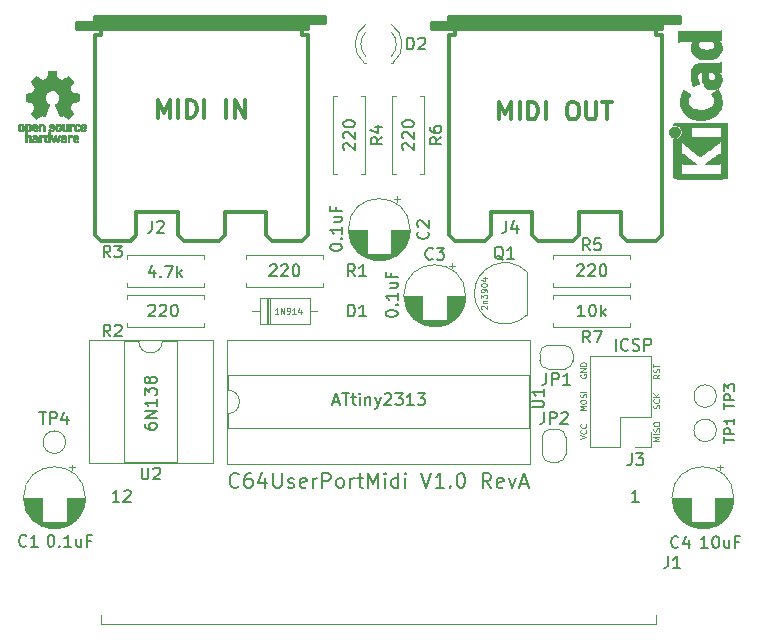
<source format=gto>
G04 #@! TF.GenerationSoftware,KiCad,Pcbnew,6.0.7+dfsg-1*
G04 #@! TF.CreationDate,2022-12-11T16:06:28-06:00*
G04 #@! TF.ProjectId,C64UserPortMidi,43363455-7365-4725-906f-72744d696469,V1.0 RevA*
G04 #@! TF.SameCoordinates,Original*
G04 #@! TF.FileFunction,Legend,Top*
G04 #@! TF.FilePolarity,Positive*
%FSLAX46Y46*%
G04 Gerber Fmt 4.6, Leading zero omitted, Abs format (unit mm)*
G04 Created by KiCad (PCBNEW 6.0.7+dfsg-1) date 2022-12-11 16:06:28*
%MOMM*%
%LPD*%
G01*
G04 APERTURE LIST*
%ADD10C,0.100000*%
%ADD11C,0.200000*%
%ADD12C,0.150000*%
%ADD13C,0.300000*%
%ADD14C,0.120000*%
%ADD15C,0.304800*%
%ADD16C,0.010000*%
G04 APERTURE END LIST*
D10*
X155626190Y-120985714D02*
X155126190Y-120985714D01*
X155483333Y-120819047D01*
X155126190Y-120652380D01*
X155626190Y-120652380D01*
X155126190Y-120319047D02*
X155126190Y-120223809D01*
X155150000Y-120176190D01*
X155197619Y-120128571D01*
X155292857Y-120104761D01*
X155459523Y-120104761D01*
X155554761Y-120128571D01*
X155602380Y-120176190D01*
X155626190Y-120223809D01*
X155626190Y-120319047D01*
X155602380Y-120366666D01*
X155554761Y-120414285D01*
X155459523Y-120438095D01*
X155292857Y-120438095D01*
X155197619Y-120414285D01*
X155150000Y-120366666D01*
X155126190Y-120319047D01*
X155602380Y-119914285D02*
X155626190Y-119842857D01*
X155626190Y-119723809D01*
X155602380Y-119676190D01*
X155578571Y-119652380D01*
X155530952Y-119628571D01*
X155483333Y-119628571D01*
X155435714Y-119652380D01*
X155411904Y-119676190D01*
X155388095Y-119723809D01*
X155364285Y-119819047D01*
X155340476Y-119866666D01*
X155316666Y-119890476D01*
X155269047Y-119914285D01*
X155221428Y-119914285D01*
X155173809Y-119890476D01*
X155150000Y-119866666D01*
X155126190Y-119819047D01*
X155126190Y-119700000D01*
X155150000Y-119628571D01*
X155626190Y-119414285D02*
X155126190Y-119414285D01*
X155150000Y-117980952D02*
X155126190Y-118028571D01*
X155126190Y-118100000D01*
X155150000Y-118171428D01*
X155197619Y-118219047D01*
X155245238Y-118242857D01*
X155340476Y-118266666D01*
X155411904Y-118266666D01*
X155507142Y-118242857D01*
X155554761Y-118219047D01*
X155602380Y-118171428D01*
X155626190Y-118100000D01*
X155626190Y-118052380D01*
X155602380Y-117980952D01*
X155578571Y-117957142D01*
X155411904Y-117957142D01*
X155411904Y-118052380D01*
X155626190Y-117742857D02*
X155126190Y-117742857D01*
X155626190Y-117457142D01*
X155126190Y-117457142D01*
X155626190Y-117219047D02*
X155126190Y-117219047D01*
X155126190Y-117100000D01*
X155150000Y-117028571D01*
X155197619Y-116980952D01*
X155245238Y-116957142D01*
X155340476Y-116933333D01*
X155411904Y-116933333D01*
X155507142Y-116957142D01*
X155554761Y-116980952D01*
X155602380Y-117028571D01*
X155626190Y-117100000D01*
X155626190Y-117219047D01*
X161826190Y-117973809D02*
X161588095Y-118140476D01*
X161826190Y-118259523D02*
X161326190Y-118259523D01*
X161326190Y-118069047D01*
X161350000Y-118021428D01*
X161373809Y-117997619D01*
X161421428Y-117973809D01*
X161492857Y-117973809D01*
X161540476Y-117997619D01*
X161564285Y-118021428D01*
X161588095Y-118069047D01*
X161588095Y-118259523D01*
X161802380Y-117783333D02*
X161826190Y-117711904D01*
X161826190Y-117592857D01*
X161802380Y-117545238D01*
X161778571Y-117521428D01*
X161730952Y-117497619D01*
X161683333Y-117497619D01*
X161635714Y-117521428D01*
X161611904Y-117545238D01*
X161588095Y-117592857D01*
X161564285Y-117688095D01*
X161540476Y-117735714D01*
X161516666Y-117759523D01*
X161469047Y-117783333D01*
X161421428Y-117783333D01*
X161373809Y-117759523D01*
X161350000Y-117735714D01*
X161326190Y-117688095D01*
X161326190Y-117569047D01*
X161350000Y-117497619D01*
X161326190Y-117354761D02*
X161326190Y-117069047D01*
X161826190Y-117211904D02*
X161326190Y-117211904D01*
X161802380Y-120842857D02*
X161826190Y-120771428D01*
X161826190Y-120652380D01*
X161802380Y-120604761D01*
X161778571Y-120580952D01*
X161730952Y-120557142D01*
X161683333Y-120557142D01*
X161635714Y-120580952D01*
X161611904Y-120604761D01*
X161588095Y-120652380D01*
X161564285Y-120747619D01*
X161540476Y-120795238D01*
X161516666Y-120819047D01*
X161469047Y-120842857D01*
X161421428Y-120842857D01*
X161373809Y-120819047D01*
X161350000Y-120795238D01*
X161326190Y-120747619D01*
X161326190Y-120628571D01*
X161350000Y-120557142D01*
X161778571Y-120057142D02*
X161802380Y-120080952D01*
X161826190Y-120152380D01*
X161826190Y-120200000D01*
X161802380Y-120271428D01*
X161754761Y-120319047D01*
X161707142Y-120342857D01*
X161611904Y-120366666D01*
X161540476Y-120366666D01*
X161445238Y-120342857D01*
X161397619Y-120319047D01*
X161350000Y-120271428D01*
X161326190Y-120200000D01*
X161326190Y-120152380D01*
X161350000Y-120080952D01*
X161373809Y-120057142D01*
X161826190Y-119842857D02*
X161326190Y-119842857D01*
X161826190Y-119557142D02*
X161540476Y-119771428D01*
X161326190Y-119557142D02*
X161611904Y-119842857D01*
X161826190Y-123585714D02*
X161326190Y-123585714D01*
X161683333Y-123419047D01*
X161326190Y-123252380D01*
X161826190Y-123252380D01*
X161826190Y-123014285D02*
X161326190Y-123014285D01*
X161802380Y-122800000D02*
X161826190Y-122728571D01*
X161826190Y-122609523D01*
X161802380Y-122561904D01*
X161778571Y-122538095D01*
X161730952Y-122514285D01*
X161683333Y-122514285D01*
X161635714Y-122538095D01*
X161611904Y-122561904D01*
X161588095Y-122609523D01*
X161564285Y-122704761D01*
X161540476Y-122752380D01*
X161516666Y-122776190D01*
X161469047Y-122800000D01*
X161421428Y-122800000D01*
X161373809Y-122776190D01*
X161350000Y-122752380D01*
X161326190Y-122704761D01*
X161326190Y-122585714D01*
X161350000Y-122514285D01*
X161326190Y-122204761D02*
X161326190Y-122109523D01*
X161350000Y-122061904D01*
X161397619Y-122014285D01*
X161492857Y-121990476D01*
X161659523Y-121990476D01*
X161754761Y-122014285D01*
X161802380Y-122061904D01*
X161826190Y-122109523D01*
X161826190Y-122204761D01*
X161802380Y-122252380D01*
X161754761Y-122300000D01*
X161659523Y-122323809D01*
X161492857Y-122323809D01*
X161397619Y-122300000D01*
X161350000Y-122252380D01*
X161326190Y-122204761D01*
D11*
X126204761Y-127446428D02*
X126145238Y-127505952D01*
X125966666Y-127565476D01*
X125847619Y-127565476D01*
X125669047Y-127505952D01*
X125549999Y-127386904D01*
X125490476Y-127267857D01*
X125430952Y-127029761D01*
X125430952Y-126851190D01*
X125490476Y-126613095D01*
X125549999Y-126494047D01*
X125669047Y-126375000D01*
X125847619Y-126315476D01*
X125966666Y-126315476D01*
X126145238Y-126375000D01*
X126204761Y-126434523D01*
X127276190Y-126315476D02*
X127038095Y-126315476D01*
X126919047Y-126375000D01*
X126859523Y-126434523D01*
X126740476Y-126613095D01*
X126680952Y-126851190D01*
X126680952Y-127327380D01*
X126740476Y-127446428D01*
X126799999Y-127505952D01*
X126919047Y-127565476D01*
X127157142Y-127565476D01*
X127276190Y-127505952D01*
X127335714Y-127446428D01*
X127395238Y-127327380D01*
X127395238Y-127029761D01*
X127335714Y-126910714D01*
X127276190Y-126851190D01*
X127157142Y-126791666D01*
X126919047Y-126791666D01*
X126799999Y-126851190D01*
X126740476Y-126910714D01*
X126680952Y-127029761D01*
X128466666Y-126732142D02*
X128466666Y-127565476D01*
X128169047Y-126255952D02*
X127871428Y-127148809D01*
X128645238Y-127148809D01*
X129121428Y-126315476D02*
X129121428Y-127327380D01*
X129180952Y-127446428D01*
X129240476Y-127505952D01*
X129359523Y-127565476D01*
X129597619Y-127565476D01*
X129716666Y-127505952D01*
X129776190Y-127446428D01*
X129835714Y-127327380D01*
X129835714Y-126315476D01*
X130371428Y-127505952D02*
X130490476Y-127565476D01*
X130728571Y-127565476D01*
X130847619Y-127505952D01*
X130907142Y-127386904D01*
X130907142Y-127327380D01*
X130847619Y-127208333D01*
X130728571Y-127148809D01*
X130549999Y-127148809D01*
X130430952Y-127089285D01*
X130371428Y-126970238D01*
X130371428Y-126910714D01*
X130430952Y-126791666D01*
X130549999Y-126732142D01*
X130728571Y-126732142D01*
X130847619Y-126791666D01*
X131919047Y-127505952D02*
X131799999Y-127565476D01*
X131561904Y-127565476D01*
X131442857Y-127505952D01*
X131383333Y-127386904D01*
X131383333Y-126910714D01*
X131442857Y-126791666D01*
X131561904Y-126732142D01*
X131799999Y-126732142D01*
X131919047Y-126791666D01*
X131978571Y-126910714D01*
X131978571Y-127029761D01*
X131383333Y-127148809D01*
X132514285Y-127565476D02*
X132514285Y-126732142D01*
X132514285Y-126970238D02*
X132573809Y-126851190D01*
X132633333Y-126791666D01*
X132752380Y-126732142D01*
X132871428Y-126732142D01*
X133288095Y-127565476D02*
X133288095Y-126315476D01*
X133764285Y-126315476D01*
X133883333Y-126375000D01*
X133942857Y-126434523D01*
X134002380Y-126553571D01*
X134002380Y-126732142D01*
X133942857Y-126851190D01*
X133883333Y-126910714D01*
X133764285Y-126970238D01*
X133288095Y-126970238D01*
X134716666Y-127565476D02*
X134597619Y-127505952D01*
X134538095Y-127446428D01*
X134478571Y-127327380D01*
X134478571Y-126970238D01*
X134538095Y-126851190D01*
X134597619Y-126791666D01*
X134716666Y-126732142D01*
X134895238Y-126732142D01*
X135014285Y-126791666D01*
X135073809Y-126851190D01*
X135133333Y-126970238D01*
X135133333Y-127327380D01*
X135073809Y-127446428D01*
X135014285Y-127505952D01*
X134895238Y-127565476D01*
X134716666Y-127565476D01*
X135669047Y-127565476D02*
X135669047Y-126732142D01*
X135669047Y-126970238D02*
X135728571Y-126851190D01*
X135788095Y-126791666D01*
X135907142Y-126732142D01*
X136026190Y-126732142D01*
X136264285Y-126732142D02*
X136740476Y-126732142D01*
X136442857Y-126315476D02*
X136442857Y-127386904D01*
X136502380Y-127505952D01*
X136621428Y-127565476D01*
X136740476Y-127565476D01*
X137157142Y-127565476D02*
X137157142Y-126315476D01*
X137573809Y-127208333D01*
X137990476Y-126315476D01*
X137990476Y-127565476D01*
X138585714Y-127565476D02*
X138585714Y-126732142D01*
X138585714Y-126315476D02*
X138526190Y-126375000D01*
X138585714Y-126434523D01*
X138645238Y-126375000D01*
X138585714Y-126315476D01*
X138585714Y-126434523D01*
X139716666Y-127565476D02*
X139716666Y-126315476D01*
X139716666Y-127505952D02*
X139597619Y-127565476D01*
X139359523Y-127565476D01*
X139240476Y-127505952D01*
X139180952Y-127446428D01*
X139121428Y-127327380D01*
X139121428Y-126970238D01*
X139180952Y-126851190D01*
X139240476Y-126791666D01*
X139359523Y-126732142D01*
X139597619Y-126732142D01*
X139716666Y-126791666D01*
X140311904Y-127565476D02*
X140311904Y-126732142D01*
X140311904Y-126315476D02*
X140252380Y-126375000D01*
X140311904Y-126434523D01*
X140371428Y-126375000D01*
X140311904Y-126315476D01*
X140311904Y-126434523D01*
X141680952Y-126315476D02*
X142097619Y-127565476D01*
X142514285Y-126315476D01*
X143585714Y-127565476D02*
X142871428Y-127565476D01*
X143228571Y-127565476D02*
X143228571Y-126315476D01*
X143109523Y-126494047D01*
X142990476Y-126613095D01*
X142871428Y-126672619D01*
X144121428Y-127446428D02*
X144180952Y-127505952D01*
X144121428Y-127565476D01*
X144061904Y-127505952D01*
X144121428Y-127446428D01*
X144121428Y-127565476D01*
X144954761Y-126315476D02*
X145073809Y-126315476D01*
X145192857Y-126375000D01*
X145252380Y-126434523D01*
X145311904Y-126553571D01*
X145371428Y-126791666D01*
X145371428Y-127089285D01*
X145311904Y-127327380D01*
X145252380Y-127446428D01*
X145192857Y-127505952D01*
X145073809Y-127565476D01*
X144954761Y-127565476D01*
X144835714Y-127505952D01*
X144776190Y-127446428D01*
X144716666Y-127327380D01*
X144657142Y-127089285D01*
X144657142Y-126791666D01*
X144716666Y-126553571D01*
X144776190Y-126434523D01*
X144835714Y-126375000D01*
X144954761Y-126315476D01*
X147573809Y-127565476D02*
X147157142Y-126970238D01*
X146859523Y-127565476D02*
X146859523Y-126315476D01*
X147335714Y-126315476D01*
X147454761Y-126375000D01*
X147514285Y-126434523D01*
X147573809Y-126553571D01*
X147573809Y-126732142D01*
X147514285Y-126851190D01*
X147454761Y-126910714D01*
X147335714Y-126970238D01*
X146859523Y-126970238D01*
X148585714Y-127505952D02*
X148466666Y-127565476D01*
X148228571Y-127565476D01*
X148109523Y-127505952D01*
X148050000Y-127386904D01*
X148050000Y-126910714D01*
X148109523Y-126791666D01*
X148228571Y-126732142D01*
X148466666Y-126732142D01*
X148585714Y-126791666D01*
X148645238Y-126910714D01*
X148645238Y-127029761D01*
X148050000Y-127148809D01*
X149061904Y-126732142D02*
X149359523Y-127565476D01*
X149657142Y-126732142D01*
X150073809Y-127208333D02*
X150669047Y-127208333D01*
X149954761Y-127565476D02*
X150371428Y-126315476D01*
X150788095Y-127565476D01*
D12*
X118561904Y-112147619D02*
X118609523Y-112100000D01*
X118704761Y-112052380D01*
X118942857Y-112052380D01*
X119038095Y-112100000D01*
X119085714Y-112147619D01*
X119133333Y-112242857D01*
X119133333Y-112338095D01*
X119085714Y-112480952D01*
X118514285Y-113052380D01*
X119133333Y-113052380D01*
X119514285Y-112147619D02*
X119561904Y-112100000D01*
X119657142Y-112052380D01*
X119895238Y-112052380D01*
X119990476Y-112100000D01*
X120038095Y-112147619D01*
X120085714Y-112242857D01*
X120085714Y-112338095D01*
X120038095Y-112480952D01*
X119466666Y-113052380D01*
X120085714Y-113052380D01*
X120704761Y-112052380D02*
X120800000Y-112052380D01*
X120895238Y-112100000D01*
X120942857Y-112147619D01*
X120990476Y-112242857D01*
X121038095Y-112433333D01*
X121038095Y-112671428D01*
X120990476Y-112861904D01*
X120942857Y-112957142D01*
X120895238Y-113004761D01*
X120800000Y-113052380D01*
X120704761Y-113052380D01*
X120609523Y-113004761D01*
X120561904Y-112957142D01*
X120514285Y-112861904D01*
X120466666Y-112671428D01*
X120466666Y-112433333D01*
X120514285Y-112242857D01*
X120561904Y-112147619D01*
X120609523Y-112100000D01*
X120704761Y-112052380D01*
X158123809Y-115952380D02*
X158123809Y-114952380D01*
X159171428Y-115857142D02*
X159123809Y-115904761D01*
X158980952Y-115952380D01*
X158885714Y-115952380D01*
X158742857Y-115904761D01*
X158647619Y-115809523D01*
X158600000Y-115714285D01*
X158552380Y-115523809D01*
X158552380Y-115380952D01*
X158600000Y-115190476D01*
X158647619Y-115095238D01*
X158742857Y-115000000D01*
X158885714Y-114952380D01*
X158980952Y-114952380D01*
X159123809Y-115000000D01*
X159171428Y-115047619D01*
X159552380Y-115904761D02*
X159695238Y-115952380D01*
X159933333Y-115952380D01*
X160028571Y-115904761D01*
X160076190Y-115857142D01*
X160123809Y-115761904D01*
X160123809Y-115666666D01*
X160076190Y-115571428D01*
X160028571Y-115523809D01*
X159933333Y-115476190D01*
X159742857Y-115428571D01*
X159647619Y-115380952D01*
X159600000Y-115333333D01*
X159552380Y-115238095D01*
X159552380Y-115142857D01*
X159600000Y-115047619D01*
X159647619Y-115000000D01*
X159742857Y-114952380D01*
X159980952Y-114952380D01*
X160123809Y-115000000D01*
X160552380Y-115952380D02*
X160552380Y-114952380D01*
X160933333Y-114952380D01*
X161028571Y-115000000D01*
X161076190Y-115047619D01*
X161123809Y-115142857D01*
X161123809Y-115285714D01*
X161076190Y-115380952D01*
X161028571Y-115428571D01*
X160933333Y-115476190D01*
X160552380Y-115476190D01*
X154861904Y-108747619D02*
X154909523Y-108700000D01*
X155004761Y-108652380D01*
X155242857Y-108652380D01*
X155338095Y-108700000D01*
X155385714Y-108747619D01*
X155433333Y-108842857D01*
X155433333Y-108938095D01*
X155385714Y-109080952D01*
X154814285Y-109652380D01*
X155433333Y-109652380D01*
X155814285Y-108747619D02*
X155861904Y-108700000D01*
X155957142Y-108652380D01*
X156195238Y-108652380D01*
X156290476Y-108700000D01*
X156338095Y-108747619D01*
X156385714Y-108842857D01*
X156385714Y-108938095D01*
X156338095Y-109080952D01*
X155766666Y-109652380D01*
X156385714Y-109652380D01*
X157004761Y-108652380D02*
X157100000Y-108652380D01*
X157195238Y-108700000D01*
X157242857Y-108747619D01*
X157290476Y-108842857D01*
X157338095Y-109033333D01*
X157338095Y-109271428D01*
X157290476Y-109461904D01*
X157242857Y-109557142D01*
X157195238Y-109604761D01*
X157100000Y-109652380D01*
X157004761Y-109652380D01*
X156909523Y-109604761D01*
X156861904Y-109557142D01*
X156814285Y-109461904D01*
X156766666Y-109271428D01*
X156766666Y-109033333D01*
X156814285Y-108842857D01*
X156861904Y-108747619D01*
X156909523Y-108700000D01*
X157004761Y-108652380D01*
D10*
X155126190Y-123466666D02*
X155626190Y-123300000D01*
X155126190Y-123133333D01*
X155578571Y-122680952D02*
X155602380Y-122704761D01*
X155626190Y-122776190D01*
X155626190Y-122823809D01*
X155602380Y-122895238D01*
X155554761Y-122942857D01*
X155507142Y-122966666D01*
X155411904Y-122990476D01*
X155340476Y-122990476D01*
X155245238Y-122966666D01*
X155197619Y-122942857D01*
X155150000Y-122895238D01*
X155126190Y-122823809D01*
X155126190Y-122776190D01*
X155150000Y-122704761D01*
X155173809Y-122680952D01*
X155578571Y-122180952D02*
X155602380Y-122204761D01*
X155626190Y-122276190D01*
X155626190Y-122323809D01*
X155602380Y-122395238D01*
X155554761Y-122442857D01*
X155507142Y-122466666D01*
X155411904Y-122490476D01*
X155340476Y-122490476D01*
X155245238Y-122466666D01*
X155197619Y-122442857D01*
X155150000Y-122395238D01*
X155126190Y-122323809D01*
X155126190Y-122276190D01*
X155150000Y-122204761D01*
X155173809Y-122180952D01*
X129566666Y-112826190D02*
X129280952Y-112826190D01*
X129423809Y-112826190D02*
X129423809Y-112326190D01*
X129376190Y-112397619D01*
X129328571Y-112445238D01*
X129280952Y-112469047D01*
X129780952Y-112826190D02*
X129780952Y-112326190D01*
X130066666Y-112826190D01*
X130066666Y-112326190D01*
X130328571Y-112826190D02*
X130423809Y-112826190D01*
X130471428Y-112802380D01*
X130495238Y-112778571D01*
X130542857Y-112707142D01*
X130566666Y-112611904D01*
X130566666Y-112421428D01*
X130542857Y-112373809D01*
X130519047Y-112350000D01*
X130471428Y-112326190D01*
X130376190Y-112326190D01*
X130328571Y-112350000D01*
X130304761Y-112373809D01*
X130280952Y-112421428D01*
X130280952Y-112540476D01*
X130304761Y-112588095D01*
X130328571Y-112611904D01*
X130376190Y-112635714D01*
X130471428Y-112635714D01*
X130519047Y-112611904D01*
X130542857Y-112588095D01*
X130566666Y-112540476D01*
X131042857Y-112826190D02*
X130757142Y-112826190D01*
X130900000Y-112826190D02*
X130900000Y-112326190D01*
X130852380Y-112397619D01*
X130804761Y-112445238D01*
X130757142Y-112469047D01*
X131471428Y-112492857D02*
X131471428Y-112826190D01*
X131352380Y-112302380D02*
X131233333Y-112659523D01*
X131542857Y-112659523D01*
D12*
X119071428Y-109085714D02*
X119071428Y-109752380D01*
X118833333Y-108704761D02*
X118595238Y-109419047D01*
X119214285Y-109419047D01*
X119595238Y-109657142D02*
X119642857Y-109704761D01*
X119595238Y-109752380D01*
X119547619Y-109704761D01*
X119595238Y-109657142D01*
X119595238Y-109752380D01*
X119976190Y-108752380D02*
X120642857Y-108752380D01*
X120214285Y-109752380D01*
X121023809Y-109752380D02*
X121023809Y-108752380D01*
X121119047Y-109371428D02*
X121404761Y-109752380D01*
X121404761Y-109085714D02*
X121023809Y-109466666D01*
X138652380Y-112842857D02*
X138652380Y-112747619D01*
X138700000Y-112652380D01*
X138747619Y-112604761D01*
X138842857Y-112557142D01*
X139033333Y-112509523D01*
X139271428Y-112509523D01*
X139461904Y-112557142D01*
X139557142Y-112604761D01*
X139604761Y-112652380D01*
X139652380Y-112747619D01*
X139652380Y-112842857D01*
X139604761Y-112938095D01*
X139557142Y-112985714D01*
X139461904Y-113033333D01*
X139271428Y-113080952D01*
X139033333Y-113080952D01*
X138842857Y-113033333D01*
X138747619Y-112985714D01*
X138700000Y-112938095D01*
X138652380Y-112842857D01*
X139557142Y-112080952D02*
X139604761Y-112033333D01*
X139652380Y-112080952D01*
X139604761Y-112128571D01*
X139557142Y-112080952D01*
X139652380Y-112080952D01*
X139652380Y-111080952D02*
X139652380Y-111652380D01*
X139652380Y-111366666D02*
X138652380Y-111366666D01*
X138795238Y-111461904D01*
X138890476Y-111557142D01*
X138938095Y-111652380D01*
X138985714Y-110223809D02*
X139652380Y-110223809D01*
X138985714Y-110652380D02*
X139509523Y-110652380D01*
X139604761Y-110604761D01*
X139652380Y-110509523D01*
X139652380Y-110366666D01*
X139604761Y-110271428D01*
X139557142Y-110223809D01*
X139128571Y-109414285D02*
X139128571Y-109747619D01*
X139652380Y-109747619D02*
X138652380Y-109747619D01*
X138652380Y-109271428D01*
X165928571Y-132652380D02*
X165357142Y-132652380D01*
X165642857Y-132652380D02*
X165642857Y-131652380D01*
X165547619Y-131795238D01*
X165452380Y-131890476D01*
X165357142Y-131938095D01*
X166547619Y-131652380D02*
X166642857Y-131652380D01*
X166738095Y-131700000D01*
X166785714Y-131747619D01*
X166833333Y-131842857D01*
X166880952Y-132033333D01*
X166880952Y-132271428D01*
X166833333Y-132461904D01*
X166785714Y-132557142D01*
X166738095Y-132604761D01*
X166642857Y-132652380D01*
X166547619Y-132652380D01*
X166452380Y-132604761D01*
X166404761Y-132557142D01*
X166357142Y-132461904D01*
X166309523Y-132271428D01*
X166309523Y-132033333D01*
X166357142Y-131842857D01*
X166404761Y-131747619D01*
X166452380Y-131700000D01*
X166547619Y-131652380D01*
X167738095Y-131985714D02*
X167738095Y-132652380D01*
X167309523Y-131985714D02*
X167309523Y-132509523D01*
X167357142Y-132604761D01*
X167452380Y-132652380D01*
X167595238Y-132652380D01*
X167690476Y-132604761D01*
X167738095Y-132557142D01*
X168547619Y-132128571D02*
X168214285Y-132128571D01*
X168214285Y-132652380D02*
X168214285Y-131652380D01*
X168690476Y-131652380D01*
X118252380Y-122161904D02*
X118252380Y-122352380D01*
X118300000Y-122447619D01*
X118347619Y-122495238D01*
X118490476Y-122590476D01*
X118680952Y-122638095D01*
X119061904Y-122638095D01*
X119157142Y-122590476D01*
X119204761Y-122542857D01*
X119252380Y-122447619D01*
X119252380Y-122257142D01*
X119204761Y-122161904D01*
X119157142Y-122114285D01*
X119061904Y-122066666D01*
X118823809Y-122066666D01*
X118728571Y-122114285D01*
X118680952Y-122161904D01*
X118633333Y-122257142D01*
X118633333Y-122447619D01*
X118680952Y-122542857D01*
X118728571Y-122590476D01*
X118823809Y-122638095D01*
X119252380Y-121638095D02*
X118252380Y-121638095D01*
X119252380Y-121066666D01*
X118252380Y-121066666D01*
X119252380Y-120066666D02*
X119252380Y-120638095D01*
X119252380Y-120352380D02*
X118252380Y-120352380D01*
X118395238Y-120447619D01*
X118490476Y-120542857D01*
X118538095Y-120638095D01*
X118252380Y-119733333D02*
X118252380Y-119114285D01*
X118633333Y-119447619D01*
X118633333Y-119304761D01*
X118680952Y-119209523D01*
X118728571Y-119161904D01*
X118823809Y-119114285D01*
X119061904Y-119114285D01*
X119157142Y-119161904D01*
X119204761Y-119209523D01*
X119252380Y-119304761D01*
X119252380Y-119590476D01*
X119204761Y-119685714D01*
X119157142Y-119733333D01*
X118680952Y-118542857D02*
X118633333Y-118638095D01*
X118585714Y-118685714D01*
X118490476Y-118733333D01*
X118442857Y-118733333D01*
X118347619Y-118685714D01*
X118300000Y-118638095D01*
X118252380Y-118542857D01*
X118252380Y-118352380D01*
X118300000Y-118257142D01*
X118347619Y-118209523D01*
X118442857Y-118161904D01*
X118490476Y-118161904D01*
X118585714Y-118209523D01*
X118633333Y-118257142D01*
X118680952Y-118352380D01*
X118680952Y-118542857D01*
X118728571Y-118638095D01*
X118776190Y-118685714D01*
X118871428Y-118733333D01*
X119061904Y-118733333D01*
X119157142Y-118685714D01*
X119204761Y-118638095D01*
X119252380Y-118542857D01*
X119252380Y-118352380D01*
X119204761Y-118257142D01*
X119157142Y-118209523D01*
X119061904Y-118161904D01*
X118871428Y-118161904D01*
X118776190Y-118209523D01*
X118728571Y-118257142D01*
X118680952Y-118352380D01*
X133952380Y-107242857D02*
X133952380Y-107147619D01*
X134000000Y-107052380D01*
X134047619Y-107004761D01*
X134142857Y-106957142D01*
X134333333Y-106909523D01*
X134571428Y-106909523D01*
X134761904Y-106957142D01*
X134857142Y-107004761D01*
X134904761Y-107052380D01*
X134952380Y-107147619D01*
X134952380Y-107242857D01*
X134904761Y-107338095D01*
X134857142Y-107385714D01*
X134761904Y-107433333D01*
X134571428Y-107480952D01*
X134333333Y-107480952D01*
X134142857Y-107433333D01*
X134047619Y-107385714D01*
X134000000Y-107338095D01*
X133952380Y-107242857D01*
X134857142Y-106480952D02*
X134904761Y-106433333D01*
X134952380Y-106480952D01*
X134904761Y-106528571D01*
X134857142Y-106480952D01*
X134952380Y-106480952D01*
X134952380Y-105480952D02*
X134952380Y-106052380D01*
X134952380Y-105766666D02*
X133952380Y-105766666D01*
X134095238Y-105861904D01*
X134190476Y-105957142D01*
X134238095Y-106052380D01*
X134285714Y-104623809D02*
X134952380Y-104623809D01*
X134285714Y-105052380D02*
X134809523Y-105052380D01*
X134904761Y-105004761D01*
X134952380Y-104909523D01*
X134952380Y-104766666D01*
X134904761Y-104671428D01*
X134857142Y-104623809D01*
X134428571Y-103814285D02*
X134428571Y-104147619D01*
X134952380Y-104147619D02*
X133952380Y-104147619D01*
X133952380Y-103671428D01*
X128861904Y-108747619D02*
X128909523Y-108700000D01*
X129004761Y-108652380D01*
X129242857Y-108652380D01*
X129338095Y-108700000D01*
X129385714Y-108747619D01*
X129433333Y-108842857D01*
X129433333Y-108938095D01*
X129385714Y-109080952D01*
X128814285Y-109652380D01*
X129433333Y-109652380D01*
X129814285Y-108747619D02*
X129861904Y-108700000D01*
X129957142Y-108652380D01*
X130195238Y-108652380D01*
X130290476Y-108700000D01*
X130338095Y-108747619D01*
X130385714Y-108842857D01*
X130385714Y-108938095D01*
X130338095Y-109080952D01*
X129766666Y-109652380D01*
X130385714Y-109652380D01*
X131004761Y-108652380D02*
X131100000Y-108652380D01*
X131195238Y-108700000D01*
X131242857Y-108747619D01*
X131290476Y-108842857D01*
X131338095Y-109033333D01*
X131338095Y-109271428D01*
X131290476Y-109461904D01*
X131242857Y-109557142D01*
X131195238Y-109604761D01*
X131100000Y-109652380D01*
X131004761Y-109652380D01*
X130909523Y-109604761D01*
X130861904Y-109557142D01*
X130814285Y-109461904D01*
X130766666Y-109271428D01*
X130766666Y-109033333D01*
X130814285Y-108842857D01*
X130861904Y-108747619D01*
X130909523Y-108700000D01*
X131004761Y-108652380D01*
X110257142Y-131552380D02*
X110352380Y-131552380D01*
X110447619Y-131600000D01*
X110495238Y-131647619D01*
X110542857Y-131742857D01*
X110590476Y-131933333D01*
X110590476Y-132171428D01*
X110542857Y-132361904D01*
X110495238Y-132457142D01*
X110447619Y-132504761D01*
X110352380Y-132552380D01*
X110257142Y-132552380D01*
X110161904Y-132504761D01*
X110114285Y-132457142D01*
X110066666Y-132361904D01*
X110019047Y-132171428D01*
X110019047Y-131933333D01*
X110066666Y-131742857D01*
X110114285Y-131647619D01*
X110161904Y-131600000D01*
X110257142Y-131552380D01*
X111019047Y-132457142D02*
X111066666Y-132504761D01*
X111019047Y-132552380D01*
X110971428Y-132504761D01*
X111019047Y-132457142D01*
X111019047Y-132552380D01*
X112019047Y-132552380D02*
X111447619Y-132552380D01*
X111733333Y-132552380D02*
X111733333Y-131552380D01*
X111638095Y-131695238D01*
X111542857Y-131790476D01*
X111447619Y-131838095D01*
X112876190Y-131885714D02*
X112876190Y-132552380D01*
X112447619Y-131885714D02*
X112447619Y-132409523D01*
X112495238Y-132504761D01*
X112590476Y-132552380D01*
X112733333Y-132552380D01*
X112828571Y-132504761D01*
X112876190Y-132457142D01*
X113685714Y-132028571D02*
X113352380Y-132028571D01*
X113352380Y-132552380D02*
X113352380Y-131552380D01*
X113828571Y-131552380D01*
X140147619Y-98938095D02*
X140100000Y-98890476D01*
X140052380Y-98795238D01*
X140052380Y-98557142D01*
X140100000Y-98461904D01*
X140147619Y-98414285D01*
X140242857Y-98366666D01*
X140338095Y-98366666D01*
X140480952Y-98414285D01*
X141052380Y-98985714D01*
X141052380Y-98366666D01*
X140147619Y-97985714D02*
X140100000Y-97938095D01*
X140052380Y-97842857D01*
X140052380Y-97604761D01*
X140100000Y-97509523D01*
X140147619Y-97461904D01*
X140242857Y-97414285D01*
X140338095Y-97414285D01*
X140480952Y-97461904D01*
X141052380Y-98033333D01*
X141052380Y-97414285D01*
X140052380Y-96795238D02*
X140052380Y-96700000D01*
X140100000Y-96604761D01*
X140147619Y-96557142D01*
X140242857Y-96509523D01*
X140433333Y-96461904D01*
X140671428Y-96461904D01*
X140861904Y-96509523D01*
X140957142Y-96557142D01*
X141004761Y-96604761D01*
X141052380Y-96700000D01*
X141052380Y-96795238D01*
X141004761Y-96890476D01*
X140957142Y-96938095D01*
X140861904Y-96985714D01*
X140671428Y-97033333D01*
X140433333Y-97033333D01*
X140242857Y-96985714D01*
X140147619Y-96938095D01*
X140100000Y-96890476D01*
X140052380Y-96795238D01*
X135147619Y-98938095D02*
X135100000Y-98890476D01*
X135052380Y-98795238D01*
X135052380Y-98557142D01*
X135100000Y-98461904D01*
X135147619Y-98414285D01*
X135242857Y-98366666D01*
X135338095Y-98366666D01*
X135480952Y-98414285D01*
X136052380Y-98985714D01*
X136052380Y-98366666D01*
X135147619Y-97985714D02*
X135100000Y-97938095D01*
X135052380Y-97842857D01*
X135052380Y-97604761D01*
X135100000Y-97509523D01*
X135147619Y-97461904D01*
X135242857Y-97414285D01*
X135338095Y-97414285D01*
X135480952Y-97461904D01*
X136052380Y-98033333D01*
X136052380Y-97414285D01*
X135052380Y-96795238D02*
X135052380Y-96700000D01*
X135100000Y-96604761D01*
X135147619Y-96557142D01*
X135242857Y-96509523D01*
X135433333Y-96461904D01*
X135671428Y-96461904D01*
X135861904Y-96509523D01*
X135957142Y-96557142D01*
X136004761Y-96604761D01*
X136052380Y-96700000D01*
X136052380Y-96795238D01*
X136004761Y-96890476D01*
X135957142Y-96938095D01*
X135861904Y-96985714D01*
X135671428Y-97033333D01*
X135433333Y-97033333D01*
X135242857Y-96985714D01*
X135147619Y-96938095D01*
X135100000Y-96890476D01*
X135052380Y-96795238D01*
X134219047Y-120266666D02*
X134695238Y-120266666D01*
X134123809Y-120552380D02*
X134457142Y-119552380D01*
X134790476Y-120552380D01*
X134980952Y-119552380D02*
X135552380Y-119552380D01*
X135266666Y-120552380D02*
X135266666Y-119552380D01*
X135742857Y-119885714D02*
X136123809Y-119885714D01*
X135885714Y-119552380D02*
X135885714Y-120409523D01*
X135933333Y-120504761D01*
X136028571Y-120552380D01*
X136123809Y-120552380D01*
X136457142Y-120552380D02*
X136457142Y-119885714D01*
X136457142Y-119552380D02*
X136409523Y-119600000D01*
X136457142Y-119647619D01*
X136504761Y-119600000D01*
X136457142Y-119552380D01*
X136457142Y-119647619D01*
X136933333Y-119885714D02*
X136933333Y-120552380D01*
X136933333Y-119980952D02*
X136980952Y-119933333D01*
X137076190Y-119885714D01*
X137219047Y-119885714D01*
X137314285Y-119933333D01*
X137361904Y-120028571D01*
X137361904Y-120552380D01*
X137742857Y-119885714D02*
X137980952Y-120552380D01*
X138219047Y-119885714D02*
X137980952Y-120552380D01*
X137885714Y-120790476D01*
X137838095Y-120838095D01*
X137742857Y-120885714D01*
X138552380Y-119647619D02*
X138600000Y-119600000D01*
X138695238Y-119552380D01*
X138933333Y-119552380D01*
X139028571Y-119600000D01*
X139076190Y-119647619D01*
X139123809Y-119742857D01*
X139123809Y-119838095D01*
X139076190Y-119980952D01*
X138504761Y-120552380D01*
X139123809Y-120552380D01*
X139457142Y-119552380D02*
X140076190Y-119552380D01*
X139742857Y-119933333D01*
X139885714Y-119933333D01*
X139980952Y-119980952D01*
X140028571Y-120028571D01*
X140076190Y-120123809D01*
X140076190Y-120361904D01*
X140028571Y-120457142D01*
X139980952Y-120504761D01*
X139885714Y-120552380D01*
X139600000Y-120552380D01*
X139504761Y-120504761D01*
X139457142Y-120457142D01*
X141028571Y-120552380D02*
X140457142Y-120552380D01*
X140742857Y-120552380D02*
X140742857Y-119552380D01*
X140647619Y-119695238D01*
X140552380Y-119790476D01*
X140457142Y-119838095D01*
X141361904Y-119552380D02*
X141980952Y-119552380D01*
X141647619Y-119933333D01*
X141790476Y-119933333D01*
X141885714Y-119980952D01*
X141933333Y-120028571D01*
X141980952Y-120123809D01*
X141980952Y-120361904D01*
X141933333Y-120457142D01*
X141885714Y-120504761D01*
X141790476Y-120552380D01*
X141504761Y-120552380D01*
X141409523Y-120504761D01*
X141361904Y-120457142D01*
X155504761Y-113052380D02*
X154933333Y-113052380D01*
X155219047Y-113052380D02*
X155219047Y-112052380D01*
X155123809Y-112195238D01*
X155028571Y-112290476D01*
X154933333Y-112338095D01*
X156123809Y-112052380D02*
X156219047Y-112052380D01*
X156314285Y-112100000D01*
X156361904Y-112147619D01*
X156409523Y-112242857D01*
X156457142Y-112433333D01*
X156457142Y-112671428D01*
X156409523Y-112861904D01*
X156361904Y-112957142D01*
X156314285Y-113004761D01*
X156219047Y-113052380D01*
X156123809Y-113052380D01*
X156028571Y-113004761D01*
X155980952Y-112957142D01*
X155933333Y-112861904D01*
X155885714Y-112671428D01*
X155885714Y-112433333D01*
X155933333Y-112242857D01*
X155980952Y-112147619D01*
X156028571Y-112100000D01*
X156123809Y-112052380D01*
X156885714Y-113052380D02*
X156885714Y-112052380D01*
X156980952Y-112671428D02*
X157266666Y-113052380D01*
X157266666Y-112385714D02*
X156885714Y-112766666D01*
D10*
X146773809Y-112421428D02*
X146750000Y-112397619D01*
X146726190Y-112350000D01*
X146726190Y-112230952D01*
X146750000Y-112183333D01*
X146773809Y-112159523D01*
X146821428Y-112135714D01*
X146869047Y-112135714D01*
X146940476Y-112159523D01*
X147226190Y-112445238D01*
X147226190Y-112135714D01*
X146892857Y-111921428D02*
X147226190Y-111921428D01*
X146940476Y-111921428D02*
X146916666Y-111897619D01*
X146892857Y-111850000D01*
X146892857Y-111778571D01*
X146916666Y-111730952D01*
X146964285Y-111707142D01*
X147226190Y-111707142D01*
X146726190Y-111516666D02*
X146726190Y-111207142D01*
X146916666Y-111373809D01*
X146916666Y-111302380D01*
X146940476Y-111254761D01*
X146964285Y-111230952D01*
X147011904Y-111207142D01*
X147130952Y-111207142D01*
X147178571Y-111230952D01*
X147202380Y-111254761D01*
X147226190Y-111302380D01*
X147226190Y-111445238D01*
X147202380Y-111492857D01*
X147178571Y-111516666D01*
X147226190Y-110969047D02*
X147226190Y-110873809D01*
X147202380Y-110826190D01*
X147178571Y-110802380D01*
X147107142Y-110754761D01*
X147011904Y-110730952D01*
X146821428Y-110730952D01*
X146773809Y-110754761D01*
X146750000Y-110778571D01*
X146726190Y-110826190D01*
X146726190Y-110921428D01*
X146750000Y-110969047D01*
X146773809Y-110992857D01*
X146821428Y-111016666D01*
X146940476Y-111016666D01*
X146988095Y-110992857D01*
X147011904Y-110969047D01*
X147035714Y-110921428D01*
X147035714Y-110826190D01*
X147011904Y-110778571D01*
X146988095Y-110754761D01*
X146940476Y-110730952D01*
X146726190Y-110421428D02*
X146726190Y-110373809D01*
X146750000Y-110326190D01*
X146773809Y-110302380D01*
X146821428Y-110278571D01*
X146916666Y-110254761D01*
X147035714Y-110254761D01*
X147130952Y-110278571D01*
X147178571Y-110302380D01*
X147202380Y-110326190D01*
X147226190Y-110373809D01*
X147226190Y-110421428D01*
X147202380Y-110469047D01*
X147178571Y-110492857D01*
X147130952Y-110516666D01*
X147035714Y-110540476D01*
X146916666Y-110540476D01*
X146821428Y-110516666D01*
X146773809Y-110492857D01*
X146750000Y-110469047D01*
X146726190Y-110421428D01*
X146892857Y-109826190D02*
X147226190Y-109826190D01*
X146702380Y-109945238D02*
X147059523Y-110064285D01*
X147059523Y-109754761D01*
D12*
X135461904Y-113052380D02*
X135461904Y-112052380D01*
X135700000Y-112052380D01*
X135842857Y-112100000D01*
X135938095Y-112195238D01*
X135985714Y-112290476D01*
X136033333Y-112480952D01*
X136033333Y-112623809D01*
X135985714Y-112814285D01*
X135938095Y-112909523D01*
X135842857Y-113004761D01*
X135700000Y-113052380D01*
X135461904Y-113052380D01*
X136985714Y-113052380D02*
X136414285Y-113052380D01*
X136700000Y-113052380D02*
X136700000Y-112052380D01*
X136604761Y-112195238D01*
X136509523Y-112290476D01*
X136414285Y-112338095D01*
X108233333Y-132457142D02*
X108185714Y-132504761D01*
X108042857Y-132552380D01*
X107947619Y-132552380D01*
X107804761Y-132504761D01*
X107709523Y-132409523D01*
X107661904Y-132314285D01*
X107614285Y-132123809D01*
X107614285Y-131980952D01*
X107661904Y-131790476D01*
X107709523Y-131695238D01*
X107804761Y-131600000D01*
X107947619Y-131552380D01*
X108042857Y-131552380D01*
X108185714Y-131600000D01*
X108233333Y-131647619D01*
X109185714Y-132552380D02*
X108614285Y-132552380D01*
X108900000Y-132552380D02*
X108900000Y-131552380D01*
X108804761Y-131695238D01*
X108709523Y-131790476D01*
X108614285Y-131838095D01*
X162566666Y-133352380D02*
X162566666Y-134066666D01*
X162519047Y-134209523D01*
X162423809Y-134304761D01*
X162280952Y-134352380D01*
X162185714Y-134352380D01*
X163566666Y-134352380D02*
X162995238Y-134352380D01*
X163280952Y-134352380D02*
X163280952Y-133352380D01*
X163185714Y-133495238D01*
X163090476Y-133590476D01*
X162995238Y-133638095D01*
X116109523Y-128752380D02*
X115538095Y-128752380D01*
X115823809Y-128752380D02*
X115823809Y-127752380D01*
X115728571Y-127895238D01*
X115633333Y-127990476D01*
X115538095Y-128038095D01*
X116490476Y-127847619D02*
X116538095Y-127800000D01*
X116633333Y-127752380D01*
X116871428Y-127752380D01*
X116966666Y-127800000D01*
X117014285Y-127847619D01*
X117061904Y-127942857D01*
X117061904Y-128038095D01*
X117014285Y-128180952D01*
X116442857Y-128752380D01*
X117061904Y-128752380D01*
X160085714Y-128752380D02*
X159514285Y-128752380D01*
X159800000Y-128752380D02*
X159800000Y-127752380D01*
X159704761Y-127895238D01*
X159609523Y-127990476D01*
X159514285Y-128038095D01*
X118866666Y-104952380D02*
X118866666Y-105666666D01*
X118819047Y-105809523D01*
X118723809Y-105904761D01*
X118580952Y-105952380D01*
X118485714Y-105952380D01*
X119295238Y-105047619D02*
X119342857Y-105000000D01*
X119438095Y-104952380D01*
X119676190Y-104952380D01*
X119771428Y-105000000D01*
X119819047Y-105047619D01*
X119866666Y-105142857D01*
X119866666Y-105238095D01*
X119819047Y-105380952D01*
X119247619Y-105952380D01*
X119866666Y-105952380D01*
D13*
X119371428Y-96227571D02*
X119371428Y-94727571D01*
X119871428Y-95799000D01*
X120371428Y-94727571D01*
X120371428Y-96227571D01*
X121085714Y-96227571D02*
X121085714Y-94727571D01*
X121800000Y-96227571D02*
X121800000Y-94727571D01*
X122157142Y-94727571D01*
X122371428Y-94799000D01*
X122514285Y-94941857D01*
X122585714Y-95084714D01*
X122657142Y-95370428D01*
X122657142Y-95584714D01*
X122585714Y-95870428D01*
X122514285Y-96013285D01*
X122371428Y-96156142D01*
X122157142Y-96227571D01*
X121800000Y-96227571D01*
X123300000Y-96227571D02*
X123300000Y-94727571D01*
X125157142Y-96227571D02*
X125157142Y-94727571D01*
X125871428Y-96227571D02*
X125871428Y-94727571D01*
X126728571Y-96227571D01*
X126728571Y-94727571D01*
D12*
X136039333Y-109652380D02*
X135706000Y-109176190D01*
X135467904Y-109652380D02*
X135467904Y-108652380D01*
X135848857Y-108652380D01*
X135944095Y-108700000D01*
X135991714Y-108747619D01*
X136039333Y-108842857D01*
X136039333Y-108985714D01*
X135991714Y-109080952D01*
X135944095Y-109128571D01*
X135848857Y-109176190D01*
X135467904Y-109176190D01*
X136991714Y-109652380D02*
X136420285Y-109652380D01*
X136706000Y-109652380D02*
X136706000Y-108652380D01*
X136610761Y-108795238D01*
X136515523Y-108890476D01*
X136420285Y-108938095D01*
X117979018Y-125852380D02*
X117979018Y-126661904D01*
X118026637Y-126757142D01*
X118074256Y-126804761D01*
X118169494Y-126852380D01*
X118359970Y-126852380D01*
X118455208Y-126804761D01*
X118502827Y-126757142D01*
X118550446Y-126661904D01*
X118550446Y-125852380D01*
X118979018Y-125947619D02*
X119026637Y-125900000D01*
X119121875Y-125852380D01*
X119359970Y-125852380D01*
X119455208Y-125900000D01*
X119502827Y-125947619D01*
X119550446Y-126042857D01*
X119550446Y-126138095D01*
X119502827Y-126280952D01*
X118931399Y-126852380D01*
X119550446Y-126852380D01*
X115333333Y-108052380D02*
X115000000Y-107576190D01*
X114761904Y-108052380D02*
X114761904Y-107052380D01*
X115142857Y-107052380D01*
X115238095Y-107100000D01*
X115285714Y-107147619D01*
X115333333Y-107242857D01*
X115333333Y-107385714D01*
X115285714Y-107480952D01*
X115238095Y-107528571D01*
X115142857Y-107576190D01*
X114761904Y-107576190D01*
X115666666Y-107052380D02*
X116285714Y-107052380D01*
X115952380Y-107433333D01*
X116095238Y-107433333D01*
X116190476Y-107480952D01*
X116238095Y-107528571D01*
X116285714Y-107623809D01*
X116285714Y-107861904D01*
X116238095Y-107957142D01*
X116190476Y-108004761D01*
X116095238Y-108052380D01*
X115809523Y-108052380D01*
X115714285Y-108004761D01*
X115666666Y-107957142D01*
X159466666Y-124652380D02*
X159466666Y-125366666D01*
X159419047Y-125509523D01*
X159323809Y-125604761D01*
X159180952Y-125652380D01*
X159085714Y-125652380D01*
X159847619Y-124652380D02*
X160466666Y-124652380D01*
X160133333Y-125033333D01*
X160276190Y-125033333D01*
X160371428Y-125080952D01*
X160419047Y-125128571D01*
X160466666Y-125223809D01*
X160466666Y-125461904D01*
X160419047Y-125557142D01*
X160371428Y-125604761D01*
X160276190Y-125652380D01*
X159990476Y-125652380D01*
X159895238Y-125604761D01*
X159847619Y-125557142D01*
X115333333Y-114752380D02*
X115000000Y-114276190D01*
X114761904Y-114752380D02*
X114761904Y-113752380D01*
X115142857Y-113752380D01*
X115238095Y-113800000D01*
X115285714Y-113847619D01*
X115333333Y-113942857D01*
X115333333Y-114085714D01*
X115285714Y-114180952D01*
X115238095Y-114228571D01*
X115142857Y-114276190D01*
X114761904Y-114276190D01*
X115714285Y-113847619D02*
X115761904Y-113800000D01*
X115857142Y-113752380D01*
X116095238Y-113752380D01*
X116190476Y-113800000D01*
X116238095Y-113847619D01*
X116285714Y-113942857D01*
X116285714Y-114038095D01*
X116238095Y-114180952D01*
X115666666Y-114752380D01*
X116285714Y-114752380D01*
X151052380Y-120761904D02*
X151861904Y-120761904D01*
X151957142Y-120714285D01*
X152004761Y-120666666D01*
X152052380Y-120571428D01*
X152052380Y-120380952D01*
X152004761Y-120285714D01*
X151957142Y-120238095D01*
X151861904Y-120190476D01*
X151052380Y-120190476D01*
X152052380Y-119190476D02*
X152052380Y-119761904D01*
X152052380Y-119476190D02*
X151052380Y-119476190D01*
X151195238Y-119571428D01*
X151290476Y-119666666D01*
X151338095Y-119761904D01*
X155933333Y-115252380D02*
X155600000Y-114776190D01*
X155361904Y-115252380D02*
X155361904Y-114252380D01*
X155742857Y-114252380D01*
X155838095Y-114300000D01*
X155885714Y-114347619D01*
X155933333Y-114442857D01*
X155933333Y-114585714D01*
X155885714Y-114680952D01*
X155838095Y-114728571D01*
X155742857Y-114776190D01*
X155361904Y-114776190D01*
X156266666Y-114252380D02*
X156933333Y-114252380D01*
X156504761Y-115252380D01*
X148604761Y-108247619D02*
X148509523Y-108200000D01*
X148414285Y-108104761D01*
X148271428Y-107961904D01*
X148176190Y-107914285D01*
X148080952Y-107914285D01*
X148128571Y-108152380D02*
X148033333Y-108104761D01*
X147938095Y-108009523D01*
X147890476Y-107819047D01*
X147890476Y-107485714D01*
X147938095Y-107295238D01*
X148033333Y-107200000D01*
X148128571Y-107152380D01*
X148319047Y-107152380D01*
X148414285Y-107200000D01*
X148509523Y-107295238D01*
X148557142Y-107485714D01*
X148557142Y-107819047D01*
X148509523Y-108009523D01*
X148414285Y-108104761D01*
X148319047Y-108152380D01*
X148128571Y-108152380D01*
X149509523Y-108152380D02*
X148938095Y-108152380D01*
X149223809Y-108152380D02*
X149223809Y-107152380D01*
X149128571Y-107295238D01*
X149033333Y-107390476D01*
X148938095Y-107438095D01*
X152266666Y-117852380D02*
X152266666Y-118566666D01*
X152219047Y-118709523D01*
X152123809Y-118804761D01*
X151980952Y-118852380D01*
X151885714Y-118852380D01*
X152742857Y-118852380D02*
X152742857Y-117852380D01*
X153123809Y-117852380D01*
X153219047Y-117900000D01*
X153266666Y-117947619D01*
X153314285Y-118042857D01*
X153314285Y-118185714D01*
X153266666Y-118280952D01*
X153219047Y-118328571D01*
X153123809Y-118376190D01*
X152742857Y-118376190D01*
X154266666Y-118852380D02*
X153695238Y-118852380D01*
X153980952Y-118852380D02*
X153980952Y-117852380D01*
X153885714Y-117995238D01*
X153790476Y-118090476D01*
X153695238Y-118138095D01*
X142633333Y-108157142D02*
X142585714Y-108204761D01*
X142442857Y-108252380D01*
X142347619Y-108252380D01*
X142204761Y-108204761D01*
X142109523Y-108109523D01*
X142061904Y-108014285D01*
X142014285Y-107823809D01*
X142014285Y-107680952D01*
X142061904Y-107490476D01*
X142109523Y-107395238D01*
X142204761Y-107300000D01*
X142347619Y-107252380D01*
X142442857Y-107252380D01*
X142585714Y-107300000D01*
X142633333Y-107347619D01*
X142966666Y-107252380D02*
X143585714Y-107252380D01*
X143252380Y-107633333D01*
X143395238Y-107633333D01*
X143490476Y-107680952D01*
X143538095Y-107728571D01*
X143585714Y-107823809D01*
X143585714Y-108061904D01*
X143538095Y-108157142D01*
X143490476Y-108204761D01*
X143395238Y-108252380D01*
X143109523Y-108252380D01*
X143014285Y-108204761D01*
X142966666Y-108157142D01*
X142207142Y-105866666D02*
X142254761Y-105914285D01*
X142302380Y-106057142D01*
X142302380Y-106152380D01*
X142254761Y-106295238D01*
X142159523Y-106390476D01*
X142064285Y-106438095D01*
X141873809Y-106485714D01*
X141730952Y-106485714D01*
X141540476Y-106438095D01*
X141445238Y-106390476D01*
X141350000Y-106295238D01*
X141302380Y-106152380D01*
X141302380Y-106057142D01*
X141350000Y-105914285D01*
X141397619Y-105866666D01*
X141397619Y-105485714D02*
X141350000Y-105438095D01*
X141302380Y-105342857D01*
X141302380Y-105104761D01*
X141350000Y-105009523D01*
X141397619Y-104961904D01*
X141492857Y-104914285D01*
X141588095Y-104914285D01*
X141730952Y-104961904D01*
X142302380Y-105533333D01*
X142302380Y-104914285D01*
X148866666Y-104952380D02*
X148866666Y-105666666D01*
X148819047Y-105809523D01*
X148723809Y-105904761D01*
X148580952Y-105952380D01*
X148485714Y-105952380D01*
X149771428Y-105285714D02*
X149771428Y-105952380D01*
X149533333Y-104904761D02*
X149295238Y-105619047D01*
X149914285Y-105619047D01*
D13*
X148271428Y-96378571D02*
X148271428Y-94878571D01*
X148771428Y-95950000D01*
X149271428Y-94878571D01*
X149271428Y-96378571D01*
X149985714Y-96378571D02*
X149985714Y-94878571D01*
X150700000Y-96378571D02*
X150700000Y-94878571D01*
X151057142Y-94878571D01*
X151271428Y-94950000D01*
X151414285Y-95092857D01*
X151485714Y-95235714D01*
X151557142Y-95521428D01*
X151557142Y-95735714D01*
X151485714Y-96021428D01*
X151414285Y-96164285D01*
X151271428Y-96307142D01*
X151057142Y-96378571D01*
X150700000Y-96378571D01*
X152200000Y-96378571D02*
X152200000Y-94878571D01*
X154342857Y-94878571D02*
X154628571Y-94878571D01*
X154771428Y-94950000D01*
X154914285Y-95092857D01*
X154985714Y-95378571D01*
X154985714Y-95878571D01*
X154914285Y-96164285D01*
X154771428Y-96307142D01*
X154628571Y-96378571D01*
X154342857Y-96378571D01*
X154200000Y-96307142D01*
X154057142Y-96164285D01*
X153985714Y-95878571D01*
X153985714Y-95378571D01*
X154057142Y-95092857D01*
X154200000Y-94950000D01*
X154342857Y-94878571D01*
X155628571Y-94878571D02*
X155628571Y-96092857D01*
X155700000Y-96235714D01*
X155771428Y-96307142D01*
X155914285Y-96378571D01*
X156200000Y-96378571D01*
X156342857Y-96307142D01*
X156414285Y-96235714D01*
X156485714Y-96092857D01*
X156485714Y-94878571D01*
X156985714Y-94878571D02*
X157842857Y-94878571D01*
X157414285Y-96378571D02*
X157414285Y-94878571D01*
D12*
X155923333Y-107452380D02*
X155590000Y-106976190D01*
X155351904Y-107452380D02*
X155351904Y-106452380D01*
X155732857Y-106452380D01*
X155828095Y-106500000D01*
X155875714Y-106547619D01*
X155923333Y-106642857D01*
X155923333Y-106785714D01*
X155875714Y-106880952D01*
X155828095Y-106928571D01*
X155732857Y-106976190D01*
X155351904Y-106976190D01*
X156828095Y-106452380D02*
X156351904Y-106452380D01*
X156304285Y-106928571D01*
X156351904Y-106880952D01*
X156447142Y-106833333D01*
X156685238Y-106833333D01*
X156780476Y-106880952D01*
X156828095Y-106928571D01*
X156875714Y-107023809D01*
X156875714Y-107261904D01*
X156828095Y-107357142D01*
X156780476Y-107404761D01*
X156685238Y-107452380D01*
X156447142Y-107452380D01*
X156351904Y-107404761D01*
X156304285Y-107357142D01*
X167334523Y-123772619D02*
X167334523Y-123286904D01*
X168184523Y-123529761D02*
X167334523Y-123529761D01*
X168184523Y-123003571D02*
X167334523Y-123003571D01*
X167334523Y-122679761D01*
X167375000Y-122598809D01*
X167415476Y-122558333D01*
X167496428Y-122517857D01*
X167617857Y-122517857D01*
X167698809Y-122558333D01*
X167739285Y-122598809D01*
X167779761Y-122679761D01*
X167779761Y-123003571D01*
X168184523Y-121708333D02*
X168184523Y-122194047D01*
X168184523Y-121951190D02*
X167334523Y-121951190D01*
X167455952Y-122032142D01*
X167536904Y-122113095D01*
X167577380Y-122194047D01*
X109338095Y-121152380D02*
X109909523Y-121152380D01*
X109623809Y-122152380D02*
X109623809Y-121152380D01*
X110242857Y-122152380D02*
X110242857Y-121152380D01*
X110623809Y-121152380D01*
X110719047Y-121200000D01*
X110766666Y-121247619D01*
X110814285Y-121342857D01*
X110814285Y-121485714D01*
X110766666Y-121580952D01*
X110719047Y-121628571D01*
X110623809Y-121676190D01*
X110242857Y-121676190D01*
X111671428Y-121485714D02*
X111671428Y-122152380D01*
X111433333Y-121104761D02*
X111195238Y-121819047D01*
X111814285Y-121819047D01*
X138372380Y-97866666D02*
X137896190Y-98200000D01*
X138372380Y-98438095D02*
X137372380Y-98438095D01*
X137372380Y-98057142D01*
X137420000Y-97961904D01*
X137467619Y-97914285D01*
X137562857Y-97866666D01*
X137705714Y-97866666D01*
X137800952Y-97914285D01*
X137848571Y-97961904D01*
X137896190Y-98057142D01*
X137896190Y-98438095D01*
X137705714Y-97009523D02*
X138372380Y-97009523D01*
X137324761Y-97247619D02*
X138039047Y-97485714D01*
X138039047Y-96866666D01*
X167334523Y-120872619D02*
X167334523Y-120386904D01*
X168184523Y-120629761D02*
X167334523Y-120629761D01*
X168184523Y-120103571D02*
X167334523Y-120103571D01*
X167334523Y-119779761D01*
X167375000Y-119698809D01*
X167415476Y-119658333D01*
X167496428Y-119617857D01*
X167617857Y-119617857D01*
X167698809Y-119658333D01*
X167739285Y-119698809D01*
X167779761Y-119779761D01*
X167779761Y-120103571D01*
X167334523Y-119334523D02*
X167334523Y-118808333D01*
X167658333Y-119091666D01*
X167658333Y-118970238D01*
X167698809Y-118889285D01*
X167739285Y-118848809D01*
X167820238Y-118808333D01*
X168022619Y-118808333D01*
X168103571Y-118848809D01*
X168144047Y-118889285D01*
X168184523Y-118970238D01*
X168184523Y-119213095D01*
X168144047Y-119294047D01*
X168103571Y-119334523D01*
X143372380Y-97866666D02*
X142896190Y-98200000D01*
X143372380Y-98438095D02*
X142372380Y-98438095D01*
X142372380Y-98057142D01*
X142420000Y-97961904D01*
X142467619Y-97914285D01*
X142562857Y-97866666D01*
X142705714Y-97866666D01*
X142800952Y-97914285D01*
X142848571Y-97961904D01*
X142896190Y-98057142D01*
X142896190Y-98438095D01*
X142372380Y-97009523D02*
X142372380Y-97200000D01*
X142420000Y-97295238D01*
X142467619Y-97342857D01*
X142610476Y-97438095D01*
X142800952Y-97485714D01*
X143181904Y-97485714D01*
X143277142Y-97438095D01*
X143324761Y-97390476D01*
X143372380Y-97295238D01*
X143372380Y-97104761D01*
X143324761Y-97009523D01*
X143277142Y-96961904D01*
X143181904Y-96914285D01*
X142943809Y-96914285D01*
X142848571Y-96961904D01*
X142800952Y-97009523D01*
X142753333Y-97104761D01*
X142753333Y-97295238D01*
X142800952Y-97390476D01*
X142848571Y-97438095D01*
X142943809Y-97485714D01*
X140461904Y-90452380D02*
X140461904Y-89452380D01*
X140700000Y-89452380D01*
X140842857Y-89500000D01*
X140938095Y-89595238D01*
X140985714Y-89690476D01*
X141033333Y-89880952D01*
X141033333Y-90023809D01*
X140985714Y-90214285D01*
X140938095Y-90309523D01*
X140842857Y-90404761D01*
X140700000Y-90452380D01*
X140461904Y-90452380D01*
X141414285Y-89547619D02*
X141461904Y-89500000D01*
X141557142Y-89452380D01*
X141795238Y-89452380D01*
X141890476Y-89500000D01*
X141938095Y-89547619D01*
X141985714Y-89642857D01*
X141985714Y-89738095D01*
X141938095Y-89880952D01*
X141366666Y-90452380D01*
X141985714Y-90452380D01*
X152066666Y-121152380D02*
X152066666Y-121866666D01*
X152019047Y-122009523D01*
X151923809Y-122104761D01*
X151780952Y-122152380D01*
X151685714Y-122152380D01*
X152542857Y-122152380D02*
X152542857Y-121152380D01*
X152923809Y-121152380D01*
X153019047Y-121200000D01*
X153066666Y-121247619D01*
X153114285Y-121342857D01*
X153114285Y-121485714D01*
X153066666Y-121580952D01*
X153019047Y-121628571D01*
X152923809Y-121676190D01*
X152542857Y-121676190D01*
X153495238Y-121247619D02*
X153542857Y-121200000D01*
X153638095Y-121152380D01*
X153876190Y-121152380D01*
X153971428Y-121200000D01*
X154019047Y-121247619D01*
X154066666Y-121342857D01*
X154066666Y-121438095D01*
X154019047Y-121580952D01*
X153447619Y-122152380D01*
X154066666Y-122152380D01*
X163433333Y-132557142D02*
X163385714Y-132604761D01*
X163242857Y-132652380D01*
X163147619Y-132652380D01*
X163004761Y-132604761D01*
X162909523Y-132509523D01*
X162861904Y-132414285D01*
X162814285Y-132223809D01*
X162814285Y-132080952D01*
X162861904Y-131890476D01*
X162909523Y-131795238D01*
X163004761Y-131700000D01*
X163147619Y-131652380D01*
X163242857Y-131652380D01*
X163385714Y-131700000D01*
X163433333Y-131747619D01*
X164290476Y-131985714D02*
X164290476Y-132652380D01*
X164052380Y-131604761D02*
X163814285Y-132319047D01*
X164433333Y-132319047D01*
D14*
X128580000Y-111480000D02*
X128580000Y-113720000D01*
X127980000Y-111480000D02*
X127980000Y-113720000D01*
X128700000Y-111480000D02*
X128700000Y-113720000D01*
X132220000Y-113720000D02*
X132220000Y-111480000D01*
X127980000Y-113720000D02*
X132220000Y-113720000D01*
X132870000Y-112600000D02*
X132220000Y-112600000D01*
X128820000Y-111480000D02*
X128820000Y-113720000D01*
X132220000Y-111480000D02*
X127980000Y-111480000D01*
X127330000Y-112600000D02*
X127980000Y-112600000D01*
X112464000Y-130201000D02*
X111640000Y-130201000D01*
X109560000Y-129761000D02*
X108400000Y-129761000D01*
X109560000Y-128520000D02*
X108022000Y-128520000D01*
X109560000Y-130241000D02*
X108774000Y-130241000D01*
X112571000Y-130081000D02*
X111640000Y-130081000D01*
X109560000Y-130201000D02*
X108736000Y-130201000D01*
X113180000Y-128440000D02*
X111640000Y-128440000D01*
X111778000Y-130721000D02*
X109422000Y-130721000D01*
X109560000Y-129961000D02*
X108535000Y-129961000D01*
X113165000Y-128680000D02*
X111640000Y-128680000D01*
X110884000Y-131001000D02*
X110316000Y-131001000D01*
X112635000Y-130001000D02*
X111640000Y-130001000D01*
X113161000Y-128720000D02*
X111640000Y-128720000D01*
X109560000Y-128680000D02*
X108035000Y-128680000D01*
X112343000Y-130321000D02*
X111640000Y-130321000D01*
X109560000Y-129281000D02*
X108172000Y-129281000D01*
X112299000Y-130361000D02*
X111640000Y-130361000D01*
X112043000Y-130561000D02*
X109157000Y-130561000D01*
X109560000Y-130041000D02*
X108596000Y-130041000D01*
X109560000Y-129201000D02*
X108145000Y-129201000D01*
X109560000Y-128640000D02*
X108031000Y-128640000D01*
X113014000Y-129321000D02*
X111640000Y-129321000D01*
X112075000Y-125595225D02*
X112075000Y-126095225D01*
X109560000Y-129321000D02*
X108186000Y-129321000D01*
X109560000Y-128480000D02*
X108021000Y-128480000D01*
X113178000Y-128520000D02*
X111640000Y-128520000D01*
X112749000Y-129841000D02*
X111640000Y-129841000D01*
X109560000Y-128600000D02*
X108027000Y-128600000D01*
X112253000Y-130401000D02*
X111640000Y-130401000D01*
X109560000Y-129601000D02*
X108310000Y-129601000D01*
X109560000Y-129080000D02*
X108109000Y-129080000D01*
X113156000Y-128760000D02*
X111640000Y-128760000D01*
X112998000Y-129361000D02*
X111640000Y-129361000D01*
X113101000Y-129040000D02*
X111640000Y-129040000D01*
X109560000Y-129441000D02*
X108235000Y-129441000D01*
X109560000Y-129921000D02*
X108505000Y-129921000D01*
X109560000Y-129681000D02*
X108353000Y-129681000D01*
X112426000Y-130241000D02*
X111640000Y-130241000D01*
X109560000Y-128560000D02*
X108024000Y-128560000D01*
X111277000Y-130921000D02*
X109923000Y-130921000D01*
X109560000Y-130281000D02*
X108815000Y-130281000D01*
X109560000Y-129881000D02*
X108478000Y-129881000D01*
X109560000Y-130081000D02*
X108629000Y-130081000D01*
X109560000Y-128400000D02*
X108020000Y-128400000D01*
X112965000Y-129441000D02*
X111640000Y-129441000D01*
X109560000Y-129521000D02*
X108271000Y-129521000D01*
X109560000Y-128960000D02*
X108080000Y-128960000D01*
X112910000Y-129561000D02*
X111640000Y-129561000D01*
X112775000Y-129801000D02*
X111640000Y-129801000D01*
X109560000Y-129481000D02*
X108252000Y-129481000D01*
X113028000Y-129281000D02*
X111640000Y-129281000D01*
X112385000Y-130281000D02*
X111640000Y-130281000D01*
X109560000Y-130401000D02*
X108947000Y-130401000D01*
X113180000Y-128400000D02*
X111640000Y-128400000D01*
X113111000Y-129000000D02*
X111640000Y-129000000D01*
X113128000Y-128920000D02*
X111640000Y-128920000D01*
X109560000Y-129241000D02*
X108158000Y-129241000D01*
X111118000Y-130961000D02*
X110082000Y-130961000D01*
X112695000Y-129921000D02*
X111640000Y-129921000D01*
X111698000Y-130761000D02*
X109502000Y-130761000D01*
X109560000Y-128800000D02*
X108050000Y-128800000D01*
X112501000Y-130161000D02*
X111640000Y-130161000D01*
X112929000Y-129521000D02*
X111640000Y-129521000D01*
X109560000Y-128880000D02*
X108064000Y-128880000D01*
X109560000Y-129801000D02*
X108425000Y-129801000D01*
X111611000Y-130801000D02*
X109589000Y-130801000D01*
X109560000Y-130001000D02*
X108565000Y-130001000D01*
X109560000Y-128840000D02*
X108057000Y-128840000D01*
X109560000Y-129561000D02*
X108290000Y-129561000D01*
X113169000Y-128640000D02*
X111640000Y-128640000D01*
X111515000Y-130841000D02*
X109685000Y-130841000D01*
X109560000Y-130121000D02*
X108663000Y-130121000D01*
X109560000Y-130361000D02*
X108901000Y-130361000D01*
X111405000Y-130881000D02*
X109795000Y-130881000D01*
X109560000Y-129000000D02*
X108089000Y-129000000D01*
X112665000Y-129961000D02*
X111640000Y-129961000D01*
X112948000Y-129481000D02*
X111640000Y-129481000D01*
X113176000Y-128560000D02*
X111640000Y-128560000D01*
X109560000Y-129641000D02*
X108332000Y-129641000D01*
X113068000Y-129161000D02*
X111640000Y-129161000D01*
X112722000Y-129881000D02*
X111640000Y-129881000D01*
X111919000Y-130641000D02*
X109281000Y-130641000D01*
X113055000Y-129201000D02*
X111640000Y-129201000D01*
X109560000Y-129161000D02*
X108132000Y-129161000D01*
X111983000Y-130601000D02*
X109217000Y-130601000D01*
X109560000Y-129361000D02*
X108202000Y-129361000D01*
X113080000Y-129121000D02*
X111640000Y-129121000D01*
X109560000Y-128920000D02*
X108072000Y-128920000D01*
X113150000Y-128800000D02*
X111640000Y-128800000D01*
X112800000Y-129761000D02*
X111640000Y-129761000D01*
X113120000Y-128960000D02*
X111640000Y-128960000D01*
X113179000Y-128480000D02*
X111640000Y-128480000D01*
X112982000Y-129401000D02*
X111640000Y-129401000D01*
X109560000Y-129040000D02*
X108099000Y-129040000D01*
X109560000Y-129841000D02*
X108451000Y-129841000D01*
X112824000Y-129721000D02*
X111640000Y-129721000D01*
X112205000Y-130441000D02*
X108995000Y-130441000D01*
X109560000Y-128720000D02*
X108039000Y-128720000D01*
X112537000Y-130121000D02*
X111640000Y-130121000D01*
X112890000Y-129601000D02*
X111640000Y-129601000D01*
X109560000Y-129721000D02*
X108376000Y-129721000D01*
X113143000Y-128840000D02*
X111640000Y-128840000D01*
X112604000Y-130041000D02*
X111640000Y-130041000D01*
X112154000Y-130481000D02*
X109046000Y-130481000D01*
X109560000Y-129121000D02*
X108120000Y-129121000D01*
X109560000Y-128760000D02*
X108044000Y-128760000D01*
X113042000Y-129241000D02*
X111640000Y-129241000D01*
X109560000Y-130161000D02*
X108699000Y-130161000D01*
X109560000Y-128440000D02*
X108020000Y-128440000D01*
X111851000Y-130681000D02*
X109349000Y-130681000D01*
X113173000Y-128600000D02*
X111640000Y-128600000D01*
X109560000Y-130321000D02*
X108857000Y-130321000D01*
X113091000Y-129080000D02*
X111640000Y-129080000D01*
X112847000Y-129681000D02*
X111640000Y-129681000D01*
X112868000Y-129641000D02*
X111640000Y-129641000D01*
X109560000Y-129401000D02*
X108218000Y-129401000D01*
X113136000Y-128880000D02*
X111640000Y-128880000D01*
X112325000Y-125845225D02*
X111825000Y-125845225D01*
X112100000Y-130521000D02*
X109100000Y-130521000D01*
X113220000Y-128400000D02*
G75*
G03*
X113220000Y-128400000I-2620000J0D01*
G01*
X114550000Y-138300000D02*
X114550000Y-139100000D01*
X161550000Y-139100000D02*
X161550000Y-138300000D01*
X114550000Y-139100000D02*
X161550000Y-139100000D01*
D15*
X132049220Y-89199000D02*
X131548840Y-89199000D01*
X117550900Y-106199220D02*
X117550900Y-104200240D01*
X132049220Y-88200780D02*
X132049220Y-88701160D01*
X114050780Y-87700400D02*
X133550360Y-87700400D01*
X132049220Y-88449700D02*
X112549640Y-88449700D01*
X124551140Y-106699600D02*
X125048980Y-106199220D01*
X124551140Y-106699600D02*
X121548860Y-106699600D01*
X114551160Y-88701160D02*
X114551160Y-89199000D01*
X114050780Y-106199220D02*
X114551160Y-106699600D01*
X132049220Y-88701160D02*
X112549640Y-88701160D01*
X121548860Y-106699600D02*
X121051020Y-106199220D01*
X114050780Y-106199220D02*
X114050780Y-89199000D01*
X133550360Y-87700400D02*
X133550360Y-88200780D01*
X131548840Y-89199000D02*
X131548840Y-88701160D01*
X112549640Y-88701160D02*
X112549640Y-88200780D01*
X114050780Y-89199000D02*
X114551160Y-89199000D01*
X131548840Y-106699600D02*
X129049480Y-106699600D01*
X133550360Y-88200780D02*
X132049220Y-88200780D01*
X128549100Y-106199220D02*
X128549100Y-104200240D01*
X132049220Y-106199220D02*
X131548840Y-106699600D01*
X121051020Y-106199220D02*
X121051020Y-104200240D01*
X125048980Y-106199220D02*
X125048980Y-104200240D01*
X112549640Y-88200780D02*
X114050780Y-88200780D01*
X114050780Y-88200780D02*
X114050780Y-87700400D01*
X129049480Y-106699600D02*
X128549100Y-106199220D01*
X114551160Y-106699600D02*
X116550140Y-106699600D01*
X132049220Y-106199220D02*
X132049220Y-89199000D01*
X116550140Y-106699600D02*
X117050520Y-106699600D01*
X117050520Y-106699600D02*
X117550900Y-106199220D01*
X117550900Y-104200240D02*
X121051020Y-104200240D01*
X114050780Y-88200780D02*
X132049220Y-88200780D01*
X128549100Y-104200240D02*
X125048980Y-104200240D01*
X133550360Y-87949320D02*
X114050780Y-87949320D01*
D14*
X126840000Y-110570000D02*
X133380000Y-110570000D01*
X133380000Y-110570000D02*
X133380000Y-110240000D01*
X126840000Y-108160000D02*
X126840000Y-107830000D01*
X126840000Y-107830000D02*
X133380000Y-107830000D01*
X126840000Y-110240000D02*
X126840000Y-110570000D01*
X133380000Y-107830000D02*
X133380000Y-108160000D01*
X123990923Y-125479922D02*
X123990923Y-115079922D01*
X113490923Y-115079922D02*
X113490923Y-125479922D01*
X117740923Y-115139922D02*
X116490923Y-115139922D01*
X113490923Y-125479922D02*
X123990923Y-125479922D01*
X120990923Y-125419922D02*
X120990923Y-115139922D01*
X116490923Y-115139922D02*
X116490923Y-125419922D01*
X116490923Y-125419922D02*
X120990923Y-125419922D01*
X120990923Y-115139922D02*
X119740923Y-115139922D01*
X123990923Y-115079922D02*
X113490923Y-115079922D01*
X117740923Y-115139922D02*
G75*
G03*
X119740923Y-115139922I1000000J0D01*
G01*
X116740000Y-110240000D02*
X116740000Y-110570000D01*
X116740000Y-110570000D02*
X123280000Y-110570000D01*
X123280000Y-107830000D02*
X123280000Y-108160000D01*
X116740000Y-108160000D02*
X116740000Y-107830000D01*
X116740000Y-107830000D02*
X123280000Y-107830000D01*
X123280000Y-110570000D02*
X123280000Y-110240000D01*
X161130000Y-116390000D02*
X155930000Y-116390000D01*
X158530000Y-121530000D02*
X158530000Y-124130000D01*
X161130000Y-122800000D02*
X161130000Y-124130000D01*
X155930000Y-124130000D02*
X155930000Y-116390000D01*
X158530000Y-124130000D02*
X155930000Y-124130000D01*
X161130000Y-124130000D02*
X159800000Y-124130000D01*
X161130000Y-121530000D02*
X158530000Y-121530000D01*
X161130000Y-121530000D02*
X161130000Y-116390000D01*
X123270000Y-113640000D02*
X123270000Y-113970000D01*
X116730000Y-113970000D02*
X116730000Y-113640000D01*
X123270000Y-111560000D02*
X123270000Y-111230000D01*
X116730000Y-111230000D02*
X116730000Y-111560000D01*
X123270000Y-113970000D02*
X116730000Y-113970000D01*
X123270000Y-111230000D02*
X116730000Y-111230000D01*
G36*
X109406644Y-97703020D02*
G01*
X109425461Y-97708660D01*
X109431527Y-97721053D01*
X109431782Y-97726647D01*
X109432871Y-97742230D01*
X109440368Y-97744676D01*
X109460619Y-97733993D01*
X109472649Y-97726694D01*
X109510600Y-97711063D01*
X109555928Y-97703334D01*
X109603456Y-97702740D01*
X109648005Y-97708513D01*
X109684398Y-97719884D01*
X109707457Y-97736088D01*
X109712004Y-97756355D01*
X109709709Y-97761843D01*
X109692980Y-97784626D01*
X109667037Y-97812647D01*
X109662345Y-97817177D01*
X109637617Y-97838005D01*
X109616282Y-97844735D01*
X109586445Y-97840038D01*
X109574492Y-97836917D01*
X109537295Y-97829421D01*
X109511141Y-97832792D01*
X109489054Y-97844681D01*
X109468822Y-97860635D01*
X109453921Y-97880700D01*
X109443566Y-97908702D01*
X109436971Y-97948467D01*
X109433351Y-98003823D01*
X109431922Y-98078594D01*
X109431782Y-98123740D01*
X109431782Y-98317822D01*
X109306040Y-98317822D01*
X109306040Y-97701683D01*
X109368911Y-97701683D01*
X109406644Y-97703020D01*
G37*
D16*
X109406644Y-97703020D02*
X109425461Y-97708660D01*
X109431527Y-97721053D01*
X109431782Y-97726647D01*
X109432871Y-97742230D01*
X109440368Y-97744676D01*
X109460619Y-97733993D01*
X109472649Y-97726694D01*
X109510600Y-97711063D01*
X109555928Y-97703334D01*
X109603456Y-97702740D01*
X109648005Y-97708513D01*
X109684398Y-97719884D01*
X109707457Y-97736088D01*
X109712004Y-97756355D01*
X109709709Y-97761843D01*
X109692980Y-97784626D01*
X109667037Y-97812647D01*
X109662345Y-97817177D01*
X109637617Y-97838005D01*
X109616282Y-97844735D01*
X109586445Y-97840038D01*
X109574492Y-97836917D01*
X109537295Y-97829421D01*
X109511141Y-97832792D01*
X109489054Y-97844681D01*
X109468822Y-97860635D01*
X109453921Y-97880700D01*
X109443566Y-97908702D01*
X109436971Y-97948467D01*
X109433351Y-98003823D01*
X109431922Y-98078594D01*
X109431782Y-98123740D01*
X109431782Y-98317822D01*
X109306040Y-98317822D01*
X109306040Y-97701683D01*
X109368911Y-97701683D01*
X109406644Y-97703020D01*
G36*
X112035255Y-97701486D02*
G01*
X112083595Y-97711015D01*
X112111114Y-97725125D01*
X112140064Y-97748568D01*
X112098876Y-97800571D01*
X112073482Y-97832064D01*
X112056238Y-97847428D01*
X112039102Y-97849776D01*
X112014027Y-97842217D01*
X112002257Y-97837941D01*
X111954270Y-97831631D01*
X111910324Y-97845156D01*
X111878060Y-97875710D01*
X111872819Y-97885452D01*
X111867112Y-97911258D01*
X111862706Y-97958817D01*
X111859811Y-98024758D01*
X111858631Y-98105710D01*
X111858614Y-98117226D01*
X111858614Y-98317822D01*
X111720297Y-98317822D01*
X111720297Y-97701683D01*
X111789456Y-97701683D01*
X111829333Y-97702725D01*
X111850107Y-97707358D01*
X111857789Y-97717849D01*
X111858614Y-97727745D01*
X111858614Y-97753806D01*
X111891745Y-97727745D01*
X111929735Y-97709965D01*
X111980770Y-97701174D01*
X112035255Y-97701486D01*
G37*
X112035255Y-97701486D02*
X112083595Y-97711015D01*
X112111114Y-97725125D01*
X112140064Y-97748568D01*
X112098876Y-97800571D01*
X112073482Y-97832064D01*
X112056238Y-97847428D01*
X112039102Y-97849776D01*
X112014027Y-97842217D01*
X112002257Y-97837941D01*
X111954270Y-97831631D01*
X111910324Y-97845156D01*
X111878060Y-97875710D01*
X111872819Y-97885452D01*
X111867112Y-97911258D01*
X111862706Y-97958817D01*
X111859811Y-98024758D01*
X111858631Y-98105710D01*
X111858614Y-98117226D01*
X111858614Y-98317822D01*
X111720297Y-98317822D01*
X111720297Y-97701683D01*
X111789456Y-97701683D01*
X111829333Y-97702725D01*
X111850107Y-97707358D01*
X111857789Y-97717849D01*
X111858614Y-97727745D01*
X111858614Y-97753806D01*
X111891745Y-97727745D01*
X111929735Y-97709965D01*
X111980770Y-97701174D01*
X112035255Y-97701486D01*
G36*
X108733962Y-96860025D02*
G01*
X108766193Y-96820639D01*
X108825783Y-96777931D01*
X108895832Y-96755109D01*
X108970339Y-96753046D01*
X109043301Y-96772614D01*
X109055832Y-96778514D01*
X109099201Y-96810283D01*
X109140210Y-96856646D01*
X109170832Y-96907696D01*
X109179541Y-96931166D01*
X109187488Y-96973091D01*
X109192226Y-97023757D01*
X109192801Y-97044679D01*
X109192871Y-97110693D01*
X108812917Y-97110693D01*
X108821017Y-97145273D01*
X108840896Y-97186170D01*
X108875653Y-97221514D01*
X108917002Y-97244282D01*
X108943351Y-97249010D01*
X108979084Y-97243273D01*
X109021718Y-97228882D01*
X109036201Y-97222262D01*
X109089760Y-97195513D01*
X109135467Y-97230376D01*
X109161842Y-97253955D01*
X109175876Y-97273417D01*
X109176586Y-97279129D01*
X109164049Y-97292973D01*
X109136572Y-97314012D01*
X109111634Y-97330425D01*
X109044336Y-97359930D01*
X108968890Y-97373284D01*
X108894112Y-97369812D01*
X108834505Y-97351663D01*
X108773059Y-97312784D01*
X108729392Y-97261595D01*
X108702074Y-97195367D01*
X108689678Y-97111371D01*
X108688579Y-97072936D01*
X108692978Y-96984861D01*
X108693518Y-96982299D01*
X108819418Y-96982299D01*
X108822885Y-96990558D01*
X108837137Y-96995113D01*
X108866530Y-96997065D01*
X108915425Y-96997517D01*
X108934252Y-96997525D01*
X108991533Y-96996843D01*
X109027859Y-96994364D01*
X109047396Y-96989443D01*
X109054310Y-96981434D01*
X109054555Y-96978862D01*
X109046664Y-96958423D01*
X109026915Y-96929789D01*
X109018425Y-96919763D01*
X108986906Y-96891408D01*
X108954051Y-96880259D01*
X108936349Y-96879327D01*
X108888461Y-96890981D01*
X108848301Y-96922285D01*
X108822827Y-96967752D01*
X108822375Y-96969233D01*
X108819418Y-96982299D01*
X108693518Y-96982299D01*
X108707608Y-96915510D01*
X108733962Y-96860025D01*
G37*
X108733962Y-96860025D02*
X108766193Y-96820639D01*
X108825783Y-96777931D01*
X108895832Y-96755109D01*
X108970339Y-96753046D01*
X109043301Y-96772614D01*
X109055832Y-96778514D01*
X109099201Y-96810283D01*
X109140210Y-96856646D01*
X109170832Y-96907696D01*
X109179541Y-96931166D01*
X109187488Y-96973091D01*
X109192226Y-97023757D01*
X109192801Y-97044679D01*
X109192871Y-97110693D01*
X108812917Y-97110693D01*
X108821017Y-97145273D01*
X108840896Y-97186170D01*
X108875653Y-97221514D01*
X108917002Y-97244282D01*
X108943351Y-97249010D01*
X108979084Y-97243273D01*
X109021718Y-97228882D01*
X109036201Y-97222262D01*
X109089760Y-97195513D01*
X109135467Y-97230376D01*
X109161842Y-97253955D01*
X109175876Y-97273417D01*
X109176586Y-97279129D01*
X109164049Y-97292973D01*
X109136572Y-97314012D01*
X109111634Y-97330425D01*
X109044336Y-97359930D01*
X108968890Y-97373284D01*
X108894112Y-97369812D01*
X108834505Y-97351663D01*
X108773059Y-97312784D01*
X108729392Y-97261595D01*
X108702074Y-97195367D01*
X108689678Y-97111371D01*
X108688579Y-97072936D01*
X108692978Y-96984861D01*
X108693518Y-96982299D01*
X108819418Y-96982299D01*
X108822885Y-96990558D01*
X108837137Y-96995113D01*
X108866530Y-96997065D01*
X108915425Y-96997517D01*
X108934252Y-96997525D01*
X108991533Y-96996843D01*
X109027859Y-96994364D01*
X109047396Y-96989443D01*
X109054310Y-96981434D01*
X109054555Y-96978862D01*
X109046664Y-96958423D01*
X109026915Y-96929789D01*
X109018425Y-96919763D01*
X108986906Y-96891408D01*
X108954051Y-96880259D01*
X108936349Y-96879327D01*
X108888461Y-96890981D01*
X108848301Y-96922285D01*
X108822827Y-96967752D01*
X108822375Y-96969233D01*
X108819418Y-96982299D01*
X108693518Y-96982299D01*
X108707608Y-96915510D01*
X108733962Y-96860025D01*
G36*
X111136663Y-98035244D02*
G01*
X111167624Y-97996580D01*
X111186376Y-97979864D01*
X111204733Y-97968878D01*
X111228619Y-97962180D01*
X111263957Y-97958326D01*
X111316669Y-97955873D01*
X111337577Y-97955168D01*
X111468812Y-97950879D01*
X111468620Y-97911158D01*
X111463537Y-97869405D01*
X111445162Y-97844158D01*
X111408039Y-97828030D01*
X111407043Y-97827742D01*
X111354410Y-97821400D01*
X111302906Y-97829684D01*
X111264630Y-97849827D01*
X111249272Y-97859773D01*
X111232730Y-97858397D01*
X111207275Y-97843987D01*
X111192328Y-97833817D01*
X111163091Y-97812088D01*
X111144980Y-97795800D01*
X111142074Y-97791137D01*
X111154040Y-97767005D01*
X111189396Y-97738185D01*
X111204753Y-97728461D01*
X111248901Y-97711714D01*
X111308398Y-97702227D01*
X111374487Y-97700095D01*
X111438411Y-97705417D01*
X111491411Y-97718290D01*
X111506731Y-97725110D01*
X111536428Y-97742974D01*
X111559220Y-97763093D01*
X111576083Y-97788962D01*
X111587998Y-97824073D01*
X111595942Y-97871920D01*
X111600894Y-97935996D01*
X111603831Y-98019794D01*
X111604947Y-98075768D01*
X111609052Y-98317822D01*
X111538932Y-98317822D01*
X111496393Y-98316038D01*
X111474476Y-98309942D01*
X111468812Y-98299706D01*
X111465821Y-98288637D01*
X111452451Y-98290754D01*
X111434233Y-98299629D01*
X111388624Y-98313233D01*
X111330007Y-98316899D01*
X111268354Y-98310903D01*
X111213638Y-98295521D01*
X111208730Y-98293386D01*
X111158723Y-98258255D01*
X111125756Y-98209419D01*
X111110587Y-98152333D01*
X111111746Y-98131824D01*
X111235508Y-98131824D01*
X111246413Y-98159425D01*
X111278745Y-98179204D01*
X111330910Y-98189819D01*
X111358787Y-98191228D01*
X111405247Y-98187620D01*
X111436129Y-98173597D01*
X111443664Y-98166931D01*
X111464076Y-98130666D01*
X111468812Y-98097773D01*
X111468812Y-98053763D01*
X111407513Y-98053763D01*
X111336256Y-98057395D01*
X111286276Y-98068818D01*
X111254696Y-98088824D01*
X111247626Y-98097743D01*
X111235508Y-98131824D01*
X111111746Y-98131824D01*
X111113971Y-98092456D01*
X111136663Y-98035244D01*
G37*
X111136663Y-98035244D02*
X111167624Y-97996580D01*
X111186376Y-97979864D01*
X111204733Y-97968878D01*
X111228619Y-97962180D01*
X111263957Y-97958326D01*
X111316669Y-97955873D01*
X111337577Y-97955168D01*
X111468812Y-97950879D01*
X111468620Y-97911158D01*
X111463537Y-97869405D01*
X111445162Y-97844158D01*
X111408039Y-97828030D01*
X111407043Y-97827742D01*
X111354410Y-97821400D01*
X111302906Y-97829684D01*
X111264630Y-97849827D01*
X111249272Y-97859773D01*
X111232730Y-97858397D01*
X111207275Y-97843987D01*
X111192328Y-97833817D01*
X111163091Y-97812088D01*
X111144980Y-97795800D01*
X111142074Y-97791137D01*
X111154040Y-97767005D01*
X111189396Y-97738185D01*
X111204753Y-97728461D01*
X111248901Y-97711714D01*
X111308398Y-97702227D01*
X111374487Y-97700095D01*
X111438411Y-97705417D01*
X111491411Y-97718290D01*
X111506731Y-97725110D01*
X111536428Y-97742974D01*
X111559220Y-97763093D01*
X111576083Y-97788962D01*
X111587998Y-97824073D01*
X111595942Y-97871920D01*
X111600894Y-97935996D01*
X111603831Y-98019794D01*
X111604947Y-98075768D01*
X111609052Y-98317822D01*
X111538932Y-98317822D01*
X111496393Y-98316038D01*
X111474476Y-98309942D01*
X111468812Y-98299706D01*
X111465821Y-98288637D01*
X111452451Y-98290754D01*
X111434233Y-98299629D01*
X111388624Y-98313233D01*
X111330007Y-98316899D01*
X111268354Y-98310903D01*
X111213638Y-98295521D01*
X111208730Y-98293386D01*
X111158723Y-98258255D01*
X111125756Y-98209419D01*
X111110587Y-98152333D01*
X111111746Y-98131824D01*
X111235508Y-98131824D01*
X111246413Y-98159425D01*
X111278745Y-98179204D01*
X111330910Y-98189819D01*
X111358787Y-98191228D01*
X111405247Y-98187620D01*
X111436129Y-98173597D01*
X111443664Y-98166931D01*
X111464076Y-98130666D01*
X111468812Y-98097773D01*
X111468812Y-98053763D01*
X111407513Y-98053763D01*
X111336256Y-98057395D01*
X111286276Y-98068818D01*
X111254696Y-98088824D01*
X111247626Y-98097743D01*
X111235508Y-98131824D01*
X111111746Y-98131824D01*
X111113971Y-98092456D01*
X111136663Y-98035244D01*
G36*
X112828698Y-96864191D02*
G01*
X112874701Y-96808779D01*
X112932821Y-96771009D01*
X113001180Y-96752896D01*
X113077898Y-96756457D01*
X113110096Y-96764279D01*
X113171825Y-96792921D01*
X113224610Y-96836667D01*
X113261141Y-96889117D01*
X113266160Y-96900893D01*
X113273045Y-96931740D01*
X113277864Y-96977371D01*
X113279505Y-97023492D01*
X113279505Y-97110693D01*
X113097178Y-97110693D01*
X113021979Y-97110978D01*
X112969003Y-97112704D01*
X112935325Y-97117181D01*
X112918020Y-97125720D01*
X112914163Y-97139630D01*
X112920829Y-97160222D01*
X112932770Y-97184315D01*
X112966080Y-97224525D01*
X113012368Y-97244558D01*
X113068944Y-97243905D01*
X113133031Y-97222101D01*
X113188417Y-97195193D01*
X113234375Y-97231532D01*
X113280333Y-97267872D01*
X113237096Y-97307819D01*
X113179374Y-97345563D01*
X113108386Y-97368320D01*
X113032029Y-97374688D01*
X112958199Y-97363268D01*
X112946287Y-97359393D01*
X112881399Y-97325506D01*
X112833130Y-97274986D01*
X112800465Y-97206325D01*
X112782385Y-97118014D01*
X112782175Y-97116121D01*
X112780556Y-97019878D01*
X112787100Y-96985542D01*
X112914852Y-96985542D01*
X112926584Y-96990822D01*
X112958438Y-96994867D01*
X113005397Y-96997176D01*
X113035154Y-96997525D01*
X113090648Y-96997306D01*
X113125346Y-96995916D01*
X113143601Y-96992251D01*
X113149766Y-96985210D01*
X113148195Y-96973690D01*
X113146878Y-96969233D01*
X113124382Y-96927355D01*
X113089003Y-96893604D01*
X113057780Y-96878773D01*
X113016301Y-96879668D01*
X112974269Y-96898164D01*
X112939012Y-96928786D01*
X112917854Y-96966062D01*
X112914852Y-96985542D01*
X112787100Y-96985542D01*
X112796690Y-96935229D01*
X112828698Y-96864191D01*
G37*
X112828698Y-96864191D02*
X112874701Y-96808779D01*
X112932821Y-96771009D01*
X113001180Y-96752896D01*
X113077898Y-96756457D01*
X113110096Y-96764279D01*
X113171825Y-96792921D01*
X113224610Y-96836667D01*
X113261141Y-96889117D01*
X113266160Y-96900893D01*
X113273045Y-96931740D01*
X113277864Y-96977371D01*
X113279505Y-97023492D01*
X113279505Y-97110693D01*
X113097178Y-97110693D01*
X113021979Y-97110978D01*
X112969003Y-97112704D01*
X112935325Y-97117181D01*
X112918020Y-97125720D01*
X112914163Y-97139630D01*
X112920829Y-97160222D01*
X112932770Y-97184315D01*
X112966080Y-97224525D01*
X113012368Y-97244558D01*
X113068944Y-97243905D01*
X113133031Y-97222101D01*
X113188417Y-97195193D01*
X113234375Y-97231532D01*
X113280333Y-97267872D01*
X113237096Y-97307819D01*
X113179374Y-97345563D01*
X113108386Y-97368320D01*
X113032029Y-97374688D01*
X112958199Y-97363268D01*
X112946287Y-97359393D01*
X112881399Y-97325506D01*
X112833130Y-97274986D01*
X112800465Y-97206325D01*
X112782385Y-97118014D01*
X112782175Y-97116121D01*
X112780556Y-97019878D01*
X112787100Y-96985542D01*
X112914852Y-96985542D01*
X112926584Y-96990822D01*
X112958438Y-96994867D01*
X113005397Y-96997176D01*
X113035154Y-96997525D01*
X113090648Y-96997306D01*
X113125346Y-96995916D01*
X113143601Y-96992251D01*
X113149766Y-96985210D01*
X113148195Y-96973690D01*
X113146878Y-96969233D01*
X113124382Y-96927355D01*
X113089003Y-96893604D01*
X113057780Y-96878773D01*
X113016301Y-96879668D01*
X112974269Y-96898164D01*
X112939012Y-96928786D01*
X112917854Y-96966062D01*
X112914852Y-96985542D01*
X112787100Y-96985542D01*
X112796690Y-96935229D01*
X112828698Y-96864191D01*
G36*
X112164055Y-97830949D02*
G01*
X112200470Y-97771263D01*
X112252297Y-97730549D01*
X112319990Y-97708179D01*
X112356662Y-97703871D01*
X112432581Y-97704970D01*
X112492685Y-97720597D01*
X112543021Y-97752848D01*
X112567393Y-97776940D01*
X112607345Y-97833895D01*
X112630242Y-97899965D01*
X112638108Y-97981182D01*
X112638148Y-97987748D01*
X112638218Y-98053763D01*
X112258264Y-98053763D01*
X112266363Y-98088342D01*
X112280987Y-98119659D01*
X112306581Y-98152291D01*
X112311935Y-98157500D01*
X112357943Y-98185694D01*
X112410410Y-98190475D01*
X112470803Y-98171926D01*
X112481040Y-98166931D01*
X112512439Y-98151745D01*
X112533470Y-98143094D01*
X112537139Y-98142293D01*
X112549948Y-98150063D01*
X112574378Y-98169072D01*
X112586779Y-98179460D01*
X112612476Y-98203321D01*
X112620915Y-98219077D01*
X112615058Y-98233571D01*
X112611928Y-98237534D01*
X112590725Y-98254879D01*
X112555738Y-98275959D01*
X112531337Y-98288265D01*
X112462072Y-98309946D01*
X112385388Y-98316971D01*
X112312765Y-98308647D01*
X112292426Y-98302686D01*
X112229476Y-98268952D01*
X112182815Y-98217045D01*
X112152173Y-98146459D01*
X112137282Y-98056692D01*
X112135647Y-98009753D01*
X112140421Y-97941413D01*
X112260990Y-97941413D01*
X112272652Y-97946465D01*
X112303998Y-97950429D01*
X112349571Y-97952768D01*
X112380446Y-97953169D01*
X112435981Y-97952783D01*
X112471033Y-97950975D01*
X112490262Y-97946773D01*
X112498330Y-97939203D01*
X112499901Y-97928218D01*
X112489121Y-97894381D01*
X112461980Y-97860940D01*
X112426277Y-97835272D01*
X112390560Y-97824772D01*
X112342048Y-97834086D01*
X112300053Y-97861013D01*
X112270936Y-97899827D01*
X112260990Y-97941413D01*
X112140421Y-97941413D01*
X112142599Y-97910236D01*
X112164055Y-97830949D01*
G37*
X112164055Y-97830949D02*
X112200470Y-97771263D01*
X112252297Y-97730549D01*
X112319990Y-97708179D01*
X112356662Y-97703871D01*
X112432581Y-97704970D01*
X112492685Y-97720597D01*
X112543021Y-97752848D01*
X112567393Y-97776940D01*
X112607345Y-97833895D01*
X112630242Y-97899965D01*
X112638108Y-97981182D01*
X112638148Y-97987748D01*
X112638218Y-98053763D01*
X112258264Y-98053763D01*
X112266363Y-98088342D01*
X112280987Y-98119659D01*
X112306581Y-98152291D01*
X112311935Y-98157500D01*
X112357943Y-98185694D01*
X112410410Y-98190475D01*
X112470803Y-98171926D01*
X112481040Y-98166931D01*
X112512439Y-98151745D01*
X112533470Y-98143094D01*
X112537139Y-98142293D01*
X112549948Y-98150063D01*
X112574378Y-98169072D01*
X112586779Y-98179460D01*
X112612476Y-98203321D01*
X112620915Y-98219077D01*
X112615058Y-98233571D01*
X112611928Y-98237534D01*
X112590725Y-98254879D01*
X112555738Y-98275959D01*
X112531337Y-98288265D01*
X112462072Y-98309946D01*
X112385388Y-98316971D01*
X112312765Y-98308647D01*
X112292426Y-98302686D01*
X112229476Y-98268952D01*
X112182815Y-98217045D01*
X112152173Y-98146459D01*
X112137282Y-98056692D01*
X112135647Y-98009753D01*
X112140421Y-97941413D01*
X112260990Y-97941413D01*
X112272652Y-97946465D01*
X112303998Y-97950429D01*
X112349571Y-97952768D01*
X112380446Y-97953169D01*
X112435981Y-97952783D01*
X112471033Y-97950975D01*
X112490262Y-97946773D01*
X112498330Y-97939203D01*
X112499901Y-97928218D01*
X112489121Y-97894381D01*
X112461980Y-97860940D01*
X112426277Y-97835272D01*
X112390560Y-97824772D01*
X112342048Y-97834086D01*
X112300053Y-97861013D01*
X112270936Y-97899827D01*
X112260990Y-97941413D01*
X112140421Y-97941413D01*
X112142599Y-97910236D01*
X112164055Y-97830949D01*
G36*
X112199460Y-96758030D02*
G01*
X112242711Y-96771245D01*
X112270558Y-96787941D01*
X112279629Y-96801145D01*
X112277132Y-96816797D01*
X112260931Y-96841385D01*
X112247232Y-96858800D01*
X112218992Y-96890283D01*
X112197775Y-96903529D01*
X112179688Y-96902664D01*
X112126035Y-96889010D01*
X112086630Y-96889630D01*
X112054632Y-96905104D01*
X112043890Y-96914161D01*
X112009505Y-96946027D01*
X112009505Y-97362179D01*
X111871188Y-97362179D01*
X111871188Y-96758614D01*
X111940347Y-96758614D01*
X111981869Y-96760256D01*
X112003291Y-96766087D01*
X112009502Y-96777461D01*
X112009505Y-96777798D01*
X112012439Y-96789713D01*
X112025704Y-96788159D01*
X112044084Y-96779563D01*
X112082046Y-96763568D01*
X112112872Y-96753945D01*
X112152536Y-96751478D01*
X112199460Y-96758030D01*
G37*
X112199460Y-96758030D02*
X112242711Y-96771245D01*
X112270558Y-96787941D01*
X112279629Y-96801145D01*
X112277132Y-96816797D01*
X112260931Y-96841385D01*
X112247232Y-96858800D01*
X112218992Y-96890283D01*
X112197775Y-96903529D01*
X112179688Y-96902664D01*
X112126035Y-96889010D01*
X112086630Y-96889630D01*
X112054632Y-96905104D01*
X112043890Y-96914161D01*
X112009505Y-96946027D01*
X112009505Y-97362179D01*
X111871188Y-97362179D01*
X111871188Y-96758614D01*
X111940347Y-96758614D01*
X111981869Y-96760256D01*
X112003291Y-96766087D01*
X112009502Y-96777461D01*
X112009505Y-96777798D01*
X112012439Y-96789713D01*
X112025704Y-96788159D01*
X112044084Y-96779563D01*
X112082046Y-96763568D01*
X112112872Y-96753945D01*
X112152536Y-96751478D01*
X112199460Y-96758030D01*
G36*
X111393367Y-96954342D02*
G01*
X111394555Y-97046563D01*
X111398897Y-97116610D01*
X111407558Y-97167381D01*
X111421704Y-97201772D01*
X111442500Y-97222679D01*
X111471110Y-97233000D01*
X111506535Y-97235636D01*
X111543636Y-97232682D01*
X111571818Y-97221889D01*
X111592243Y-97200360D01*
X111606079Y-97165199D01*
X111614491Y-97113510D01*
X111618643Y-97042394D01*
X111619703Y-96954342D01*
X111619703Y-96758614D01*
X111758020Y-96758614D01*
X111758020Y-97362179D01*
X111688862Y-97362179D01*
X111647170Y-97360489D01*
X111625701Y-97354556D01*
X111619703Y-97343293D01*
X111616091Y-97333261D01*
X111601714Y-97335383D01*
X111572736Y-97349580D01*
X111506319Y-97371480D01*
X111435875Y-97369928D01*
X111368377Y-97346147D01*
X111336233Y-97327362D01*
X111311715Y-97307022D01*
X111293804Y-97281573D01*
X111281479Y-97247458D01*
X111273723Y-97201121D01*
X111269516Y-97139007D01*
X111267840Y-97057561D01*
X111267624Y-96994578D01*
X111267624Y-96758614D01*
X111393367Y-96758614D01*
X111393367Y-96954342D01*
G37*
X111393367Y-96954342D02*
X111394555Y-97046563D01*
X111398897Y-97116610D01*
X111407558Y-97167381D01*
X111421704Y-97201772D01*
X111442500Y-97222679D01*
X111471110Y-97233000D01*
X111506535Y-97235636D01*
X111543636Y-97232682D01*
X111571818Y-97221889D01*
X111592243Y-97200360D01*
X111606079Y-97165199D01*
X111614491Y-97113510D01*
X111618643Y-97042394D01*
X111619703Y-96954342D01*
X111619703Y-96758614D01*
X111758020Y-96758614D01*
X111758020Y-97362179D01*
X111688862Y-97362179D01*
X111647170Y-97360489D01*
X111625701Y-97354556D01*
X111619703Y-97343293D01*
X111616091Y-97333261D01*
X111601714Y-97335383D01*
X111572736Y-97349580D01*
X111506319Y-97371480D01*
X111435875Y-97369928D01*
X111368377Y-97346147D01*
X111336233Y-97327362D01*
X111311715Y-97307022D01*
X111293804Y-97281573D01*
X111281479Y-97247458D01*
X111273723Y-97201121D01*
X111269516Y-97139007D01*
X111267840Y-97057561D01*
X111267624Y-96994578D01*
X111267624Y-96758614D01*
X111393367Y-96758614D01*
X111393367Y-96954342D01*
G36*
X109645988Y-96769002D02*
G01*
X109677283Y-96783950D01*
X109707591Y-96805541D01*
X109730682Y-96830391D01*
X109747500Y-96862087D01*
X109758994Y-96904214D01*
X109766109Y-96960358D01*
X109769793Y-97034106D01*
X109770992Y-97129044D01*
X109771011Y-97138985D01*
X109771287Y-97362179D01*
X109632970Y-97362179D01*
X109632970Y-97156418D01*
X109632872Y-97080189D01*
X109632191Y-97024939D01*
X109630349Y-96986501D01*
X109626767Y-96960706D01*
X109620868Y-96943384D01*
X109612073Y-96930368D01*
X109599820Y-96917507D01*
X109556953Y-96889873D01*
X109510157Y-96884745D01*
X109465576Y-96902217D01*
X109450072Y-96915221D01*
X109438690Y-96927447D01*
X109430519Y-96940540D01*
X109425026Y-96958615D01*
X109421680Y-96985787D01*
X109419949Y-97026170D01*
X109419303Y-97083879D01*
X109419208Y-97154132D01*
X109419208Y-97362179D01*
X109280891Y-97362179D01*
X109280891Y-96758614D01*
X109350050Y-96758614D01*
X109391572Y-96760256D01*
X109412994Y-96766087D01*
X109419205Y-96777461D01*
X109419208Y-96777798D01*
X109422090Y-96788938D01*
X109434801Y-96787674D01*
X109460074Y-96775434D01*
X109517395Y-96757424D01*
X109582963Y-96755421D01*
X109645988Y-96769002D01*
G37*
X109645988Y-96769002D02*
X109677283Y-96783950D01*
X109707591Y-96805541D01*
X109730682Y-96830391D01*
X109747500Y-96862087D01*
X109758994Y-96904214D01*
X109766109Y-96960358D01*
X109769793Y-97034106D01*
X109770992Y-97129044D01*
X109771011Y-97138985D01*
X109771287Y-97362179D01*
X109632970Y-97362179D01*
X109632970Y-97156418D01*
X109632872Y-97080189D01*
X109632191Y-97024939D01*
X109630349Y-96986501D01*
X109626767Y-96960706D01*
X109620868Y-96943384D01*
X109612073Y-96930368D01*
X109599820Y-96917507D01*
X109556953Y-96889873D01*
X109510157Y-96884745D01*
X109465576Y-96902217D01*
X109450072Y-96915221D01*
X109438690Y-96927447D01*
X109430519Y-96940540D01*
X109425026Y-96958615D01*
X109421680Y-96985787D01*
X109419949Y-97026170D01*
X109419303Y-97083879D01*
X109419208Y-97154132D01*
X109419208Y-97362179D01*
X109280891Y-97362179D01*
X109280891Y-96758614D01*
X109350050Y-96758614D01*
X109391572Y-96760256D01*
X109412994Y-96766087D01*
X109419205Y-96777461D01*
X109419208Y-96777798D01*
X109422090Y-96788938D01*
X109434801Y-96787674D01*
X109460074Y-96775434D01*
X109517395Y-96757424D01*
X109582963Y-96755421D01*
X109645988Y-96769002D01*
G36*
X110681524Y-97704237D02*
G01*
X110731255Y-97707971D01*
X110861291Y-98097773D01*
X110881678Y-98028614D01*
X110893946Y-97985874D01*
X110910085Y-97928115D01*
X110927512Y-97864625D01*
X110936726Y-97830570D01*
X110971388Y-97701683D01*
X111114391Y-97701683D01*
X111071646Y-97836857D01*
X111050596Y-97903342D01*
X111025167Y-97983539D01*
X110998610Y-98067193D01*
X110974902Y-98141782D01*
X110920902Y-98311535D01*
X110862598Y-98315328D01*
X110804295Y-98319122D01*
X110772679Y-98214734D01*
X110753182Y-98149889D01*
X110731904Y-98078400D01*
X110713308Y-98015263D01*
X110712574Y-98012750D01*
X110698684Y-97969969D01*
X110686429Y-97940779D01*
X110677846Y-97929741D01*
X110676082Y-97931018D01*
X110669891Y-97948130D01*
X110658128Y-97984787D01*
X110642225Y-98036378D01*
X110623614Y-98098294D01*
X110613543Y-98132352D01*
X110559007Y-98317822D01*
X110443264Y-98317822D01*
X110350737Y-98025471D01*
X110324744Y-97943462D01*
X110301066Y-97868987D01*
X110280820Y-97805544D01*
X110265126Y-97756632D01*
X110255102Y-97725749D01*
X110252055Y-97716726D01*
X110254467Y-97707487D01*
X110273408Y-97703441D01*
X110312823Y-97703846D01*
X110318993Y-97704152D01*
X110392086Y-97707971D01*
X110439957Y-97884010D01*
X110457553Y-97948211D01*
X110473277Y-98004649D01*
X110485746Y-98048422D01*
X110493574Y-98074630D01*
X110495020Y-98078903D01*
X110501014Y-98073990D01*
X110513101Y-98048532D01*
X110529893Y-98005997D01*
X110550003Y-97949850D01*
X110567003Y-97899130D01*
X110631794Y-97700504D01*
X110681524Y-97704237D01*
G37*
X110681524Y-97704237D02*
X110731255Y-97707971D01*
X110861291Y-98097773D01*
X110881678Y-98028614D01*
X110893946Y-97985874D01*
X110910085Y-97928115D01*
X110927512Y-97864625D01*
X110936726Y-97830570D01*
X110971388Y-97701683D01*
X111114391Y-97701683D01*
X111071646Y-97836857D01*
X111050596Y-97903342D01*
X111025167Y-97983539D01*
X110998610Y-98067193D01*
X110974902Y-98141782D01*
X110920902Y-98311535D01*
X110862598Y-98315328D01*
X110804295Y-98319122D01*
X110772679Y-98214734D01*
X110753182Y-98149889D01*
X110731904Y-98078400D01*
X110713308Y-98015263D01*
X110712574Y-98012750D01*
X110698684Y-97969969D01*
X110686429Y-97940779D01*
X110677846Y-97929741D01*
X110676082Y-97931018D01*
X110669891Y-97948130D01*
X110658128Y-97984787D01*
X110642225Y-98036378D01*
X110623614Y-98098294D01*
X110613543Y-98132352D01*
X110559007Y-98317822D01*
X110443264Y-98317822D01*
X110350737Y-98025471D01*
X110324744Y-97943462D01*
X110301066Y-97868987D01*
X110280820Y-97805544D01*
X110265126Y-97756632D01*
X110255102Y-97725749D01*
X110252055Y-97716726D01*
X110254467Y-97707487D01*
X110273408Y-97703441D01*
X110312823Y-97703846D01*
X110318993Y-97704152D01*
X110392086Y-97707971D01*
X110439957Y-97884010D01*
X110457553Y-97948211D01*
X110473277Y-98004649D01*
X110485746Y-98048422D01*
X110493574Y-98074630D01*
X110495020Y-98078903D01*
X110501014Y-98073990D01*
X110513101Y-98048532D01*
X110529893Y-98005997D01*
X110550003Y-97949850D01*
X110567003Y-97899130D01*
X110631794Y-97700504D01*
X110681524Y-97704237D01*
G36*
X110414017Y-96756452D02*
G01*
X110461634Y-96765482D01*
X110511034Y-96784370D01*
X110516312Y-96786777D01*
X110553774Y-96806476D01*
X110579717Y-96824781D01*
X110588103Y-96836508D01*
X110580117Y-96855632D01*
X110560720Y-96883850D01*
X110552110Y-96894384D01*
X110516628Y-96935847D01*
X110470885Y-96908858D01*
X110427350Y-96890878D01*
X110377050Y-96881267D01*
X110328812Y-96880660D01*
X110291467Y-96889691D01*
X110282505Y-96895327D01*
X110265437Y-96921171D01*
X110263363Y-96950941D01*
X110276134Y-96974197D01*
X110283688Y-96978708D01*
X110306325Y-96984309D01*
X110346115Y-96990892D01*
X110395166Y-96997183D01*
X110404215Y-96998170D01*
X110482996Y-97011798D01*
X110540136Y-97034946D01*
X110578030Y-97069752D01*
X110599079Y-97118354D01*
X110605635Y-97177718D01*
X110596577Y-97245198D01*
X110567164Y-97298188D01*
X110517278Y-97336783D01*
X110446800Y-97361081D01*
X110368565Y-97370667D01*
X110304766Y-97370552D01*
X110253016Y-97361845D01*
X110217673Y-97349825D01*
X110173017Y-97328880D01*
X110131747Y-97304574D01*
X110117079Y-97293876D01*
X110079357Y-97263084D01*
X110124852Y-97217049D01*
X110170347Y-97171013D01*
X110222072Y-97205243D01*
X110273952Y-97230952D01*
X110329351Y-97244399D01*
X110382605Y-97245818D01*
X110428049Y-97235443D01*
X110460016Y-97213507D01*
X110470338Y-97194998D01*
X110468789Y-97165314D01*
X110443140Y-97142615D01*
X110393460Y-97126940D01*
X110339031Y-97119695D01*
X110255264Y-97105873D01*
X110193033Y-97079796D01*
X110151507Y-97040699D01*
X110129853Y-96987820D01*
X110126853Y-96925126D01*
X110141671Y-96859642D01*
X110175454Y-96810144D01*
X110228505Y-96776408D01*
X110301126Y-96758207D01*
X110354928Y-96754639D01*
X110414017Y-96756452D01*
G37*
X110414017Y-96756452D02*
X110461634Y-96765482D01*
X110511034Y-96784370D01*
X110516312Y-96786777D01*
X110553774Y-96806476D01*
X110579717Y-96824781D01*
X110588103Y-96836508D01*
X110580117Y-96855632D01*
X110560720Y-96883850D01*
X110552110Y-96894384D01*
X110516628Y-96935847D01*
X110470885Y-96908858D01*
X110427350Y-96890878D01*
X110377050Y-96881267D01*
X110328812Y-96880660D01*
X110291467Y-96889691D01*
X110282505Y-96895327D01*
X110265437Y-96921171D01*
X110263363Y-96950941D01*
X110276134Y-96974197D01*
X110283688Y-96978708D01*
X110306325Y-96984309D01*
X110346115Y-96990892D01*
X110395166Y-96997183D01*
X110404215Y-96998170D01*
X110482996Y-97011798D01*
X110540136Y-97034946D01*
X110578030Y-97069752D01*
X110599079Y-97118354D01*
X110605635Y-97177718D01*
X110596577Y-97245198D01*
X110567164Y-97298188D01*
X110517278Y-97336783D01*
X110446800Y-97361081D01*
X110368565Y-97370667D01*
X110304766Y-97370552D01*
X110253016Y-97361845D01*
X110217673Y-97349825D01*
X110173017Y-97328880D01*
X110131747Y-97304574D01*
X110117079Y-97293876D01*
X110079357Y-97263084D01*
X110124852Y-97217049D01*
X110170347Y-97171013D01*
X110222072Y-97205243D01*
X110273952Y-97230952D01*
X110329351Y-97244399D01*
X110382605Y-97245818D01*
X110428049Y-97235443D01*
X110460016Y-97213507D01*
X110470338Y-97194998D01*
X110468789Y-97165314D01*
X110443140Y-97142615D01*
X110393460Y-97126940D01*
X110339031Y-97119695D01*
X110255264Y-97105873D01*
X110193033Y-97079796D01*
X110151507Y-97040699D01*
X110129853Y-96987820D01*
X110126853Y-96925126D01*
X110141671Y-96859642D01*
X110175454Y-96810144D01*
X110228505Y-96776408D01*
X110301126Y-96758207D01*
X110354928Y-96754639D01*
X110414017Y-96756452D01*
G36*
X107536052Y-96958056D02*
G01*
X107543638Y-96914007D01*
X107557319Y-96879248D01*
X107578135Y-96848551D01*
X107585853Y-96839436D01*
X107634111Y-96794021D01*
X107685872Y-96767493D01*
X107749172Y-96756379D01*
X107780039Y-96755471D01*
X107861739Y-96765148D01*
X107927521Y-96794231D01*
X107977460Y-96842793D01*
X108011626Y-96910908D01*
X108030093Y-96998651D01*
X108031417Y-97012351D01*
X108032454Y-97108939D01*
X108019007Y-97193602D01*
X107991892Y-97262221D01*
X107977373Y-97284294D01*
X107926799Y-97331011D01*
X107862391Y-97361268D01*
X107790334Y-97373824D01*
X107716815Y-97367439D01*
X107660928Y-97347772D01*
X107612868Y-97314629D01*
X107573588Y-97271175D01*
X107572908Y-97270158D01*
X107556956Y-97243338D01*
X107546590Y-97216368D01*
X107540312Y-97182332D01*
X107536627Y-97134310D01*
X107535003Y-97094931D01*
X107534328Y-97059219D01*
X107660045Y-97059219D01*
X107661274Y-97094770D01*
X107665734Y-97142094D01*
X107673603Y-97172465D01*
X107687793Y-97194072D01*
X107701083Y-97206694D01*
X107748198Y-97233122D01*
X107797495Y-97236653D01*
X107843407Y-97217639D01*
X107866362Y-97196331D01*
X107882904Y-97174859D01*
X107892579Y-97154313D01*
X107896826Y-97127574D01*
X107897080Y-97087523D01*
X107895772Y-97050638D01*
X107892957Y-96997947D01*
X107888495Y-96963772D01*
X107880452Y-96941480D01*
X107866897Y-96924442D01*
X107856155Y-96914703D01*
X107811223Y-96889123D01*
X107762751Y-96887847D01*
X107722106Y-96902999D01*
X107687433Y-96934642D01*
X107666776Y-96986620D01*
X107660045Y-97059219D01*
X107534328Y-97059219D01*
X107533521Y-97016621D01*
X107536052Y-96958056D01*
G37*
X107536052Y-96958056D02*
X107543638Y-96914007D01*
X107557319Y-96879248D01*
X107578135Y-96848551D01*
X107585853Y-96839436D01*
X107634111Y-96794021D01*
X107685872Y-96767493D01*
X107749172Y-96756379D01*
X107780039Y-96755471D01*
X107861739Y-96765148D01*
X107927521Y-96794231D01*
X107977460Y-96842793D01*
X108011626Y-96910908D01*
X108030093Y-96998651D01*
X108031417Y-97012351D01*
X108032454Y-97108939D01*
X108019007Y-97193602D01*
X107991892Y-97262221D01*
X107977373Y-97284294D01*
X107926799Y-97331011D01*
X107862391Y-97361268D01*
X107790334Y-97373824D01*
X107716815Y-97367439D01*
X107660928Y-97347772D01*
X107612868Y-97314629D01*
X107573588Y-97271175D01*
X107572908Y-97270158D01*
X107556956Y-97243338D01*
X107546590Y-97216368D01*
X107540312Y-97182332D01*
X107536627Y-97134310D01*
X107535003Y-97094931D01*
X107534328Y-97059219D01*
X107660045Y-97059219D01*
X107661274Y-97094770D01*
X107665734Y-97142094D01*
X107673603Y-97172465D01*
X107687793Y-97194072D01*
X107701083Y-97206694D01*
X107748198Y-97233122D01*
X107797495Y-97236653D01*
X107843407Y-97217639D01*
X107866362Y-97196331D01*
X107882904Y-97174859D01*
X107892579Y-97154313D01*
X107896826Y-97127574D01*
X107897080Y-97087523D01*
X107895772Y-97050638D01*
X107892957Y-96997947D01*
X107888495Y-96963772D01*
X107880452Y-96941480D01*
X107866897Y-96924442D01*
X107856155Y-96914703D01*
X107811223Y-96889123D01*
X107762751Y-96887847D01*
X107722106Y-96902999D01*
X107687433Y-96934642D01*
X107666776Y-96986620D01*
X107660045Y-97059219D01*
X107534328Y-97059219D01*
X107533521Y-97016621D01*
X107536052Y-96958056D01*
G36*
X109710336Y-97962563D02*
G01*
X109716486Y-97880981D01*
X109729267Y-97819730D01*
X109750529Y-97774449D01*
X109782122Y-97740779D01*
X109812793Y-97721014D01*
X109855646Y-97707120D01*
X109908944Y-97702354D01*
X109963520Y-97706236D01*
X110010208Y-97718282D01*
X110034876Y-97732693D01*
X110060495Y-97755878D01*
X110060495Y-97462773D01*
X110198812Y-97462773D01*
X110198812Y-98317822D01*
X110129654Y-98317822D01*
X110089512Y-98316645D01*
X110068606Y-98311772D01*
X110061078Y-98301186D01*
X110060495Y-98294029D01*
X110059226Y-98279676D01*
X110051221Y-98276923D01*
X110030185Y-98285771D01*
X110013827Y-98294029D01*
X109951023Y-98313597D01*
X109882752Y-98314729D01*
X109827248Y-98300135D01*
X109775562Y-98264877D01*
X109736162Y-98212835D01*
X109714587Y-98151450D01*
X109714038Y-98148018D01*
X109710833Y-98110571D01*
X109709239Y-98056813D01*
X109709367Y-98016155D01*
X109846721Y-98016155D01*
X109849903Y-98070194D01*
X109857141Y-98114735D01*
X109866940Y-98139888D01*
X109904011Y-98174260D01*
X109948026Y-98186582D01*
X109993416Y-98176618D01*
X110032203Y-98146895D01*
X110046892Y-98126905D01*
X110055481Y-98103050D01*
X110059504Y-98068230D01*
X110060495Y-98015930D01*
X110058722Y-97964139D01*
X110054037Y-97918634D01*
X110047397Y-97888181D01*
X110046290Y-97885452D01*
X110019509Y-97853000D01*
X109980421Y-97835183D01*
X109936685Y-97832306D01*
X109895962Y-97844674D01*
X109865913Y-97872593D01*
X109862796Y-97878148D01*
X109853039Y-97912022D01*
X109847723Y-97960728D01*
X109846721Y-98016155D01*
X109709367Y-98016155D01*
X109709432Y-97995540D01*
X109710336Y-97962563D01*
G37*
X109710336Y-97962563D02*
X109716486Y-97880981D01*
X109729267Y-97819730D01*
X109750529Y-97774449D01*
X109782122Y-97740779D01*
X109812793Y-97721014D01*
X109855646Y-97707120D01*
X109908944Y-97702354D01*
X109963520Y-97706236D01*
X110010208Y-97718282D01*
X110034876Y-97732693D01*
X110060495Y-97755878D01*
X110060495Y-97462773D01*
X110198812Y-97462773D01*
X110198812Y-98317822D01*
X110129654Y-98317822D01*
X110089512Y-98316645D01*
X110068606Y-98311772D01*
X110061078Y-98301186D01*
X110060495Y-98294029D01*
X110059226Y-98279676D01*
X110051221Y-98276923D01*
X110030185Y-98285771D01*
X110013827Y-98294029D01*
X109951023Y-98313597D01*
X109882752Y-98314729D01*
X109827248Y-98300135D01*
X109775562Y-98264877D01*
X109736162Y-98212835D01*
X109714587Y-98151450D01*
X109714038Y-98148018D01*
X109710833Y-98110571D01*
X109709239Y-98056813D01*
X109709367Y-98016155D01*
X109846721Y-98016155D01*
X109849903Y-98070194D01*
X109857141Y-98114735D01*
X109866940Y-98139888D01*
X109904011Y-98174260D01*
X109948026Y-98186582D01*
X109993416Y-98176618D01*
X110032203Y-98146895D01*
X110046892Y-98126905D01*
X110055481Y-98103050D01*
X110059504Y-98068230D01*
X110060495Y-98015930D01*
X110058722Y-97964139D01*
X110054037Y-97918634D01*
X110047397Y-97888181D01*
X110046290Y-97885452D01*
X110019509Y-97853000D01*
X109980421Y-97835183D01*
X109936685Y-97832306D01*
X109895962Y-97844674D01*
X109865913Y-97872593D01*
X109862796Y-97878148D01*
X109853039Y-97912022D01*
X109847723Y-97960728D01*
X109846721Y-98016155D01*
X109709367Y-98016155D01*
X109709432Y-97995540D01*
X109710336Y-97962563D01*
G36*
X110776964Y-92590018D02*
G01*
X110833812Y-92891570D01*
X111253338Y-93064512D01*
X111504984Y-92893395D01*
X111575458Y-92845750D01*
X111639163Y-92803210D01*
X111693126Y-92767715D01*
X111734373Y-92741210D01*
X111759934Y-92725636D01*
X111766895Y-92722278D01*
X111779435Y-92730914D01*
X111806231Y-92754792D01*
X111844280Y-92790859D01*
X111890579Y-92836067D01*
X111942123Y-92887364D01*
X111995909Y-92941701D01*
X112048935Y-92996028D01*
X112098195Y-93047295D01*
X112140687Y-93092451D01*
X112173407Y-93128446D01*
X112193351Y-93152230D01*
X112198119Y-93160190D01*
X112191257Y-93174865D01*
X112172020Y-93207014D01*
X112142430Y-93253492D01*
X112104510Y-93311156D01*
X112060282Y-93376860D01*
X112034654Y-93414336D01*
X111987941Y-93482768D01*
X111946432Y-93544520D01*
X111912140Y-93596519D01*
X111887080Y-93635692D01*
X111873264Y-93658965D01*
X111871188Y-93663855D01*
X111875895Y-93677755D01*
X111888723Y-93710150D01*
X111907738Y-93756485D01*
X111931003Y-93812206D01*
X111956584Y-93872758D01*
X111982545Y-93933586D01*
X112006950Y-93990136D01*
X112027863Y-94037852D01*
X112043349Y-94072181D01*
X112051472Y-94088568D01*
X112051952Y-94089212D01*
X112064707Y-94092341D01*
X112098677Y-94099321D01*
X112150340Y-94109467D01*
X112216176Y-94122092D01*
X112292664Y-94136509D01*
X112337290Y-94144823D01*
X112419021Y-94160384D01*
X112492843Y-94175192D01*
X112555021Y-94188436D01*
X112601822Y-94199305D01*
X112629509Y-94206989D01*
X112635074Y-94209427D01*
X112640526Y-94225930D01*
X112644924Y-94263200D01*
X112648272Y-94316880D01*
X112650574Y-94382612D01*
X112651832Y-94456037D01*
X112652048Y-94532796D01*
X112651227Y-94608532D01*
X112649371Y-94678886D01*
X112646482Y-94739500D01*
X112642565Y-94786016D01*
X112637622Y-94814075D01*
X112634657Y-94819916D01*
X112616934Y-94826917D01*
X112579381Y-94836927D01*
X112526964Y-94848769D01*
X112464652Y-94861267D01*
X112442900Y-94865310D01*
X112338024Y-94884520D01*
X112255180Y-94899991D01*
X112191630Y-94912337D01*
X112144637Y-94922173D01*
X112111463Y-94930114D01*
X112089371Y-94936776D01*
X112075624Y-94942773D01*
X112067484Y-94948719D01*
X112066345Y-94949894D01*
X112054977Y-94968826D01*
X112037635Y-95005669D01*
X112016050Y-95055913D01*
X111991954Y-95115046D01*
X111967079Y-95178556D01*
X111943157Y-95241932D01*
X111921919Y-95300662D01*
X111905097Y-95350235D01*
X111894422Y-95386139D01*
X111891627Y-95403862D01*
X111891860Y-95404483D01*
X111901331Y-95418970D01*
X111922818Y-95450844D01*
X111954063Y-95496789D01*
X111992807Y-95553485D01*
X112036793Y-95617617D01*
X112049319Y-95635842D01*
X112093984Y-95701914D01*
X112133288Y-95762200D01*
X112165088Y-95813235D01*
X112187245Y-95851560D01*
X112197617Y-95873711D01*
X112198119Y-95876432D01*
X112189405Y-95890736D01*
X112165325Y-95919072D01*
X112128976Y-95958396D01*
X112083453Y-96005661D01*
X112031852Y-96057823D01*
X111977267Y-96111835D01*
X111922794Y-96164653D01*
X111871529Y-96213231D01*
X111826567Y-96254523D01*
X111791004Y-96285485D01*
X111767935Y-96303070D01*
X111761554Y-96305941D01*
X111746699Y-96299178D01*
X111716286Y-96280939D01*
X111675268Y-96254297D01*
X111643709Y-96232852D01*
X111586525Y-96193503D01*
X111518806Y-96147171D01*
X111450880Y-96100913D01*
X111414361Y-96076155D01*
X111290752Y-95992547D01*
X111186991Y-96048650D01*
X111139720Y-96073228D01*
X111099523Y-96092331D01*
X111072326Y-96103227D01*
X111065402Y-96104743D01*
X111057077Y-96093549D01*
X111040654Y-96061917D01*
X111017357Y-96012765D01*
X110988414Y-95949010D01*
X110955050Y-95873571D01*
X110918491Y-95789364D01*
X110879964Y-95699308D01*
X110840694Y-95606321D01*
X110801908Y-95513320D01*
X110764830Y-95423223D01*
X110730689Y-95338948D01*
X110700708Y-95263413D01*
X110676116Y-95199534D01*
X110658136Y-95150231D01*
X110647997Y-95118421D01*
X110646366Y-95107496D01*
X110659291Y-95093561D01*
X110687589Y-95070940D01*
X110725346Y-95044333D01*
X110728515Y-95042228D01*
X110826100Y-94964114D01*
X110904786Y-94872982D01*
X110963891Y-94771745D01*
X111002732Y-94663318D01*
X111020628Y-94550614D01*
X111016897Y-94436548D01*
X110990857Y-94324034D01*
X110941825Y-94215985D01*
X110927400Y-94192345D01*
X110852369Y-94096887D01*
X110763730Y-94020232D01*
X110664549Y-93962780D01*
X110557895Y-93924929D01*
X110446836Y-93907078D01*
X110334439Y-93909625D01*
X110223773Y-93932970D01*
X110117906Y-93977510D01*
X110019905Y-94043645D01*
X109989590Y-94070487D01*
X109912438Y-94154512D01*
X109856218Y-94242966D01*
X109817653Y-94342115D01*
X109796174Y-94440303D01*
X109790872Y-94550697D01*
X109808552Y-94661640D01*
X109847419Y-94769381D01*
X109905677Y-94870169D01*
X109981531Y-94960256D01*
X110073183Y-95035892D01*
X110085228Y-95043864D01*
X110123389Y-95069974D01*
X110152399Y-95092595D01*
X110166268Y-95107039D01*
X110166469Y-95107496D01*
X110163492Y-95123121D01*
X110151689Y-95158582D01*
X110132286Y-95210962D01*
X110106512Y-95277345D01*
X110075591Y-95354814D01*
X110040751Y-95440450D01*
X110003217Y-95531337D01*
X109964217Y-95624559D01*
X109924977Y-95717197D01*
X109886724Y-95806335D01*
X109850683Y-95889055D01*
X109818083Y-95962441D01*
X109790148Y-96023575D01*
X109768105Y-96069541D01*
X109753182Y-96097421D01*
X109747172Y-96104743D01*
X109728809Y-96099041D01*
X109694448Y-96083749D01*
X109650016Y-96061599D01*
X109625583Y-96048650D01*
X109521822Y-95992547D01*
X109398213Y-96076155D01*
X109335114Y-96118987D01*
X109266030Y-96166122D01*
X109201293Y-96210503D01*
X109168866Y-96232852D01*
X109123259Y-96263477D01*
X109084640Y-96287747D01*
X109058048Y-96302587D01*
X109049410Y-96305724D01*
X109036839Y-96297261D01*
X109009016Y-96273636D01*
X108968639Y-96237302D01*
X108918405Y-96190711D01*
X108861012Y-96136317D01*
X108824714Y-96101392D01*
X108761210Y-96038996D01*
X108706327Y-95983188D01*
X108662286Y-95936354D01*
X108631305Y-95900882D01*
X108615602Y-95879161D01*
X108614095Y-95874752D01*
X108621086Y-95857985D01*
X108640406Y-95824082D01*
X108669909Y-95776476D01*
X108707455Y-95718599D01*
X108750900Y-95653884D01*
X108763255Y-95635842D01*
X108808273Y-95570267D01*
X108848660Y-95511228D01*
X108882160Y-95462042D01*
X108906514Y-95426028D01*
X108919464Y-95406502D01*
X108920715Y-95404483D01*
X108918844Y-95388922D01*
X108908913Y-95354709D01*
X108892653Y-95306355D01*
X108871795Y-95248371D01*
X108848073Y-95185270D01*
X108823216Y-95121563D01*
X108798958Y-95061761D01*
X108777029Y-95010376D01*
X108759162Y-94971919D01*
X108747087Y-94950902D01*
X108746229Y-94949894D01*
X108738846Y-94943888D01*
X108726375Y-94937948D01*
X108706080Y-94931460D01*
X108675222Y-94923809D01*
X108631066Y-94914380D01*
X108570874Y-94902559D01*
X108491907Y-94887729D01*
X108391430Y-94869277D01*
X108369675Y-94865310D01*
X108305198Y-94852853D01*
X108248989Y-94840666D01*
X108206013Y-94829926D01*
X108181240Y-94821809D01*
X108177918Y-94819916D01*
X108172444Y-94803138D01*
X108167994Y-94765645D01*
X108164572Y-94711794D01*
X108162181Y-94645944D01*
X108160823Y-94572453D01*
X108160501Y-94495680D01*
X108161219Y-94419983D01*
X108162979Y-94349720D01*
X108165784Y-94289250D01*
X108169638Y-94242930D01*
X108174543Y-94215119D01*
X108177500Y-94209427D01*
X108193963Y-94203686D01*
X108231449Y-94194345D01*
X108286225Y-94182215D01*
X108354555Y-94168107D01*
X108432706Y-94152830D01*
X108475284Y-94144823D01*
X108556071Y-94129721D01*
X108628113Y-94116040D01*
X108687889Y-94104467D01*
X108731879Y-94095687D01*
X108756561Y-94090387D01*
X108760623Y-94089212D01*
X108767489Y-94075965D01*
X108782002Y-94044057D01*
X108802229Y-93998047D01*
X108826234Y-93942492D01*
X108852082Y-93881953D01*
X108877840Y-93820986D01*
X108901573Y-93764151D01*
X108921346Y-93716006D01*
X108935224Y-93681110D01*
X108941274Y-93664021D01*
X108941386Y-93663274D01*
X108934528Y-93649793D01*
X108915302Y-93618770D01*
X108885728Y-93573289D01*
X108847827Y-93516432D01*
X108803620Y-93451283D01*
X108777921Y-93413862D01*
X108731093Y-93345247D01*
X108689501Y-93282952D01*
X108655175Y-93230129D01*
X108630143Y-93189927D01*
X108616435Y-93165500D01*
X108614456Y-93160024D01*
X108622966Y-93147278D01*
X108646493Y-93120063D01*
X108682032Y-93081428D01*
X108726577Y-93034423D01*
X108777123Y-92982095D01*
X108830664Y-92927495D01*
X108884195Y-92873670D01*
X108934711Y-92823670D01*
X108979206Y-92780543D01*
X109014675Y-92747339D01*
X109038113Y-92727106D01*
X109045954Y-92722278D01*
X109058720Y-92729067D01*
X109089256Y-92748142D01*
X109134590Y-92777561D01*
X109191756Y-92815381D01*
X109257784Y-92859661D01*
X109307590Y-92893395D01*
X109559236Y-93064512D01*
X109768999Y-92978041D01*
X109978763Y-92891570D01*
X110035611Y-92590018D01*
X110092460Y-92288466D01*
X110720115Y-92288466D01*
X110776964Y-92590018D01*
G37*
X110776964Y-92590018D02*
X110833812Y-92891570D01*
X111253338Y-93064512D01*
X111504984Y-92893395D01*
X111575458Y-92845750D01*
X111639163Y-92803210D01*
X111693126Y-92767715D01*
X111734373Y-92741210D01*
X111759934Y-92725636D01*
X111766895Y-92722278D01*
X111779435Y-92730914D01*
X111806231Y-92754792D01*
X111844280Y-92790859D01*
X111890579Y-92836067D01*
X111942123Y-92887364D01*
X111995909Y-92941701D01*
X112048935Y-92996028D01*
X112098195Y-93047295D01*
X112140687Y-93092451D01*
X112173407Y-93128446D01*
X112193351Y-93152230D01*
X112198119Y-93160190D01*
X112191257Y-93174865D01*
X112172020Y-93207014D01*
X112142430Y-93253492D01*
X112104510Y-93311156D01*
X112060282Y-93376860D01*
X112034654Y-93414336D01*
X111987941Y-93482768D01*
X111946432Y-93544520D01*
X111912140Y-93596519D01*
X111887080Y-93635692D01*
X111873264Y-93658965D01*
X111871188Y-93663855D01*
X111875895Y-93677755D01*
X111888723Y-93710150D01*
X111907738Y-93756485D01*
X111931003Y-93812206D01*
X111956584Y-93872758D01*
X111982545Y-93933586D01*
X112006950Y-93990136D01*
X112027863Y-94037852D01*
X112043349Y-94072181D01*
X112051472Y-94088568D01*
X112051952Y-94089212D01*
X112064707Y-94092341D01*
X112098677Y-94099321D01*
X112150340Y-94109467D01*
X112216176Y-94122092D01*
X112292664Y-94136509D01*
X112337290Y-94144823D01*
X112419021Y-94160384D01*
X112492843Y-94175192D01*
X112555021Y-94188436D01*
X112601822Y-94199305D01*
X112629509Y-94206989D01*
X112635074Y-94209427D01*
X112640526Y-94225930D01*
X112644924Y-94263200D01*
X112648272Y-94316880D01*
X112650574Y-94382612D01*
X112651832Y-94456037D01*
X112652048Y-94532796D01*
X112651227Y-94608532D01*
X112649371Y-94678886D01*
X112646482Y-94739500D01*
X112642565Y-94786016D01*
X112637622Y-94814075D01*
X112634657Y-94819916D01*
X112616934Y-94826917D01*
X112579381Y-94836927D01*
X112526964Y-94848769D01*
X112464652Y-94861267D01*
X112442900Y-94865310D01*
X112338024Y-94884520D01*
X112255180Y-94899991D01*
X112191630Y-94912337D01*
X112144637Y-94922173D01*
X112111463Y-94930114D01*
X112089371Y-94936776D01*
X112075624Y-94942773D01*
X112067484Y-94948719D01*
X112066345Y-94949894D01*
X112054977Y-94968826D01*
X112037635Y-95005669D01*
X112016050Y-95055913D01*
X111991954Y-95115046D01*
X111967079Y-95178556D01*
X111943157Y-95241932D01*
X111921919Y-95300662D01*
X111905097Y-95350235D01*
X111894422Y-95386139D01*
X111891627Y-95403862D01*
X111891860Y-95404483D01*
X111901331Y-95418970D01*
X111922818Y-95450844D01*
X111954063Y-95496789D01*
X111992807Y-95553485D01*
X112036793Y-95617617D01*
X112049319Y-95635842D01*
X112093984Y-95701914D01*
X112133288Y-95762200D01*
X112165088Y-95813235D01*
X112187245Y-95851560D01*
X112197617Y-95873711D01*
X112198119Y-95876432D01*
X112189405Y-95890736D01*
X112165325Y-95919072D01*
X112128976Y-95958396D01*
X112083453Y-96005661D01*
X112031852Y-96057823D01*
X111977267Y-96111835D01*
X111922794Y-96164653D01*
X111871529Y-96213231D01*
X111826567Y-96254523D01*
X111791004Y-96285485D01*
X111767935Y-96303070D01*
X111761554Y-96305941D01*
X111746699Y-96299178D01*
X111716286Y-96280939D01*
X111675268Y-96254297D01*
X111643709Y-96232852D01*
X111586525Y-96193503D01*
X111518806Y-96147171D01*
X111450880Y-96100913D01*
X111414361Y-96076155D01*
X111290752Y-95992547D01*
X111186991Y-96048650D01*
X111139720Y-96073228D01*
X111099523Y-96092331D01*
X111072326Y-96103227D01*
X111065402Y-96104743D01*
X111057077Y-96093549D01*
X111040654Y-96061917D01*
X111017357Y-96012765D01*
X110988414Y-95949010D01*
X110955050Y-95873571D01*
X110918491Y-95789364D01*
X110879964Y-95699308D01*
X110840694Y-95606321D01*
X110801908Y-95513320D01*
X110764830Y-95423223D01*
X110730689Y-95338948D01*
X110700708Y-95263413D01*
X110676116Y-95199534D01*
X110658136Y-95150231D01*
X110647997Y-95118421D01*
X110646366Y-95107496D01*
X110659291Y-95093561D01*
X110687589Y-95070940D01*
X110725346Y-95044333D01*
X110728515Y-95042228D01*
X110826100Y-94964114D01*
X110904786Y-94872982D01*
X110963891Y-94771745D01*
X111002732Y-94663318D01*
X111020628Y-94550614D01*
X111016897Y-94436548D01*
X110990857Y-94324034D01*
X110941825Y-94215985D01*
X110927400Y-94192345D01*
X110852369Y-94096887D01*
X110763730Y-94020232D01*
X110664549Y-93962780D01*
X110557895Y-93924929D01*
X110446836Y-93907078D01*
X110334439Y-93909625D01*
X110223773Y-93932970D01*
X110117906Y-93977510D01*
X110019905Y-94043645D01*
X109989590Y-94070487D01*
X109912438Y-94154512D01*
X109856218Y-94242966D01*
X109817653Y-94342115D01*
X109796174Y-94440303D01*
X109790872Y-94550697D01*
X109808552Y-94661640D01*
X109847419Y-94769381D01*
X109905677Y-94870169D01*
X109981531Y-94960256D01*
X110073183Y-95035892D01*
X110085228Y-95043864D01*
X110123389Y-95069974D01*
X110152399Y-95092595D01*
X110166268Y-95107039D01*
X110166469Y-95107496D01*
X110163492Y-95123121D01*
X110151689Y-95158582D01*
X110132286Y-95210962D01*
X110106512Y-95277345D01*
X110075591Y-95354814D01*
X110040751Y-95440450D01*
X110003217Y-95531337D01*
X109964217Y-95624559D01*
X109924977Y-95717197D01*
X109886724Y-95806335D01*
X109850683Y-95889055D01*
X109818083Y-95962441D01*
X109790148Y-96023575D01*
X109768105Y-96069541D01*
X109753182Y-96097421D01*
X109747172Y-96104743D01*
X109728809Y-96099041D01*
X109694448Y-96083749D01*
X109650016Y-96061599D01*
X109625583Y-96048650D01*
X109521822Y-95992547D01*
X109398213Y-96076155D01*
X109335114Y-96118987D01*
X109266030Y-96166122D01*
X109201293Y-96210503D01*
X109168866Y-96232852D01*
X109123259Y-96263477D01*
X109084640Y-96287747D01*
X109058048Y-96302587D01*
X109049410Y-96305724D01*
X109036839Y-96297261D01*
X109009016Y-96273636D01*
X108968639Y-96237302D01*
X108918405Y-96190711D01*
X108861012Y-96136317D01*
X108824714Y-96101392D01*
X108761210Y-96038996D01*
X108706327Y-95983188D01*
X108662286Y-95936354D01*
X108631305Y-95900882D01*
X108615602Y-95879161D01*
X108614095Y-95874752D01*
X108621086Y-95857985D01*
X108640406Y-95824082D01*
X108669909Y-95776476D01*
X108707455Y-95718599D01*
X108750900Y-95653884D01*
X108763255Y-95635842D01*
X108808273Y-95570267D01*
X108848660Y-95511228D01*
X108882160Y-95462042D01*
X108906514Y-95426028D01*
X108919464Y-95406502D01*
X108920715Y-95404483D01*
X108918844Y-95388922D01*
X108908913Y-95354709D01*
X108892653Y-95306355D01*
X108871795Y-95248371D01*
X108848073Y-95185270D01*
X108823216Y-95121563D01*
X108798958Y-95061761D01*
X108777029Y-95010376D01*
X108759162Y-94971919D01*
X108747087Y-94950902D01*
X108746229Y-94949894D01*
X108738846Y-94943888D01*
X108726375Y-94937948D01*
X108706080Y-94931460D01*
X108675222Y-94923809D01*
X108631066Y-94914380D01*
X108570874Y-94902559D01*
X108491907Y-94887729D01*
X108391430Y-94869277D01*
X108369675Y-94865310D01*
X108305198Y-94852853D01*
X108248989Y-94840666D01*
X108206013Y-94829926D01*
X108181240Y-94821809D01*
X108177918Y-94819916D01*
X108172444Y-94803138D01*
X108167994Y-94765645D01*
X108164572Y-94711794D01*
X108162181Y-94645944D01*
X108160823Y-94572453D01*
X108160501Y-94495680D01*
X108161219Y-94419983D01*
X108162979Y-94349720D01*
X108165784Y-94289250D01*
X108169638Y-94242930D01*
X108174543Y-94215119D01*
X108177500Y-94209427D01*
X108193963Y-94203686D01*
X108231449Y-94194345D01*
X108286225Y-94182215D01*
X108354555Y-94168107D01*
X108432706Y-94152830D01*
X108475284Y-94144823D01*
X108556071Y-94129721D01*
X108628113Y-94116040D01*
X108687889Y-94104467D01*
X108731879Y-94095687D01*
X108756561Y-94090387D01*
X108760623Y-94089212D01*
X108767489Y-94075965D01*
X108782002Y-94044057D01*
X108802229Y-93998047D01*
X108826234Y-93942492D01*
X108852082Y-93881953D01*
X108877840Y-93820986D01*
X108901573Y-93764151D01*
X108921346Y-93716006D01*
X108935224Y-93681110D01*
X108941274Y-93664021D01*
X108941386Y-93663274D01*
X108934528Y-93649793D01*
X108915302Y-93618770D01*
X108885728Y-93573289D01*
X108847827Y-93516432D01*
X108803620Y-93451283D01*
X108777921Y-93413862D01*
X108731093Y-93345247D01*
X108689501Y-93282952D01*
X108655175Y-93230129D01*
X108630143Y-93189927D01*
X108616435Y-93165500D01*
X108614456Y-93160024D01*
X108622966Y-93147278D01*
X108646493Y-93120063D01*
X108682032Y-93081428D01*
X108726577Y-93034423D01*
X108777123Y-92982095D01*
X108830664Y-92927495D01*
X108884195Y-92873670D01*
X108934711Y-92823670D01*
X108979206Y-92780543D01*
X109014675Y-92747339D01*
X109038113Y-92727106D01*
X109045954Y-92722278D01*
X109058720Y-92729067D01*
X109089256Y-92748142D01*
X109134590Y-92777561D01*
X109191756Y-92815381D01*
X109257784Y-92859661D01*
X109307590Y-92893395D01*
X109559236Y-93064512D01*
X109768999Y-92978041D01*
X109978763Y-92891570D01*
X110035611Y-92590018D01*
X110092460Y-92288466D01*
X110720115Y-92288466D01*
X110776964Y-92590018D01*
G36*
X112617226Y-96763880D02*
G01*
X112690080Y-96794830D01*
X112713027Y-96809895D01*
X112742354Y-96833048D01*
X112760764Y-96851253D01*
X112763961Y-96857183D01*
X112754935Y-96870340D01*
X112731837Y-96892667D01*
X112713344Y-96908250D01*
X112662728Y-96948926D01*
X112622760Y-96915295D01*
X112591874Y-96893584D01*
X112561759Y-96886090D01*
X112527292Y-96887920D01*
X112472561Y-96901528D01*
X112434886Y-96929772D01*
X112411991Y-96975433D01*
X112401597Y-97041289D01*
X112401595Y-97041331D01*
X112402494Y-97114939D01*
X112416463Y-97168946D01*
X112444328Y-97205716D01*
X112463325Y-97218168D01*
X112513776Y-97233673D01*
X112567663Y-97233683D01*
X112614546Y-97218638D01*
X112625644Y-97211287D01*
X112653476Y-97192511D01*
X112675236Y-97189434D01*
X112698704Y-97203409D01*
X112724649Y-97228510D01*
X112765716Y-97270880D01*
X112720121Y-97308464D01*
X112649674Y-97350882D01*
X112570233Y-97371785D01*
X112487215Y-97370272D01*
X112432694Y-97356411D01*
X112368970Y-97322135D01*
X112318005Y-97268212D01*
X112294851Y-97230149D01*
X112276099Y-97175536D01*
X112266715Y-97106369D01*
X112266643Y-97031407D01*
X112275824Y-96959409D01*
X112294199Y-96899137D01*
X112297093Y-96892958D01*
X112339952Y-96832351D01*
X112397979Y-96788224D01*
X112466591Y-96761493D01*
X112541201Y-96753073D01*
X112617226Y-96763880D01*
G37*
X112617226Y-96763880D02*
X112690080Y-96794830D01*
X112713027Y-96809895D01*
X112742354Y-96833048D01*
X112760764Y-96851253D01*
X112763961Y-96857183D01*
X112754935Y-96870340D01*
X112731837Y-96892667D01*
X112713344Y-96908250D01*
X112662728Y-96948926D01*
X112622760Y-96915295D01*
X112591874Y-96893584D01*
X112561759Y-96886090D01*
X112527292Y-96887920D01*
X112472561Y-96901528D01*
X112434886Y-96929772D01*
X112411991Y-96975433D01*
X112401597Y-97041289D01*
X112401595Y-97041331D01*
X112402494Y-97114939D01*
X112416463Y-97168946D01*
X112444328Y-97205716D01*
X112463325Y-97218168D01*
X112513776Y-97233673D01*
X112567663Y-97233683D01*
X112614546Y-97218638D01*
X112625644Y-97211287D01*
X112653476Y-97192511D01*
X112675236Y-97189434D01*
X112698704Y-97203409D01*
X112724649Y-97228510D01*
X112765716Y-97270880D01*
X112720121Y-97308464D01*
X112649674Y-97350882D01*
X112570233Y-97371785D01*
X112487215Y-97370272D01*
X112432694Y-97356411D01*
X112368970Y-97322135D01*
X112318005Y-97268212D01*
X112294851Y-97230149D01*
X112276099Y-97175536D01*
X112266715Y-97106369D01*
X112266643Y-97031407D01*
X112275824Y-96959409D01*
X112294199Y-96899137D01*
X112297093Y-96892958D01*
X112339952Y-96832351D01*
X112397979Y-96788224D01*
X112466591Y-96761493D01*
X112541201Y-96753073D01*
X112617226Y-96763880D01*
G36*
X110685388Y-96910501D02*
G01*
X110719029Y-96842530D01*
X110769018Y-96793664D01*
X110835356Y-96763899D01*
X110849601Y-96760448D01*
X110935210Y-96752345D01*
X111010762Y-96766055D01*
X111074363Y-96800692D01*
X111124123Y-96855372D01*
X111147568Y-96899842D01*
X111157634Y-96939121D01*
X111164156Y-96995116D01*
X111166951Y-97059621D01*
X111165836Y-97124429D01*
X111160626Y-97181334D01*
X111154541Y-97211727D01*
X111134014Y-97253306D01*
X111098463Y-97297468D01*
X111055619Y-97336087D01*
X111013211Y-97361034D01*
X111012177Y-97361430D01*
X110959553Y-97372331D01*
X110897188Y-97372601D01*
X110837924Y-97362676D01*
X110815040Y-97354722D01*
X110756102Y-97321300D01*
X110713890Y-97277511D01*
X110686156Y-97219538D01*
X110670651Y-97143565D01*
X110667143Y-97103771D01*
X110667590Y-97053766D01*
X110802376Y-97053766D01*
X110806917Y-97126732D01*
X110819986Y-97182334D01*
X110840756Y-97217861D01*
X110855552Y-97228020D01*
X110893464Y-97235104D01*
X110938527Y-97233007D01*
X110977487Y-97222812D01*
X110987704Y-97217204D01*
X111014659Y-97184538D01*
X111032451Y-97134545D01*
X111040024Y-97073705D01*
X111036325Y-97008497D01*
X111028057Y-96969253D01*
X111004320Y-96923805D01*
X110966849Y-96895396D01*
X110921720Y-96885573D01*
X110875011Y-96895887D01*
X110839132Y-96921112D01*
X110820277Y-96941925D01*
X110809272Y-96962439D01*
X110804026Y-96990203D01*
X110802449Y-97032762D01*
X110802376Y-97053766D01*
X110667590Y-97053766D01*
X110668094Y-96997580D01*
X110685388Y-96910501D01*
G37*
X110685388Y-96910501D02*
X110719029Y-96842530D01*
X110769018Y-96793664D01*
X110835356Y-96763899D01*
X110849601Y-96760448D01*
X110935210Y-96752345D01*
X111010762Y-96766055D01*
X111074363Y-96800692D01*
X111124123Y-96855372D01*
X111147568Y-96899842D01*
X111157634Y-96939121D01*
X111164156Y-96995116D01*
X111166951Y-97059621D01*
X111165836Y-97124429D01*
X111160626Y-97181334D01*
X111154541Y-97211727D01*
X111134014Y-97253306D01*
X111098463Y-97297468D01*
X111055619Y-97336087D01*
X111013211Y-97361034D01*
X111012177Y-97361430D01*
X110959553Y-97372331D01*
X110897188Y-97372601D01*
X110837924Y-97362676D01*
X110815040Y-97354722D01*
X110756102Y-97321300D01*
X110713890Y-97277511D01*
X110686156Y-97219538D01*
X110670651Y-97143565D01*
X110667143Y-97103771D01*
X110667590Y-97053766D01*
X110802376Y-97053766D01*
X110806917Y-97126732D01*
X110819986Y-97182334D01*
X110840756Y-97217861D01*
X110855552Y-97228020D01*
X110893464Y-97235104D01*
X110938527Y-97233007D01*
X110977487Y-97222812D01*
X110987704Y-97217204D01*
X111014659Y-97184538D01*
X111032451Y-97134545D01*
X111040024Y-97073705D01*
X111036325Y-97008497D01*
X111028057Y-96969253D01*
X111004320Y-96923805D01*
X110966849Y-96895396D01*
X110921720Y-96885573D01*
X110875011Y-96895887D01*
X110839132Y-96921112D01*
X110820277Y-96941925D01*
X110809272Y-96962439D01*
X110804026Y-96990203D01*
X110802449Y-97032762D01*
X110802376Y-97053766D01*
X110667590Y-97053766D01*
X110668094Y-96997580D01*
X110685388Y-96910501D01*
G36*
X108719290Y-98023845D02*
G01*
X108763052Y-97981647D01*
X108769101Y-97977808D01*
X108795093Y-97965309D01*
X108827265Y-97957740D01*
X108872240Y-97954061D01*
X108925669Y-97953216D01*
X109041980Y-97953169D01*
X109041980Y-97904411D01*
X109037047Y-97866581D01*
X109024457Y-97841236D01*
X109022983Y-97839887D01*
X108994966Y-97828800D01*
X108952674Y-97824503D01*
X108905936Y-97826615D01*
X108864582Y-97834756D01*
X108840043Y-97846965D01*
X108826747Y-97856746D01*
X108812706Y-97858613D01*
X108793329Y-97850600D01*
X108764024Y-97830739D01*
X108720197Y-97797063D01*
X108716175Y-97793909D01*
X108718236Y-97782236D01*
X108735432Y-97762822D01*
X108761567Y-97741248D01*
X108790448Y-97723096D01*
X108799522Y-97718809D01*
X108832620Y-97710256D01*
X108881120Y-97704155D01*
X108935305Y-97701708D01*
X108937839Y-97701703D01*
X109015790Y-97706555D01*
X109074945Y-97722339D01*
X109119977Y-97750948D01*
X109151754Y-97788419D01*
X109161634Y-97804411D01*
X109168927Y-97821163D01*
X109174026Y-97842592D01*
X109177321Y-97872616D01*
X109179203Y-97915154D01*
X109180063Y-97974122D01*
X109180293Y-98053440D01*
X109180297Y-98074484D01*
X109180297Y-98317822D01*
X109119941Y-98317822D01*
X109081443Y-98315126D01*
X109052977Y-98308295D01*
X109045845Y-98304083D01*
X109026348Y-98296813D01*
X109006434Y-98304083D01*
X108973647Y-98313160D01*
X108926022Y-98316813D01*
X108873236Y-98315228D01*
X108824964Y-98308589D01*
X108796782Y-98300072D01*
X108742247Y-98265063D01*
X108708165Y-98216479D01*
X108692843Y-98151882D01*
X108692701Y-98150223D01*
X108694045Y-98121566D01*
X108815644Y-98121566D01*
X108826274Y-98154161D01*
X108843590Y-98172505D01*
X108878348Y-98186379D01*
X108924227Y-98191917D01*
X108971012Y-98189191D01*
X109008486Y-98178274D01*
X109018985Y-98171269D01*
X109037332Y-98138904D01*
X109041980Y-98102111D01*
X109041980Y-98053763D01*
X108972418Y-98053763D01*
X108906333Y-98058850D01*
X108856236Y-98073263D01*
X108825071Y-98095729D01*
X108815644Y-98121566D01*
X108694045Y-98121566D01*
X108696013Y-98079647D01*
X108719290Y-98023845D01*
G37*
X108719290Y-98023845D02*
X108763052Y-97981647D01*
X108769101Y-97977808D01*
X108795093Y-97965309D01*
X108827265Y-97957740D01*
X108872240Y-97954061D01*
X108925669Y-97953216D01*
X109041980Y-97953169D01*
X109041980Y-97904411D01*
X109037047Y-97866581D01*
X109024457Y-97841236D01*
X109022983Y-97839887D01*
X108994966Y-97828800D01*
X108952674Y-97824503D01*
X108905936Y-97826615D01*
X108864582Y-97834756D01*
X108840043Y-97846965D01*
X108826747Y-97856746D01*
X108812706Y-97858613D01*
X108793329Y-97850600D01*
X108764024Y-97830739D01*
X108720197Y-97797063D01*
X108716175Y-97793909D01*
X108718236Y-97782236D01*
X108735432Y-97762822D01*
X108761567Y-97741248D01*
X108790448Y-97723096D01*
X108799522Y-97718809D01*
X108832620Y-97710256D01*
X108881120Y-97704155D01*
X108935305Y-97701708D01*
X108937839Y-97701703D01*
X109015790Y-97706555D01*
X109074945Y-97722339D01*
X109119977Y-97750948D01*
X109151754Y-97788419D01*
X109161634Y-97804411D01*
X109168927Y-97821163D01*
X109174026Y-97842592D01*
X109177321Y-97872616D01*
X109179203Y-97915154D01*
X109180063Y-97974122D01*
X109180293Y-98053440D01*
X109180297Y-98074484D01*
X109180297Y-98317822D01*
X109119941Y-98317822D01*
X109081443Y-98315126D01*
X109052977Y-98308295D01*
X109045845Y-98304083D01*
X109026348Y-98296813D01*
X109006434Y-98304083D01*
X108973647Y-98313160D01*
X108926022Y-98316813D01*
X108873236Y-98315228D01*
X108824964Y-98308589D01*
X108796782Y-98300072D01*
X108742247Y-98265063D01*
X108708165Y-98216479D01*
X108692843Y-98151882D01*
X108692701Y-98150223D01*
X108694045Y-98121566D01*
X108815644Y-98121566D01*
X108826274Y-98154161D01*
X108843590Y-98172505D01*
X108878348Y-98186379D01*
X108924227Y-98191917D01*
X108971012Y-98189191D01*
X109008486Y-98178274D01*
X109018985Y-98171269D01*
X109037332Y-98138904D01*
X109041980Y-98102111D01*
X109041980Y-98053763D01*
X108972418Y-98053763D01*
X108906333Y-98058850D01*
X108856236Y-98073263D01*
X108825071Y-98095729D01*
X108815644Y-98121566D01*
X108694045Y-98121566D01*
X108696013Y-98079647D01*
X108719290Y-98023845D01*
G36*
X108193218Y-96758614D02*
G01*
X108234740Y-96760256D01*
X108256162Y-96766087D01*
X108262374Y-96777461D01*
X108262376Y-96777798D01*
X108265258Y-96788938D01*
X108277970Y-96787673D01*
X108303243Y-96775433D01*
X108362131Y-96756707D01*
X108428385Y-96754739D01*
X108491241Y-96769184D01*
X108517753Y-96782282D01*
X108550447Y-96805106D01*
X108574275Y-96829996D01*
X108590594Y-96861249D01*
X108600760Y-96903166D01*
X108606128Y-96960044D01*
X108608056Y-97036184D01*
X108608169Y-97068917D01*
X108607839Y-97140656D01*
X108606473Y-97191927D01*
X108603500Y-97227404D01*
X108598351Y-97251763D01*
X108590457Y-97269680D01*
X108582243Y-97281902D01*
X108529813Y-97333905D01*
X108468070Y-97365184D01*
X108401464Y-97374592D01*
X108334442Y-97360980D01*
X108313208Y-97351354D01*
X108262376Y-97324859D01*
X108262376Y-97740052D01*
X108299475Y-97720868D01*
X108348357Y-97706025D01*
X108408439Y-97702222D01*
X108468436Y-97709243D01*
X108513744Y-97725013D01*
X108551325Y-97755047D01*
X108583436Y-97798024D01*
X108585850Y-97802436D01*
X108596033Y-97823221D01*
X108603470Y-97844170D01*
X108608589Y-97869548D01*
X108611819Y-97903618D01*
X108613587Y-97950641D01*
X108614323Y-98014882D01*
X108614456Y-98087176D01*
X108614456Y-98317822D01*
X108476139Y-98317822D01*
X108476139Y-97892533D01*
X108437451Y-97859979D01*
X108397262Y-97833940D01*
X108359203Y-97829205D01*
X108320934Y-97841389D01*
X108300538Y-97853320D01*
X108285358Y-97870313D01*
X108274562Y-97895995D01*
X108267317Y-97933991D01*
X108262792Y-97987926D01*
X108260156Y-98061425D01*
X108259228Y-98110347D01*
X108256089Y-98311535D01*
X108190074Y-98315336D01*
X108124060Y-98319136D01*
X108124060Y-97070650D01*
X108262376Y-97070650D01*
X108265903Y-97140254D01*
X108277785Y-97188569D01*
X108299980Y-97218631D01*
X108334441Y-97233471D01*
X108369258Y-97236436D01*
X108408671Y-97233028D01*
X108434829Y-97219617D01*
X108451186Y-97201896D01*
X108464063Y-97182835D01*
X108471728Y-97161601D01*
X108475139Y-97131849D01*
X108475251Y-97087236D01*
X108474103Y-97049880D01*
X108471468Y-96993604D01*
X108467544Y-96956658D01*
X108460937Y-96933223D01*
X108450251Y-96917480D01*
X108440167Y-96908380D01*
X108398030Y-96888537D01*
X108348160Y-96885332D01*
X108319524Y-96892168D01*
X108291172Y-96916464D01*
X108272391Y-96963728D01*
X108263288Y-97033624D01*
X108262376Y-97070650D01*
X108124060Y-97070650D01*
X108124060Y-96758614D01*
X108193218Y-96758614D01*
G37*
X108193218Y-96758614D02*
X108234740Y-96760256D01*
X108256162Y-96766087D01*
X108262374Y-96777461D01*
X108262376Y-96777798D01*
X108265258Y-96788938D01*
X108277970Y-96787673D01*
X108303243Y-96775433D01*
X108362131Y-96756707D01*
X108428385Y-96754739D01*
X108491241Y-96769184D01*
X108517753Y-96782282D01*
X108550447Y-96805106D01*
X108574275Y-96829996D01*
X108590594Y-96861249D01*
X108600760Y-96903166D01*
X108606128Y-96960044D01*
X108608056Y-97036184D01*
X108608169Y-97068917D01*
X108607839Y-97140656D01*
X108606473Y-97191927D01*
X108603500Y-97227404D01*
X108598351Y-97251763D01*
X108590457Y-97269680D01*
X108582243Y-97281902D01*
X108529813Y-97333905D01*
X108468070Y-97365184D01*
X108401464Y-97374592D01*
X108334442Y-97360980D01*
X108313208Y-97351354D01*
X108262376Y-97324859D01*
X108262376Y-97740052D01*
X108299475Y-97720868D01*
X108348357Y-97706025D01*
X108408439Y-97702222D01*
X108468436Y-97709243D01*
X108513744Y-97725013D01*
X108551325Y-97755047D01*
X108583436Y-97798024D01*
X108585850Y-97802436D01*
X108596033Y-97823221D01*
X108603470Y-97844170D01*
X108608589Y-97869548D01*
X108611819Y-97903618D01*
X108613587Y-97950641D01*
X108614323Y-98014882D01*
X108614456Y-98087176D01*
X108614456Y-98317822D01*
X108476139Y-98317822D01*
X108476139Y-97892533D01*
X108437451Y-97859979D01*
X108397262Y-97833940D01*
X108359203Y-97829205D01*
X108320934Y-97841389D01*
X108300538Y-97853320D01*
X108285358Y-97870313D01*
X108274562Y-97895995D01*
X108267317Y-97933991D01*
X108262792Y-97987926D01*
X108260156Y-98061425D01*
X108259228Y-98110347D01*
X108256089Y-98311535D01*
X108190074Y-98315336D01*
X108124060Y-98319136D01*
X108124060Y-97070650D01*
X108262376Y-97070650D01*
X108265903Y-97140254D01*
X108277785Y-97188569D01*
X108299980Y-97218631D01*
X108334441Y-97233471D01*
X108369258Y-97236436D01*
X108408671Y-97233028D01*
X108434829Y-97219617D01*
X108451186Y-97201896D01*
X108464063Y-97182835D01*
X108471728Y-97161601D01*
X108475139Y-97131849D01*
X108475251Y-97087236D01*
X108474103Y-97049880D01*
X108471468Y-96993604D01*
X108467544Y-96956658D01*
X108460937Y-96933223D01*
X108450251Y-96917480D01*
X108440167Y-96908380D01*
X108398030Y-96888537D01*
X108348160Y-96885332D01*
X108319524Y-96892168D01*
X108291172Y-96916464D01*
X108272391Y-96963728D01*
X108263288Y-97033624D01*
X108262376Y-97070650D01*
X108124060Y-97070650D01*
X108124060Y-96758614D01*
X108193218Y-96758614D01*
D14*
X150790000Y-118040000D02*
X125270000Y-118040000D01*
X125270000Y-121290000D02*
X125270000Y-122540000D01*
X125210000Y-115040000D02*
X125210000Y-125540000D01*
X125270000Y-118040000D02*
X125270000Y-119290000D01*
X150850000Y-125540000D02*
X150850000Y-115040000D01*
X150850000Y-115040000D02*
X125210000Y-115040000D01*
X125270000Y-122540000D02*
X150790000Y-122540000D01*
X150790000Y-122540000D02*
X150790000Y-118040000D01*
X125210000Y-125540000D02*
X150850000Y-125540000D01*
X125270000Y-121290000D02*
G75*
G03*
X125270000Y-119290000I0J1000000D01*
G01*
X159370000Y-113970000D02*
X152830000Y-113970000D01*
X152830000Y-113970000D02*
X152830000Y-113640000D01*
X159370000Y-111230000D02*
X152830000Y-111230000D01*
X152830000Y-111230000D02*
X152830000Y-111560000D01*
X159370000Y-111560000D02*
X159370000Y-111230000D01*
X159370000Y-113640000D02*
X159370000Y-113970000D01*
X150610000Y-112900000D02*
X150610000Y-109300000D01*
X150598478Y-109261522D02*
G75*
G03*
X146160000Y-111100000I-1838478J-1838478D01*
G01*
X146159999Y-111100000D02*
G75*
G03*
X150598478Y-112938478I2600001J0D01*
G01*
G36*
X163222592Y-96997838D02*
G01*
X163310449Y-97031538D01*
X163389708Y-97082226D01*
X163457774Y-97148043D01*
X163512050Y-97227132D01*
X163549940Y-97317632D01*
X163562364Y-97368898D01*
X163569885Y-97413396D01*
X163572857Y-97447697D01*
X163571032Y-97480658D01*
X163564163Y-97521132D01*
X163557188Y-97554229D01*
X163525679Y-97647645D01*
X163474555Y-97731317D01*
X163405367Y-97803363D01*
X163319666Y-97861898D01*
X163292427Y-97875846D01*
X163256060Y-97892284D01*
X163225520Y-97902592D01*
X163193388Y-97908158D01*
X163152245Y-97910367D01*
X163106160Y-97910646D01*
X163021803Y-97906559D01*
X162952524Y-97893144D01*
X162891899Y-97867954D01*
X162833505Y-97828544D01*
X162789240Y-97789996D01*
X162723422Y-97718104D01*
X162677991Y-97643011D01*
X162650788Y-97560260D01*
X162640514Y-97482626D01*
X162644509Y-97378741D01*
X162668747Y-97282466D01*
X162711579Y-97195882D01*
X162771357Y-97121071D01*
X162846432Y-97060116D01*
X162935158Y-97015097D01*
X163031468Y-96988834D01*
X163128733Y-96982984D01*
X163222592Y-96997838D01*
G37*
D16*
X163222592Y-96997838D02*
X163310449Y-97031538D01*
X163389708Y-97082226D01*
X163457774Y-97148043D01*
X163512050Y-97227132D01*
X163549940Y-97317632D01*
X163562364Y-97368898D01*
X163569885Y-97413396D01*
X163572857Y-97447697D01*
X163571032Y-97480658D01*
X163564163Y-97521132D01*
X163557188Y-97554229D01*
X163525679Y-97647645D01*
X163474555Y-97731317D01*
X163405367Y-97803363D01*
X163319666Y-97861898D01*
X163292427Y-97875846D01*
X163256060Y-97892284D01*
X163225520Y-97902592D01*
X163193388Y-97908158D01*
X163152245Y-97910367D01*
X163106160Y-97910646D01*
X163021803Y-97906559D01*
X162952524Y-97893144D01*
X162891899Y-97867954D01*
X162833505Y-97828544D01*
X162789240Y-97789996D01*
X162723422Y-97718104D01*
X162677991Y-97643011D01*
X162650788Y-97560260D01*
X162640514Y-97482626D01*
X162644509Y-97378741D01*
X162668747Y-97282466D01*
X162711579Y-97195882D01*
X162771357Y-97121071D01*
X162846432Y-97060116D01*
X162935158Y-97015097D01*
X163031468Y-96988834D01*
X163128733Y-96982984D01*
X163222592Y-96997838D01*
G36*
X165451997Y-91261896D02*
G01*
X165273270Y-91225912D01*
X165111783Y-91175939D01*
X164967664Y-91112030D01*
X164841044Y-91034236D01*
X164732053Y-90942609D01*
X164640821Y-90837201D01*
X164609870Y-90792036D01*
X164553723Y-90691087D01*
X164514112Y-90587797D01*
X164489952Y-90477709D01*
X164480157Y-90356368D01*
X164481203Y-90263862D01*
X164492169Y-90134208D01*
X164511169Y-90036141D01*
X165065403Y-90036141D01*
X165068660Y-90117482D01*
X165087553Y-90190318D01*
X165103122Y-90222272D01*
X165146119Y-90280197D01*
X165202891Y-90329154D01*
X165275513Y-90370308D01*
X165366059Y-90404824D01*
X165476604Y-90433865D01*
X165482471Y-90435146D01*
X165544726Y-90445317D01*
X165622532Y-90452959D01*
X165710658Y-90458028D01*
X165803872Y-90460481D01*
X165896940Y-90460274D01*
X165984630Y-90457361D01*
X166061710Y-90451698D01*
X166122947Y-90443243D01*
X166135288Y-90440660D01*
X166242571Y-90408858D01*
X166329596Y-90367200D01*
X166396580Y-90315335D01*
X166443743Y-90252917D01*
X166471303Y-90179598D01*
X166479479Y-90095029D01*
X166468489Y-89998863D01*
X166452767Y-89935387D01*
X166434577Y-89886244D01*
X166408729Y-89832115D01*
X166385027Y-89791454D01*
X166338659Y-89720898D01*
X165188468Y-89720898D01*
X165144900Y-89788306D01*
X165103978Y-89866831D01*
X165077327Y-89951017D01*
X165065403Y-90036141D01*
X164511169Y-90036141D01*
X164513984Y-90021614D01*
X164547652Y-89922823D01*
X164594174Y-89834577D01*
X164628386Y-89785712D01*
X164650300Y-89756345D01*
X164665271Y-89734655D01*
X164669671Y-89726445D01*
X164658842Y-89724830D01*
X164628189Y-89723539D01*
X164580464Y-89722560D01*
X164518417Y-89721881D01*
X164444800Y-89721488D01*
X164362365Y-89721368D01*
X164273863Y-89721510D01*
X164182045Y-89721901D01*
X164089662Y-89722527D01*
X163999466Y-89723378D01*
X163914209Y-89724438D01*
X163836641Y-89725697D01*
X163769514Y-89727142D01*
X163715579Y-89728760D01*
X163677588Y-89730537D01*
X163670605Y-89731029D01*
X163600189Y-89738606D01*
X163545040Y-89750167D01*
X163497919Y-89767906D01*
X163451585Y-89794016D01*
X163442005Y-89800283D01*
X163405316Y-89824715D01*
X163405316Y-88919387D01*
X165090183Y-88919191D01*
X165324600Y-88919172D01*
X165537541Y-88919146D01*
X165730106Y-88919073D01*
X165903397Y-88918916D01*
X166058514Y-88918634D01*
X166196558Y-88918189D01*
X166318630Y-88917542D01*
X166425832Y-88916653D01*
X166519264Y-88915485D01*
X166600028Y-88913997D01*
X166669224Y-88912152D01*
X166727953Y-88909909D01*
X166777317Y-88907229D01*
X166818416Y-88904075D01*
X166852351Y-88900406D01*
X166880224Y-88896185D01*
X166903136Y-88891371D01*
X166922187Y-88885925D01*
X166938478Y-88879810D01*
X166953111Y-88872986D01*
X166967187Y-88865413D01*
X166981806Y-88857053D01*
X166990912Y-88851859D01*
X167051627Y-88817594D01*
X167051627Y-89675743D01*
X166955671Y-89675743D01*
X166912308Y-89676474D01*
X166879143Y-89678426D01*
X166861362Y-89681235D01*
X166859716Y-89682477D01*
X166866600Y-89693899D01*
X166884443Y-89716614D01*
X166903817Y-89739313D01*
X166944552Y-89793898D01*
X166985555Y-89863377D01*
X167023061Y-89940428D01*
X167053302Y-90017733D01*
X167062950Y-90048585D01*
X167077516Y-90117082D01*
X167087477Y-90199934D01*
X167092521Y-90289327D01*
X167092334Y-90377450D01*
X167086604Y-90456491D01*
X167080796Y-90494187D01*
X167042735Y-90632284D01*
X166985011Y-90759585D01*
X166908149Y-90875406D01*
X166812677Y-90979061D01*
X166699117Y-91069865D01*
X166588319Y-91136667D01*
X166471563Y-91191534D01*
X166352214Y-91233535D01*
X166226221Y-91263531D01*
X166089532Y-91282387D01*
X165938096Y-91290966D01*
X165860649Y-91291692D01*
X165803872Y-91289598D01*
X165647833Y-91283841D01*
X165451997Y-91261896D01*
G37*
X165451997Y-91261896D02*
X165273270Y-91225912D01*
X165111783Y-91175939D01*
X164967664Y-91112030D01*
X164841044Y-91034236D01*
X164732053Y-90942609D01*
X164640821Y-90837201D01*
X164609870Y-90792036D01*
X164553723Y-90691087D01*
X164514112Y-90587797D01*
X164489952Y-90477709D01*
X164480157Y-90356368D01*
X164481203Y-90263862D01*
X164492169Y-90134208D01*
X164511169Y-90036141D01*
X165065403Y-90036141D01*
X165068660Y-90117482D01*
X165087553Y-90190318D01*
X165103122Y-90222272D01*
X165146119Y-90280197D01*
X165202891Y-90329154D01*
X165275513Y-90370308D01*
X165366059Y-90404824D01*
X165476604Y-90433865D01*
X165482471Y-90435146D01*
X165544726Y-90445317D01*
X165622532Y-90452959D01*
X165710658Y-90458028D01*
X165803872Y-90460481D01*
X165896940Y-90460274D01*
X165984630Y-90457361D01*
X166061710Y-90451698D01*
X166122947Y-90443243D01*
X166135288Y-90440660D01*
X166242571Y-90408858D01*
X166329596Y-90367200D01*
X166396580Y-90315335D01*
X166443743Y-90252917D01*
X166471303Y-90179598D01*
X166479479Y-90095029D01*
X166468489Y-89998863D01*
X166452767Y-89935387D01*
X166434577Y-89886244D01*
X166408729Y-89832115D01*
X166385027Y-89791454D01*
X166338659Y-89720898D01*
X165188468Y-89720898D01*
X165144900Y-89788306D01*
X165103978Y-89866831D01*
X165077327Y-89951017D01*
X165065403Y-90036141D01*
X164511169Y-90036141D01*
X164513984Y-90021614D01*
X164547652Y-89922823D01*
X164594174Y-89834577D01*
X164628386Y-89785712D01*
X164650300Y-89756345D01*
X164665271Y-89734655D01*
X164669671Y-89726445D01*
X164658842Y-89724830D01*
X164628189Y-89723539D01*
X164580464Y-89722560D01*
X164518417Y-89721881D01*
X164444800Y-89721488D01*
X164362365Y-89721368D01*
X164273863Y-89721510D01*
X164182045Y-89721901D01*
X164089662Y-89722527D01*
X163999466Y-89723378D01*
X163914209Y-89724438D01*
X163836641Y-89725697D01*
X163769514Y-89727142D01*
X163715579Y-89728760D01*
X163677588Y-89730537D01*
X163670605Y-89731029D01*
X163600189Y-89738606D01*
X163545040Y-89750167D01*
X163497919Y-89767906D01*
X163451585Y-89794016D01*
X163442005Y-89800283D01*
X163405316Y-89824715D01*
X163405316Y-88919387D01*
X165090183Y-88919191D01*
X165324600Y-88919172D01*
X165537541Y-88919146D01*
X165730106Y-88919073D01*
X165903397Y-88918916D01*
X166058514Y-88918634D01*
X166196558Y-88918189D01*
X166318630Y-88917542D01*
X166425832Y-88916653D01*
X166519264Y-88915485D01*
X166600028Y-88913997D01*
X166669224Y-88912152D01*
X166727953Y-88909909D01*
X166777317Y-88907229D01*
X166818416Y-88904075D01*
X166852351Y-88900406D01*
X166880224Y-88896185D01*
X166903136Y-88891371D01*
X166922187Y-88885925D01*
X166938478Y-88879810D01*
X166953111Y-88872986D01*
X166967187Y-88865413D01*
X166981806Y-88857053D01*
X166990912Y-88851859D01*
X167051627Y-88817594D01*
X167051627Y-89675743D01*
X166955671Y-89675743D01*
X166912308Y-89676474D01*
X166879143Y-89678426D01*
X166861362Y-89681235D01*
X166859716Y-89682477D01*
X166866600Y-89693899D01*
X166884443Y-89716614D01*
X166903817Y-89739313D01*
X166944552Y-89793898D01*
X166985555Y-89863377D01*
X167023061Y-89940428D01*
X167053302Y-90017733D01*
X167062950Y-90048585D01*
X167077516Y-90117082D01*
X167087477Y-90199934D01*
X167092521Y-90289327D01*
X167092334Y-90377450D01*
X167086604Y-90456491D01*
X167080796Y-90494187D01*
X167042735Y-90632284D01*
X166985011Y-90759585D01*
X166908149Y-90875406D01*
X166812677Y-90979061D01*
X166699117Y-91069865D01*
X166588319Y-91136667D01*
X166471563Y-91191534D01*
X166352214Y-91233535D01*
X166226221Y-91263531D01*
X166089532Y-91282387D01*
X165938096Y-91290966D01*
X165860649Y-91291692D01*
X165803872Y-91289598D01*
X165647833Y-91283841D01*
X165451997Y-91261896D01*
G36*
X166088750Y-93823176D02*
G01*
X166017528Y-93806930D01*
X165946802Y-93781293D01*
X165894431Y-93757297D01*
X165799134Y-93698678D01*
X165711108Y-93620581D01*
X165631955Y-93525383D01*
X165563278Y-93415460D01*
X165506679Y-93293188D01*
X165463759Y-93160943D01*
X165448820Y-93096276D01*
X165426715Y-92960094D01*
X165412132Y-92811649D01*
X165405751Y-92660193D01*
X165407048Y-92559592D01*
X165929780Y-92559592D01*
X165935034Y-92680368D01*
X165951201Y-92783038D01*
X165978899Y-92869592D01*
X166018746Y-92942017D01*
X166065696Y-92996947D01*
X166123583Y-93041494D01*
X166186631Y-93066218D01*
X166258220Y-93073450D01*
X166333271Y-93064157D01*
X166397098Y-93035970D01*
X166452736Y-92987501D01*
X166457149Y-92982444D01*
X166491975Y-92934150D01*
X166514558Y-92882441D01*
X166526478Y-92821709D01*
X166529321Y-92746346D01*
X166528916Y-92728239D01*
X166526263Y-92674420D01*
X166520847Y-92634390D01*
X166510683Y-92599374D01*
X166493788Y-92560595D01*
X166488610Y-92549953D01*
X166452782Y-92489302D01*
X166410150Y-92442483D01*
X166394911Y-92429746D01*
X166338400Y-92385076D01*
X166142524Y-92385076D01*
X166063877Y-92385612D01*
X166005926Y-92387302D01*
X165966813Y-92390270D01*
X165944679Y-92394641D01*
X165938212Y-92398726D01*
X165935049Y-92414651D01*
X165932426Y-92448434D01*
X165930593Y-92495358D01*
X165929795Y-92550705D01*
X165929780Y-92559592D01*
X165407048Y-92559592D01*
X165407383Y-92533634D01*
X165414162Y-92371748D01*
X165355183Y-92379168D01*
X165256030Y-92398460D01*
X165175310Y-92429594D01*
X165112404Y-92473429D01*
X165066694Y-92530827D01*
X165037560Y-92602650D01*
X165024385Y-92689757D01*
X165026549Y-92793012D01*
X165030550Y-92830987D01*
X165055718Y-92972178D01*
X165096752Y-93108991D01*
X165134753Y-93203520D01*
X165154128Y-93248680D01*
X165169698Y-93287113D01*
X165179343Y-93313464D01*
X165181390Y-93321152D01*
X165172312Y-93330896D01*
X165143343Y-93347615D01*
X165094155Y-93371466D01*
X165024422Y-93402605D01*
X164933817Y-93441191D01*
X164918027Y-93447788D01*
X164845710Y-93477845D01*
X164780363Y-93504824D01*
X164724844Y-93527562D01*
X164682010Y-93544892D01*
X164654719Y-93555650D01*
X164645880Y-93558757D01*
X164641125Y-93548758D01*
X164635848Y-93522481D01*
X164632169Y-93494209D01*
X164627412Y-93464052D01*
X164617966Y-93416265D01*
X164604758Y-93355086D01*
X164588714Y-93284752D01*
X164570758Y-93209504D01*
X164563735Y-93180943D01*
X164538147Y-93075882D01*
X164518085Y-92988218D01*
X164502907Y-92913630D01*
X164491973Y-92847795D01*
X164484642Y-92786391D01*
X164480273Y-92725096D01*
X164478225Y-92659588D01*
X164477827Y-92601570D01*
X164484490Y-92432124D01*
X164504505Y-92280206D01*
X164538140Y-92144942D01*
X164585663Y-92025459D01*
X164647343Y-91920883D01*
X164710903Y-91843274D01*
X164785037Y-91774433D01*
X164864809Y-91720692D01*
X164957029Y-91677788D01*
X165000099Y-91662314D01*
X165039080Y-91649454D01*
X165075227Y-91638252D01*
X165110372Y-91628578D01*
X165146348Y-91620302D01*
X165184988Y-91613295D01*
X165228123Y-91607426D01*
X165277587Y-91602567D01*
X165335211Y-91598588D01*
X165402829Y-91595358D01*
X165482272Y-91592749D01*
X165575374Y-91590631D01*
X165683965Y-91588874D01*
X165809880Y-91587349D01*
X165954950Y-91585926D01*
X166097716Y-91584673D01*
X166253906Y-91583347D01*
X166389177Y-91582142D01*
X166505184Y-91580932D01*
X166603583Y-91579592D01*
X166686031Y-91577998D01*
X166754184Y-91576023D01*
X166809698Y-91573542D01*
X166854230Y-91570429D01*
X166889436Y-91566560D01*
X166916972Y-91561809D01*
X166938494Y-91556050D01*
X166955660Y-91549159D01*
X166970124Y-91541009D01*
X166983544Y-91531475D01*
X166997576Y-91520432D01*
X167003009Y-91516132D01*
X167025848Y-91500312D01*
X167041401Y-91493276D01*
X167041860Y-91493254D01*
X167044059Y-91504131D01*
X167046085Y-91535116D01*
X167047880Y-91583741D01*
X167049389Y-91647535D01*
X167050554Y-91724029D01*
X167051318Y-91810754D01*
X167051624Y-91905241D01*
X167051627Y-91916148D01*
X167051627Y-92339041D01*
X166955560Y-92342303D01*
X166859494Y-92345565D01*
X166910481Y-92407654D01*
X166977995Y-92504984D01*
X167032687Y-92614885D01*
X167062916Y-92701349D01*
X167077604Y-92770420D01*
X167087597Y-92853773D01*
X167092584Y-92943539D01*
X167092251Y-93031853D01*
X167086289Y-93110847D01*
X167080576Y-93147076D01*
X167042714Y-93287095D01*
X166987870Y-93413520D01*
X166916862Y-93525438D01*
X166830506Y-93621936D01*
X166729617Y-93702098D01*
X166615014Y-93765011D01*
X166488922Y-93809386D01*
X166432339Y-93821720D01*
X166370140Y-93829330D01*
X166295301Y-93832959D01*
X166261405Y-93833453D01*
X166258220Y-93833388D01*
X166167650Y-93831520D01*
X166088750Y-93823176D01*
G37*
X166088750Y-93823176D02*
X166017528Y-93806930D01*
X165946802Y-93781293D01*
X165894431Y-93757297D01*
X165799134Y-93698678D01*
X165711108Y-93620581D01*
X165631955Y-93525383D01*
X165563278Y-93415460D01*
X165506679Y-93293188D01*
X165463759Y-93160943D01*
X165448820Y-93096276D01*
X165426715Y-92960094D01*
X165412132Y-92811649D01*
X165405751Y-92660193D01*
X165407048Y-92559592D01*
X165929780Y-92559592D01*
X165935034Y-92680368D01*
X165951201Y-92783038D01*
X165978899Y-92869592D01*
X166018746Y-92942017D01*
X166065696Y-92996947D01*
X166123583Y-93041494D01*
X166186631Y-93066218D01*
X166258220Y-93073450D01*
X166333271Y-93064157D01*
X166397098Y-93035970D01*
X166452736Y-92987501D01*
X166457149Y-92982444D01*
X166491975Y-92934150D01*
X166514558Y-92882441D01*
X166526478Y-92821709D01*
X166529321Y-92746346D01*
X166528916Y-92728239D01*
X166526263Y-92674420D01*
X166520847Y-92634390D01*
X166510683Y-92599374D01*
X166493788Y-92560595D01*
X166488610Y-92549953D01*
X166452782Y-92489302D01*
X166410150Y-92442483D01*
X166394911Y-92429746D01*
X166338400Y-92385076D01*
X166142524Y-92385076D01*
X166063877Y-92385612D01*
X166005926Y-92387302D01*
X165966813Y-92390270D01*
X165944679Y-92394641D01*
X165938212Y-92398726D01*
X165935049Y-92414651D01*
X165932426Y-92448434D01*
X165930593Y-92495358D01*
X165929795Y-92550705D01*
X165929780Y-92559592D01*
X165407048Y-92559592D01*
X165407383Y-92533634D01*
X165414162Y-92371748D01*
X165355183Y-92379168D01*
X165256030Y-92398460D01*
X165175310Y-92429594D01*
X165112404Y-92473429D01*
X165066694Y-92530827D01*
X165037560Y-92602650D01*
X165024385Y-92689757D01*
X165026549Y-92793012D01*
X165030550Y-92830987D01*
X165055718Y-92972178D01*
X165096752Y-93108991D01*
X165134753Y-93203520D01*
X165154128Y-93248680D01*
X165169698Y-93287113D01*
X165179343Y-93313464D01*
X165181390Y-93321152D01*
X165172312Y-93330896D01*
X165143343Y-93347615D01*
X165094155Y-93371466D01*
X165024422Y-93402605D01*
X164933817Y-93441191D01*
X164918027Y-93447788D01*
X164845710Y-93477845D01*
X164780363Y-93504824D01*
X164724844Y-93527562D01*
X164682010Y-93544892D01*
X164654719Y-93555650D01*
X164645880Y-93558757D01*
X164641125Y-93548758D01*
X164635848Y-93522481D01*
X164632169Y-93494209D01*
X164627412Y-93464052D01*
X164617966Y-93416265D01*
X164604758Y-93355086D01*
X164588714Y-93284752D01*
X164570758Y-93209504D01*
X164563735Y-93180943D01*
X164538147Y-93075882D01*
X164518085Y-92988218D01*
X164502907Y-92913630D01*
X164491973Y-92847795D01*
X164484642Y-92786391D01*
X164480273Y-92725096D01*
X164478225Y-92659588D01*
X164477827Y-92601570D01*
X164484490Y-92432124D01*
X164504505Y-92280206D01*
X164538140Y-92144942D01*
X164585663Y-92025459D01*
X164647343Y-91920883D01*
X164710903Y-91843274D01*
X164785037Y-91774433D01*
X164864809Y-91720692D01*
X164957029Y-91677788D01*
X165000099Y-91662314D01*
X165039080Y-91649454D01*
X165075227Y-91638252D01*
X165110372Y-91628578D01*
X165146348Y-91620302D01*
X165184988Y-91613295D01*
X165228123Y-91607426D01*
X165277587Y-91602567D01*
X165335211Y-91598588D01*
X165402829Y-91595358D01*
X165482272Y-91592749D01*
X165575374Y-91590631D01*
X165683965Y-91588874D01*
X165809880Y-91587349D01*
X165954950Y-91585926D01*
X166097716Y-91584673D01*
X166253906Y-91583347D01*
X166389177Y-91582142D01*
X166505184Y-91580932D01*
X166603583Y-91579592D01*
X166686031Y-91577998D01*
X166754184Y-91576023D01*
X166809698Y-91573542D01*
X166854230Y-91570429D01*
X166889436Y-91566560D01*
X166916972Y-91561809D01*
X166938494Y-91556050D01*
X166955660Y-91549159D01*
X166970124Y-91541009D01*
X166983544Y-91531475D01*
X166997576Y-91520432D01*
X167003009Y-91516132D01*
X167025848Y-91500312D01*
X167041401Y-91493276D01*
X167041860Y-91493254D01*
X167044059Y-91504131D01*
X167046085Y-91535116D01*
X167047880Y-91583741D01*
X167049389Y-91647535D01*
X167050554Y-91724029D01*
X167051318Y-91810754D01*
X167051624Y-91905241D01*
X167051627Y-91916148D01*
X167051627Y-92339041D01*
X166955560Y-92342303D01*
X166859494Y-92345565D01*
X166910481Y-92407654D01*
X166977995Y-92504984D01*
X167032687Y-92614885D01*
X167062916Y-92701349D01*
X167077604Y-92770420D01*
X167087597Y-92853773D01*
X167092584Y-92943539D01*
X167092251Y-93031853D01*
X167086289Y-93110847D01*
X167080576Y-93147076D01*
X167042714Y-93287095D01*
X166987870Y-93413520D01*
X166916862Y-93525438D01*
X166830506Y-93621936D01*
X166729617Y-93702098D01*
X166615014Y-93765011D01*
X166488922Y-93809386D01*
X166432339Y-93821720D01*
X166370140Y-93829330D01*
X166295301Y-93832959D01*
X166261405Y-93833453D01*
X166258220Y-93833388D01*
X166167650Y-93831520D01*
X166088750Y-93823176D01*
G36*
X166774656Y-93847552D02*
G01*
X166791937Y-93873131D01*
X166815221Y-93912825D01*
X166842872Y-93963401D01*
X166873253Y-94021624D01*
X166904728Y-94084261D01*
X166935660Y-94148077D01*
X166964411Y-94209838D01*
X166989346Y-94266310D01*
X167008827Y-94314260D01*
X167017256Y-94337712D01*
X167055071Y-94471477D01*
X167080074Y-94609371D01*
X167093078Y-94757076D01*
X167095406Y-94883865D01*
X167094311Y-94951820D01*
X167092213Y-95017421D01*
X167089372Y-95074851D01*
X167086044Y-95118295D01*
X167084360Y-95132400D01*
X167055525Y-95271414D01*
X167010406Y-95412941D01*
X166951688Y-95550423D01*
X166882058Y-95677304D01*
X166829379Y-95754809D01*
X166721177Y-95882217D01*
X166594609Y-96000520D01*
X166452804Y-96107526D01*
X166298889Y-96201046D01*
X166135991Y-96278888D01*
X166018694Y-96322742D01*
X165835066Y-96372990D01*
X165640519Y-96406489D01*
X165439263Y-96423249D01*
X165235506Y-96423282D01*
X165033459Y-96406597D01*
X164837330Y-96373205D01*
X164651329Y-96323118D01*
X164639741Y-96319301D01*
X164477688Y-96256417D01*
X164329770Y-96179670D01*
X164191803Y-96086456D01*
X164059599Y-95974171D01*
X164014337Y-95930306D01*
X163890395Y-95794164D01*
X163787853Y-95654207D01*
X163705594Y-95508287D01*
X163642502Y-95354256D01*
X163597461Y-95189966D01*
X163579971Y-95094409D01*
X163564404Y-94935675D01*
X163567009Y-94777269D01*
X163588183Y-94617128D01*
X163628323Y-94453188D01*
X163687827Y-94283385D01*
X163767092Y-94105655D01*
X163772637Y-94094388D01*
X163800663Y-94036693D01*
X163824740Y-93985146D01*
X163843187Y-93943507D01*
X163854324Y-93915536D01*
X163856871Y-93905965D01*
X163861879Y-93886748D01*
X163866085Y-93882137D01*
X163876518Y-93887240D01*
X163902806Y-93903280D01*
X163942195Y-93928410D01*
X163991929Y-93960784D01*
X164049253Y-93998555D01*
X164111414Y-94039876D01*
X164175656Y-94082900D01*
X164239223Y-94125781D01*
X164299363Y-94166672D01*
X164353318Y-94203727D01*
X164398335Y-94235098D01*
X164431659Y-94258939D01*
X164450535Y-94273404D01*
X164452725Y-94275389D01*
X164448076Y-94285507D01*
X164430900Y-94307848D01*
X164404378Y-94338418D01*
X164389902Y-94354162D01*
X164314620Y-94450651D01*
X164259179Y-94557362D01*
X164224079Y-94672866D01*
X164209818Y-94795736D01*
X164210989Y-94865137D01*
X164228150Y-94986275D01*
X164264032Y-95095493D01*
X164318897Y-95193116D01*
X164393008Y-95279470D01*
X164486626Y-95354883D01*
X164600014Y-95419680D01*
X164686605Y-95457097D01*
X164822304Y-95500950D01*
X164969788Y-95533270D01*
X165125252Y-95554141D01*
X165284894Y-95563647D01*
X165444911Y-95561871D01*
X165601499Y-95548895D01*
X165750856Y-95524804D01*
X165889178Y-95489680D01*
X166012662Y-95443606D01*
X166046916Y-95427325D01*
X166161002Y-95359078D01*
X166257495Y-95278619D01*
X166335608Y-95187128D01*
X166394555Y-95085787D01*
X166433550Y-94975778D01*
X166451806Y-94858283D01*
X166453149Y-94816815D01*
X166442228Y-94695257D01*
X166409412Y-94574820D01*
X166355377Y-94457032D01*
X166280803Y-94343421D01*
X166202477Y-94252013D01*
X166157946Y-94205483D01*
X166455209Y-94024215D01*
X166529371Y-93979118D01*
X166597584Y-93937879D01*
X166657397Y-93901963D01*
X166706358Y-93872832D01*
X166742017Y-93851948D01*
X166761922Y-93840774D01*
X166765017Y-93839323D01*
X166774656Y-93847552D01*
G37*
X166774656Y-93847552D02*
X166791937Y-93873131D01*
X166815221Y-93912825D01*
X166842872Y-93963401D01*
X166873253Y-94021624D01*
X166904728Y-94084261D01*
X166935660Y-94148077D01*
X166964411Y-94209838D01*
X166989346Y-94266310D01*
X167008827Y-94314260D01*
X167017256Y-94337712D01*
X167055071Y-94471477D01*
X167080074Y-94609371D01*
X167093078Y-94757076D01*
X167095406Y-94883865D01*
X167094311Y-94951820D01*
X167092213Y-95017421D01*
X167089372Y-95074851D01*
X167086044Y-95118295D01*
X167084360Y-95132400D01*
X167055525Y-95271414D01*
X167010406Y-95412941D01*
X166951688Y-95550423D01*
X166882058Y-95677304D01*
X166829379Y-95754809D01*
X166721177Y-95882217D01*
X166594609Y-96000520D01*
X166452804Y-96107526D01*
X166298889Y-96201046D01*
X166135991Y-96278888D01*
X166018694Y-96322742D01*
X165835066Y-96372990D01*
X165640519Y-96406489D01*
X165439263Y-96423249D01*
X165235506Y-96423282D01*
X165033459Y-96406597D01*
X164837330Y-96373205D01*
X164651329Y-96323118D01*
X164639741Y-96319301D01*
X164477688Y-96256417D01*
X164329770Y-96179670D01*
X164191803Y-96086456D01*
X164059599Y-95974171D01*
X164014337Y-95930306D01*
X163890395Y-95794164D01*
X163787853Y-95654207D01*
X163705594Y-95508287D01*
X163642502Y-95354256D01*
X163597461Y-95189966D01*
X163579971Y-95094409D01*
X163564404Y-94935675D01*
X163567009Y-94777269D01*
X163588183Y-94617128D01*
X163628323Y-94453188D01*
X163687827Y-94283385D01*
X163767092Y-94105655D01*
X163772637Y-94094388D01*
X163800663Y-94036693D01*
X163824740Y-93985146D01*
X163843187Y-93943507D01*
X163854324Y-93915536D01*
X163856871Y-93905965D01*
X163861879Y-93886748D01*
X163866085Y-93882137D01*
X163876518Y-93887240D01*
X163902806Y-93903280D01*
X163942195Y-93928410D01*
X163991929Y-93960784D01*
X164049253Y-93998555D01*
X164111414Y-94039876D01*
X164175656Y-94082900D01*
X164239223Y-94125781D01*
X164299363Y-94166672D01*
X164353318Y-94203727D01*
X164398335Y-94235098D01*
X164431659Y-94258939D01*
X164450535Y-94273404D01*
X164452725Y-94275389D01*
X164448076Y-94285507D01*
X164430900Y-94307848D01*
X164404378Y-94338418D01*
X164389902Y-94354162D01*
X164314620Y-94450651D01*
X164259179Y-94557362D01*
X164224079Y-94672866D01*
X164209818Y-94795736D01*
X164210989Y-94865137D01*
X164228150Y-94986275D01*
X164264032Y-95095493D01*
X164318897Y-95193116D01*
X164393008Y-95279470D01*
X164486626Y-95354883D01*
X164600014Y-95419680D01*
X164686605Y-95457097D01*
X164822304Y-95500950D01*
X164969788Y-95533270D01*
X165125252Y-95554141D01*
X165284894Y-95563647D01*
X165444911Y-95561871D01*
X165601499Y-95548895D01*
X165750856Y-95524804D01*
X165889178Y-95489680D01*
X166012662Y-95443606D01*
X166046916Y-95427325D01*
X166161002Y-95359078D01*
X166257495Y-95278619D01*
X166335608Y-95187128D01*
X166394555Y-95085787D01*
X166433550Y-94975778D01*
X166451806Y-94858283D01*
X166453149Y-94816815D01*
X166442228Y-94695257D01*
X166409412Y-94574820D01*
X166355377Y-94457032D01*
X166280803Y-94343421D01*
X166202477Y-94252013D01*
X166157946Y-94205483D01*
X166455209Y-94024215D01*
X166529371Y-93979118D01*
X166597584Y-93937879D01*
X166657397Y-93901963D01*
X166706358Y-93872832D01*
X166742017Y-93851948D01*
X166761922Y-93840774D01*
X166765017Y-93839323D01*
X166774656Y-93847552D01*
G36*
X163511482Y-101379893D02*
G01*
X163422571Y-101378868D01*
X163345879Y-101377598D01*
X163280465Y-101376058D01*
X163225387Y-101374222D01*
X163179703Y-101372065D01*
X163142472Y-101369561D01*
X163112751Y-101366685D01*
X163089600Y-101363411D01*
X163072077Y-101359713D01*
X163059239Y-101355567D01*
X163050146Y-101350945D01*
X163043856Y-101345824D01*
X163039426Y-101340176D01*
X163035916Y-101333977D01*
X163032383Y-101327202D01*
X163028814Y-101321206D01*
X163026238Y-101315973D01*
X163023910Y-101307797D01*
X163021816Y-101295584D01*
X163019945Y-101278239D01*
X163018285Y-101254667D01*
X163016822Y-101223775D01*
X163015546Y-101184466D01*
X163014442Y-101135648D01*
X163013526Y-101077895D01*
X163619805Y-101077895D01*
X163677649Y-101038105D01*
X163693417Y-101026934D01*
X163707379Y-101016864D01*
X163720722Y-101007836D01*
X163734631Y-100999795D01*
X163750294Y-100992684D01*
X163768896Y-100986445D01*
X163791624Y-100981023D01*
X163819665Y-100976360D01*
X163854205Y-100972399D01*
X163896430Y-100969083D01*
X163947527Y-100966357D01*
X164008682Y-100964162D01*
X164081082Y-100962443D01*
X164165913Y-100961142D01*
X164264360Y-100960203D01*
X164377612Y-100959568D01*
X164506854Y-100959182D01*
X164653272Y-100958986D01*
X164818054Y-100958925D01*
X165002385Y-100958941D01*
X165207451Y-100958978D01*
X165330071Y-100958987D01*
X165547020Y-100958963D01*
X165742580Y-100958929D01*
X165917937Y-100958941D01*
X166074279Y-100959056D01*
X166212795Y-100959328D01*
X166334672Y-100959816D01*
X166441098Y-100960574D01*
X166533260Y-100961660D01*
X166612347Y-100963129D01*
X166679546Y-100965038D01*
X166736045Y-100967442D01*
X166783031Y-100970399D01*
X166821693Y-100973964D01*
X166853218Y-100978193D01*
X166878793Y-100983144D01*
X166899608Y-100988871D01*
X166916849Y-100995431D01*
X166931703Y-101002881D01*
X166945360Y-101011277D01*
X166959007Y-101020674D01*
X166973831Y-101031130D01*
X166982721Y-101037221D01*
X167040338Y-101075994D01*
X167040338Y-100544430D01*
X167040303Y-100421181D01*
X167040153Y-100318685D01*
X167039816Y-100235118D01*
X167039224Y-100168654D01*
X167038305Y-100117469D01*
X167036989Y-100079739D01*
X167035207Y-100053638D01*
X167032889Y-100037342D01*
X167029964Y-100029026D01*
X167026362Y-100026866D01*
X167022013Y-100029037D01*
X167020583Y-100030233D01*
X166983511Y-100055383D01*
X166930710Y-100081281D01*
X166868708Y-100104890D01*
X166842295Y-100113159D01*
X166824354Y-100117776D01*
X166803293Y-100121677D01*
X166777027Y-100124946D01*
X166743470Y-100127664D01*
X166700537Y-100129913D01*
X166646142Y-100131775D01*
X166578200Y-100133334D01*
X166494626Y-100134670D01*
X166393333Y-100135867D01*
X166272238Y-100137006D01*
X166227538Y-100137383D01*
X166102387Y-100138400D01*
X165998020Y-100139158D01*
X165912645Y-100139601D01*
X165844471Y-100139668D01*
X165791703Y-100139303D01*
X165752552Y-100138446D01*
X165725223Y-100137039D01*
X165707924Y-100135023D01*
X165698864Y-100132341D01*
X165696250Y-100128934D01*
X165698289Y-100124742D01*
X165702605Y-100120269D01*
X165715540Y-100109914D01*
X165744614Y-100087856D01*
X165787697Y-100055655D01*
X165842656Y-100014872D01*
X165907361Y-99967068D01*
X165979680Y-99913803D01*
X166057482Y-99856638D01*
X166138636Y-99797135D01*
X166221010Y-99736853D01*
X166302474Y-99677353D01*
X166380895Y-99620196D01*
X166454142Y-99566943D01*
X166520085Y-99519155D01*
X166576592Y-99478391D01*
X166621531Y-99446214D01*
X166652772Y-99424183D01*
X166659404Y-99419615D01*
X166696307Y-99396694D01*
X166744297Y-99369886D01*
X166793835Y-99344487D01*
X166800515Y-99341266D01*
X166848710Y-99319588D01*
X166886272Y-99307002D01*
X166922098Y-99301272D01*
X166964138Y-99300154D01*
X167040338Y-99300788D01*
X167040338Y-98146349D01*
X166946607Y-98237513D01*
X166896713Y-98284310D01*
X166840233Y-98334597D01*
X166785964Y-98380642D01*
X166760611Y-98401067D01*
X166721066Y-98431505D01*
X166667854Y-98471560D01*
X166602605Y-98520059D01*
X166526949Y-98575833D01*
X166442515Y-98637709D01*
X166350932Y-98704517D01*
X166253830Y-98775085D01*
X166152839Y-98848243D01*
X166049588Y-98922819D01*
X165945706Y-98997642D01*
X165842823Y-99071541D01*
X165742569Y-99143344D01*
X165646574Y-99211882D01*
X165556465Y-99275982D01*
X165473874Y-99334473D01*
X165400430Y-99386184D01*
X165337762Y-99429945D01*
X165287499Y-99464583D01*
X165251272Y-99488928D01*
X165230709Y-99501809D01*
X165226606Y-99503567D01*
X165215280Y-99495608D01*
X165188100Y-99474813D01*
X165146767Y-99442545D01*
X165092982Y-99400168D01*
X165028444Y-99349045D01*
X164954856Y-99290539D01*
X164873916Y-99226012D01*
X164787326Y-99156829D01*
X164696786Y-99084351D01*
X164603998Y-99009944D01*
X164529640Y-98950215D01*
X164510660Y-98934968D01*
X164418475Y-98860788D01*
X164329142Y-98788767D01*
X164244362Y-98720267D01*
X164165836Y-98656653D01*
X164095264Y-98599286D01*
X164034347Y-98549531D01*
X163984785Y-98508750D01*
X163964116Y-98491586D01*
X163863454Y-98405294D01*
X163780197Y-98328695D01*
X163712376Y-98259881D01*
X163658027Y-98196946D01*
X163650660Y-98187565D01*
X163620055Y-98148054D01*
X163619805Y-99279814D01*
X163667782Y-99274525D01*
X163725126Y-99277828D01*
X163793401Y-99299359D01*
X163873150Y-99339333D01*
X163945433Y-99384641D01*
X163968078Y-99400859D01*
X164005634Y-99428912D01*
X164055959Y-99467128D01*
X164116911Y-99513835D01*
X164186349Y-99567359D01*
X164262132Y-99626029D01*
X164342118Y-99688173D01*
X164424166Y-99752119D01*
X164506134Y-99816193D01*
X164585881Y-99878725D01*
X164661265Y-99938041D01*
X164730145Y-99992469D01*
X164790380Y-100040337D01*
X164839827Y-100079973D01*
X164876346Y-100109704D01*
X164897796Y-100127859D01*
X164901094Y-100130918D01*
X164893087Y-100133777D01*
X164862793Y-100135991D01*
X164810494Y-100137555D01*
X164736469Y-100138465D01*
X164641001Y-100138718D01*
X164524372Y-100138311D01*
X164404383Y-100137402D01*
X164272271Y-100136080D01*
X164160532Y-100134555D01*
X164066963Y-100132579D01*
X163989357Y-100129904D01*
X163925512Y-100126280D01*
X163873221Y-100121459D01*
X163830282Y-100115192D01*
X163794489Y-100107230D01*
X163763638Y-100097325D01*
X163735524Y-100085229D01*
X163707943Y-100070691D01*
X163682904Y-100056009D01*
X163619805Y-100018012D01*
X163619805Y-101077895D01*
X163013526Y-101077895D01*
X163013499Y-101076225D01*
X163012705Y-101005102D01*
X163012047Y-100921186D01*
X163011513Y-100823381D01*
X163011091Y-100710592D01*
X163010767Y-100581727D01*
X163010530Y-100435689D01*
X163010368Y-100271384D01*
X163010268Y-100087718D01*
X163010218Y-99883595D01*
X163010205Y-99672451D01*
X163010205Y-98052098D01*
X163106992Y-98052098D01*
X163220931Y-98041233D01*
X163328554Y-98009616D01*
X163427553Y-97958713D01*
X163515622Y-97889991D01*
X163590454Y-97804917D01*
X163648322Y-97707930D01*
X163687943Y-97601662D01*
X163706511Y-97494648D01*
X163706499Y-97493551D01*
X164522916Y-97493551D01*
X164523080Y-97591368D01*
X164523549Y-97681762D01*
X164524285Y-97762328D01*
X164525254Y-97830660D01*
X164526418Y-97884354D01*
X164527741Y-97921003D01*
X164529187Y-97938202D01*
X164529640Y-97939209D01*
X164542597Y-97933300D01*
X164564846Y-97918970D01*
X164566329Y-97917923D01*
X164596482Y-97899136D01*
X164633313Y-97879489D01*
X164641449Y-97875590D01*
X164649878Y-97872054D01*
X164659997Y-97868928D01*
X164673198Y-97866184D01*
X164690876Y-97863790D01*
X164714422Y-97861717D01*
X164745231Y-97859933D01*
X164784695Y-97858410D01*
X164834207Y-97857117D01*
X164895161Y-97856024D01*
X164968949Y-97855101D01*
X165056966Y-97854317D01*
X165160603Y-97853643D01*
X165281254Y-97853048D01*
X165420312Y-97852503D01*
X165579170Y-97851977D01*
X165758027Y-97851443D01*
X165943145Y-97850904D01*
X166107083Y-97850470D01*
X166251241Y-97850207D01*
X166377017Y-97850182D01*
X166485809Y-97850463D01*
X166579015Y-97851117D01*
X166658035Y-97852212D01*
X166724266Y-97853816D01*
X166779108Y-97855995D01*
X166823959Y-97858817D01*
X166860216Y-97862349D01*
X166889279Y-97866659D01*
X166912547Y-97871815D01*
X166931417Y-97877883D01*
X166947289Y-97884931D01*
X166961560Y-97893027D01*
X166975629Y-97902238D01*
X166988096Y-97910738D01*
X167014390Y-97927874D01*
X167031975Y-97938020D01*
X167035195Y-97939209D01*
X167036272Y-97928302D01*
X167037273Y-97897109D01*
X167038173Y-97847921D01*
X167038948Y-97783031D01*
X167039575Y-97704728D01*
X167040029Y-97615305D01*
X167040287Y-97517054D01*
X167040338Y-97448143D01*
X167040118Y-97343150D01*
X167039486Y-97246308D01*
X167038487Y-97159805D01*
X167037165Y-97085830D01*
X167035564Y-97026572D01*
X167033729Y-96984218D01*
X167031703Y-96960958D01*
X167030431Y-96957076D01*
X167015529Y-96964774D01*
X167007498Y-96972772D01*
X166990372Y-96985944D01*
X166960121Y-97003183D01*
X166935560Y-97015105D01*
X166876649Y-97041743D01*
X165699783Y-97044818D01*
X164522916Y-97047893D01*
X164522916Y-97493551D01*
X163706499Y-97493551D01*
X163705372Y-97388998D01*
X163685868Y-97286823D01*
X163649344Y-97190232D01*
X163597143Y-97101336D01*
X163530611Y-97022244D01*
X163451090Y-96955067D01*
X163359925Y-96901915D01*
X163258461Y-96864897D01*
X163148040Y-96846125D01*
X163098144Y-96844187D01*
X163010205Y-96844187D01*
X163010205Y-96792258D01*
X163013049Y-96755951D01*
X163024849Y-96729053D01*
X163048587Y-96701947D01*
X163086969Y-96663565D01*
X165278540Y-96663565D01*
X165540677Y-96663574D01*
X165781179Y-96663606D01*
X166000986Y-96663670D01*
X166201039Y-96663774D01*
X166382282Y-96663925D01*
X166545654Y-96664132D01*
X166692098Y-96664404D01*
X166822555Y-96664748D01*
X166937967Y-96665172D01*
X167039276Y-96665685D01*
X167127422Y-96666295D01*
X167203348Y-96667010D01*
X167267995Y-96667838D01*
X167322305Y-96668787D01*
X167367218Y-96669865D01*
X167403678Y-96671081D01*
X167432625Y-96672443D01*
X167455001Y-96673959D01*
X167471747Y-96675636D01*
X167483806Y-96677484D01*
X167492118Y-96679511D01*
X167497625Y-96681723D01*
X167499475Y-96682806D01*
X167506487Y-96686969D01*
X167512934Y-96690503D01*
X167518838Y-96694333D01*
X167524224Y-96699380D01*
X167529116Y-96706569D01*
X167533536Y-96716821D01*
X167537510Y-96731062D01*
X167541059Y-96750212D01*
X167544208Y-96775197D01*
X167546980Y-96806938D01*
X167549399Y-96846360D01*
X167551489Y-96894384D01*
X167553273Y-96951935D01*
X167554775Y-97019935D01*
X167556018Y-97099308D01*
X167557027Y-97190977D01*
X167557823Y-97295864D01*
X167558432Y-97414894D01*
X167558877Y-97548988D01*
X167559181Y-97699071D01*
X167559368Y-97866065D01*
X167559462Y-98050894D01*
X167559486Y-98254481D01*
X167559463Y-98477748D01*
X167559418Y-98721620D01*
X167559375Y-98987019D01*
X167559370Y-99025402D01*
X167559327Y-99292380D01*
X167559256Y-99537700D01*
X167559151Y-99762281D01*
X167559004Y-99967043D01*
X167558807Y-100152904D01*
X167558554Y-100320786D01*
X167558238Y-100471606D01*
X167557851Y-100606285D01*
X167557385Y-100725742D01*
X167556835Y-100830897D01*
X167556191Y-100922669D01*
X167555449Y-101001977D01*
X167554599Y-101069741D01*
X167553635Y-101126880D01*
X167552549Y-101174315D01*
X167551335Y-101212964D01*
X167549985Y-101243747D01*
X167548493Y-101267583D01*
X167546849Y-101285392D01*
X167545049Y-101298093D01*
X167543083Y-101306606D01*
X167541415Y-101310964D01*
X167537844Y-101319426D01*
X167535208Y-101327195D01*
X167532572Y-101334300D01*
X167529000Y-101340771D01*
X167523559Y-101346637D01*
X167515313Y-101351927D01*
X167503328Y-101356672D01*
X167486669Y-101360900D01*
X167464401Y-101364641D01*
X167435590Y-101367925D01*
X167399301Y-101370781D01*
X167354599Y-101373238D01*
X167300549Y-101375327D01*
X167236217Y-101377076D01*
X167160668Y-101378515D01*
X167072968Y-101379674D01*
X166972181Y-101380581D01*
X166857372Y-101381267D01*
X166727608Y-101381761D01*
X166581953Y-101382093D01*
X166419473Y-101382291D01*
X166239233Y-101382385D01*
X166040298Y-101382406D01*
X165821734Y-101382383D01*
X165582606Y-101382344D01*
X165321978Y-101382320D01*
X165279827Y-101382320D01*
X165016930Y-101382334D01*
X164775670Y-101382359D01*
X164555103Y-101382369D01*
X164354290Y-101382340D01*
X164172287Y-101382246D01*
X164008154Y-101382060D01*
X163860949Y-101381757D01*
X163729730Y-101381312D01*
X163619805Y-101380732D01*
X163613555Y-101380699D01*
X163511482Y-101379893D01*
G37*
X163511482Y-101379893D02*
X163422571Y-101378868D01*
X163345879Y-101377598D01*
X163280465Y-101376058D01*
X163225387Y-101374222D01*
X163179703Y-101372065D01*
X163142472Y-101369561D01*
X163112751Y-101366685D01*
X163089600Y-101363411D01*
X163072077Y-101359713D01*
X163059239Y-101355567D01*
X163050146Y-101350945D01*
X163043856Y-101345824D01*
X163039426Y-101340176D01*
X163035916Y-101333977D01*
X163032383Y-101327202D01*
X163028814Y-101321206D01*
X163026238Y-101315973D01*
X163023910Y-101307797D01*
X163021816Y-101295584D01*
X163019945Y-101278239D01*
X163018285Y-101254667D01*
X163016822Y-101223775D01*
X163015546Y-101184466D01*
X163014442Y-101135648D01*
X163013526Y-101077895D01*
X163619805Y-101077895D01*
X163677649Y-101038105D01*
X163693417Y-101026934D01*
X163707379Y-101016864D01*
X163720722Y-101007836D01*
X163734631Y-100999795D01*
X163750294Y-100992684D01*
X163768896Y-100986445D01*
X163791624Y-100981023D01*
X163819665Y-100976360D01*
X163854205Y-100972399D01*
X163896430Y-100969083D01*
X163947527Y-100966357D01*
X164008682Y-100964162D01*
X164081082Y-100962443D01*
X164165913Y-100961142D01*
X164264360Y-100960203D01*
X164377612Y-100959568D01*
X164506854Y-100959182D01*
X164653272Y-100958986D01*
X164818054Y-100958925D01*
X165002385Y-100958941D01*
X165207451Y-100958978D01*
X165330071Y-100958987D01*
X165547020Y-100958963D01*
X165742580Y-100958929D01*
X165917937Y-100958941D01*
X166074279Y-100959056D01*
X166212795Y-100959328D01*
X166334672Y-100959816D01*
X166441098Y-100960574D01*
X166533260Y-100961660D01*
X166612347Y-100963129D01*
X166679546Y-100965038D01*
X166736045Y-100967442D01*
X166783031Y-100970399D01*
X166821693Y-100973964D01*
X166853218Y-100978193D01*
X166878793Y-100983144D01*
X166899608Y-100988871D01*
X166916849Y-100995431D01*
X166931703Y-101002881D01*
X166945360Y-101011277D01*
X166959007Y-101020674D01*
X166973831Y-101031130D01*
X166982721Y-101037221D01*
X167040338Y-101075994D01*
X167040338Y-100544430D01*
X167040303Y-100421181D01*
X167040153Y-100318685D01*
X167039816Y-100235118D01*
X167039224Y-100168654D01*
X167038305Y-100117469D01*
X167036989Y-100079739D01*
X167035207Y-100053638D01*
X167032889Y-100037342D01*
X167029964Y-100029026D01*
X167026362Y-100026866D01*
X167022013Y-100029037D01*
X167020583Y-100030233D01*
X166983511Y-100055383D01*
X166930710Y-100081281D01*
X166868708Y-100104890D01*
X166842295Y-100113159D01*
X166824354Y-100117776D01*
X166803293Y-100121677D01*
X166777027Y-100124946D01*
X166743470Y-100127664D01*
X166700537Y-100129913D01*
X166646142Y-100131775D01*
X166578200Y-100133334D01*
X166494626Y-100134670D01*
X166393333Y-100135867D01*
X166272238Y-100137006D01*
X166227538Y-100137383D01*
X166102387Y-100138400D01*
X165998020Y-100139158D01*
X165912645Y-100139601D01*
X165844471Y-100139668D01*
X165791703Y-100139303D01*
X165752552Y-100138446D01*
X165725223Y-100137039D01*
X165707924Y-100135023D01*
X165698864Y-100132341D01*
X165696250Y-100128934D01*
X165698289Y-100124742D01*
X165702605Y-100120269D01*
X165715540Y-100109914D01*
X165744614Y-100087856D01*
X165787697Y-100055655D01*
X165842656Y-100014872D01*
X165907361Y-99967068D01*
X165979680Y-99913803D01*
X166057482Y-99856638D01*
X166138636Y-99797135D01*
X166221010Y-99736853D01*
X166302474Y-99677353D01*
X166380895Y-99620196D01*
X166454142Y-99566943D01*
X166520085Y-99519155D01*
X166576592Y-99478391D01*
X166621531Y-99446214D01*
X166652772Y-99424183D01*
X166659404Y-99419615D01*
X166696307Y-99396694D01*
X166744297Y-99369886D01*
X166793835Y-99344487D01*
X166800515Y-99341266D01*
X166848710Y-99319588D01*
X166886272Y-99307002D01*
X166922098Y-99301272D01*
X166964138Y-99300154D01*
X167040338Y-99300788D01*
X167040338Y-98146349D01*
X166946607Y-98237513D01*
X166896713Y-98284310D01*
X166840233Y-98334597D01*
X166785964Y-98380642D01*
X166760611Y-98401067D01*
X166721066Y-98431505D01*
X166667854Y-98471560D01*
X166602605Y-98520059D01*
X166526949Y-98575833D01*
X166442515Y-98637709D01*
X166350932Y-98704517D01*
X166253830Y-98775085D01*
X166152839Y-98848243D01*
X166049588Y-98922819D01*
X165945706Y-98997642D01*
X165842823Y-99071541D01*
X165742569Y-99143344D01*
X165646574Y-99211882D01*
X165556465Y-99275982D01*
X165473874Y-99334473D01*
X165400430Y-99386184D01*
X165337762Y-99429945D01*
X165287499Y-99464583D01*
X165251272Y-99488928D01*
X165230709Y-99501809D01*
X165226606Y-99503567D01*
X165215280Y-99495608D01*
X165188100Y-99474813D01*
X165146767Y-99442545D01*
X165092982Y-99400168D01*
X165028444Y-99349045D01*
X164954856Y-99290539D01*
X164873916Y-99226012D01*
X164787326Y-99156829D01*
X164696786Y-99084351D01*
X164603998Y-99009944D01*
X164529640Y-98950215D01*
X164510660Y-98934968D01*
X164418475Y-98860788D01*
X164329142Y-98788767D01*
X164244362Y-98720267D01*
X164165836Y-98656653D01*
X164095264Y-98599286D01*
X164034347Y-98549531D01*
X163984785Y-98508750D01*
X163964116Y-98491586D01*
X163863454Y-98405294D01*
X163780197Y-98328695D01*
X163712376Y-98259881D01*
X163658027Y-98196946D01*
X163650660Y-98187565D01*
X163620055Y-98148054D01*
X163619805Y-99279814D01*
X163667782Y-99274525D01*
X163725126Y-99277828D01*
X163793401Y-99299359D01*
X163873150Y-99339333D01*
X163945433Y-99384641D01*
X163968078Y-99400859D01*
X164005634Y-99428912D01*
X164055959Y-99467128D01*
X164116911Y-99513835D01*
X164186349Y-99567359D01*
X164262132Y-99626029D01*
X164342118Y-99688173D01*
X164424166Y-99752119D01*
X164506134Y-99816193D01*
X164585881Y-99878725D01*
X164661265Y-99938041D01*
X164730145Y-99992469D01*
X164790380Y-100040337D01*
X164839827Y-100079973D01*
X164876346Y-100109704D01*
X164897796Y-100127859D01*
X164901094Y-100130918D01*
X164893087Y-100133777D01*
X164862793Y-100135991D01*
X164810494Y-100137555D01*
X164736469Y-100138465D01*
X164641001Y-100138718D01*
X164524372Y-100138311D01*
X164404383Y-100137402D01*
X164272271Y-100136080D01*
X164160532Y-100134555D01*
X164066963Y-100132579D01*
X163989357Y-100129904D01*
X163925512Y-100126280D01*
X163873221Y-100121459D01*
X163830282Y-100115192D01*
X163794489Y-100107230D01*
X163763638Y-100097325D01*
X163735524Y-100085229D01*
X163707943Y-100070691D01*
X163682904Y-100056009D01*
X163619805Y-100018012D01*
X163619805Y-101077895D01*
X163013526Y-101077895D01*
X163013499Y-101076225D01*
X163012705Y-101005102D01*
X163012047Y-100921186D01*
X163011513Y-100823381D01*
X163011091Y-100710592D01*
X163010767Y-100581727D01*
X163010530Y-100435689D01*
X163010368Y-100271384D01*
X163010268Y-100087718D01*
X163010218Y-99883595D01*
X163010205Y-99672451D01*
X163010205Y-98052098D01*
X163106992Y-98052098D01*
X163220931Y-98041233D01*
X163328554Y-98009616D01*
X163427553Y-97958713D01*
X163515622Y-97889991D01*
X163590454Y-97804917D01*
X163648322Y-97707930D01*
X163687943Y-97601662D01*
X163706511Y-97494648D01*
X163706499Y-97493551D01*
X164522916Y-97493551D01*
X164523080Y-97591368D01*
X164523549Y-97681762D01*
X164524285Y-97762328D01*
X164525254Y-97830660D01*
X164526418Y-97884354D01*
X164527741Y-97921003D01*
X164529187Y-97938202D01*
X164529640Y-97939209D01*
X164542597Y-97933300D01*
X164564846Y-97918970D01*
X164566329Y-97917923D01*
X164596482Y-97899136D01*
X164633313Y-97879489D01*
X164641449Y-97875590D01*
X164649878Y-97872054D01*
X164659997Y-97868928D01*
X164673198Y-97866184D01*
X164690876Y-97863790D01*
X164714422Y-97861717D01*
X164745231Y-97859933D01*
X164784695Y-97858410D01*
X164834207Y-97857117D01*
X164895161Y-97856024D01*
X164968949Y-97855101D01*
X165056966Y-97854317D01*
X165160603Y-97853643D01*
X165281254Y-97853048D01*
X165420312Y-97852503D01*
X165579170Y-97851977D01*
X165758027Y-97851443D01*
X165943145Y-97850904D01*
X166107083Y-97850470D01*
X166251241Y-97850207D01*
X166377017Y-97850182D01*
X166485809Y-97850463D01*
X166579015Y-97851117D01*
X166658035Y-97852212D01*
X166724266Y-97853816D01*
X166779108Y-97855995D01*
X166823959Y-97858817D01*
X166860216Y-97862349D01*
X166889279Y-97866659D01*
X166912547Y-97871815D01*
X166931417Y-97877883D01*
X166947289Y-97884931D01*
X166961560Y-97893027D01*
X166975629Y-97902238D01*
X166988096Y-97910738D01*
X167014390Y-97927874D01*
X167031975Y-97938020D01*
X167035195Y-97939209D01*
X167036272Y-97928302D01*
X167037273Y-97897109D01*
X167038173Y-97847921D01*
X167038948Y-97783031D01*
X167039575Y-97704728D01*
X167040029Y-97615305D01*
X167040287Y-97517054D01*
X167040338Y-97448143D01*
X167040118Y-97343150D01*
X167039486Y-97246308D01*
X167038487Y-97159805D01*
X167037165Y-97085830D01*
X167035564Y-97026572D01*
X167033729Y-96984218D01*
X167031703Y-96960958D01*
X167030431Y-96957076D01*
X167015529Y-96964774D01*
X167007498Y-96972772D01*
X166990372Y-96985944D01*
X166960121Y-97003183D01*
X166935560Y-97015105D01*
X166876649Y-97041743D01*
X165699783Y-97044818D01*
X164522916Y-97047893D01*
X164522916Y-97493551D01*
X163706499Y-97493551D01*
X163705372Y-97388998D01*
X163685868Y-97286823D01*
X163649344Y-97190232D01*
X163597143Y-97101336D01*
X163530611Y-97022244D01*
X163451090Y-96955067D01*
X163359925Y-96901915D01*
X163258461Y-96864897D01*
X163148040Y-96846125D01*
X163098144Y-96844187D01*
X163010205Y-96844187D01*
X163010205Y-96792258D01*
X163013049Y-96755951D01*
X163024849Y-96729053D01*
X163048587Y-96701947D01*
X163086969Y-96663565D01*
X165278540Y-96663565D01*
X165540677Y-96663574D01*
X165781179Y-96663606D01*
X166000986Y-96663670D01*
X166201039Y-96663774D01*
X166382282Y-96663925D01*
X166545654Y-96664132D01*
X166692098Y-96664404D01*
X166822555Y-96664748D01*
X166937967Y-96665172D01*
X167039276Y-96665685D01*
X167127422Y-96666295D01*
X167203348Y-96667010D01*
X167267995Y-96667838D01*
X167322305Y-96668787D01*
X167367218Y-96669865D01*
X167403678Y-96671081D01*
X167432625Y-96672443D01*
X167455001Y-96673959D01*
X167471747Y-96675636D01*
X167483806Y-96677484D01*
X167492118Y-96679511D01*
X167497625Y-96681723D01*
X167499475Y-96682806D01*
X167506487Y-96686969D01*
X167512934Y-96690503D01*
X167518838Y-96694333D01*
X167524224Y-96699380D01*
X167529116Y-96706569D01*
X167533536Y-96716821D01*
X167537510Y-96731062D01*
X167541059Y-96750212D01*
X167544208Y-96775197D01*
X167546980Y-96806938D01*
X167549399Y-96846360D01*
X167551489Y-96894384D01*
X167553273Y-96951935D01*
X167554775Y-97019935D01*
X167556018Y-97099308D01*
X167557027Y-97190977D01*
X167557823Y-97295864D01*
X167558432Y-97414894D01*
X167558877Y-97548988D01*
X167559181Y-97699071D01*
X167559368Y-97866065D01*
X167559462Y-98050894D01*
X167559486Y-98254481D01*
X167559463Y-98477748D01*
X167559418Y-98721620D01*
X167559375Y-98987019D01*
X167559370Y-99025402D01*
X167559327Y-99292380D01*
X167559256Y-99537700D01*
X167559151Y-99762281D01*
X167559004Y-99967043D01*
X167558807Y-100152904D01*
X167558554Y-100320786D01*
X167558238Y-100471606D01*
X167557851Y-100606285D01*
X167557385Y-100725742D01*
X167556835Y-100830897D01*
X167556191Y-100922669D01*
X167555449Y-101001977D01*
X167554599Y-101069741D01*
X167553635Y-101126880D01*
X167552549Y-101174315D01*
X167551335Y-101212964D01*
X167549985Y-101243747D01*
X167548493Y-101267583D01*
X167546849Y-101285392D01*
X167545049Y-101298093D01*
X167543083Y-101306606D01*
X167541415Y-101310964D01*
X167537844Y-101319426D01*
X167535208Y-101327195D01*
X167532572Y-101334300D01*
X167529000Y-101340771D01*
X167523559Y-101346637D01*
X167515313Y-101351927D01*
X167503328Y-101356672D01*
X167486669Y-101360900D01*
X167464401Y-101364641D01*
X167435590Y-101367925D01*
X167399301Y-101370781D01*
X167354599Y-101373238D01*
X167300549Y-101375327D01*
X167236217Y-101377076D01*
X167160668Y-101378515D01*
X167072968Y-101379674D01*
X166972181Y-101380581D01*
X166857372Y-101381267D01*
X166727608Y-101381761D01*
X166581953Y-101382093D01*
X166419473Y-101382291D01*
X166239233Y-101382385D01*
X166040298Y-101382406D01*
X165821734Y-101382383D01*
X165582606Y-101382344D01*
X165321978Y-101382320D01*
X165279827Y-101382320D01*
X165016930Y-101382334D01*
X164775670Y-101382359D01*
X164555103Y-101382369D01*
X164354290Y-101382340D01*
X164172287Y-101382246D01*
X164008154Y-101382060D01*
X163860949Y-101381757D01*
X163729730Y-101381312D01*
X163619805Y-101380732D01*
X163613555Y-101380699D01*
X163511482Y-101379893D01*
D14*
X152400000Y-115500000D02*
X153800000Y-115500000D01*
X151700000Y-116800000D02*
X151700000Y-116200000D01*
X154500000Y-116200000D02*
X154500000Y-116800000D01*
X153800000Y-117500000D02*
X152400000Y-117500000D01*
X154500000Y-116200000D02*
G75*
G03*
X153800000Y-115500000I-700000J0D01*
G01*
X151700000Y-116800000D02*
G75*
G03*
X152400000Y-117500000I699999J-1D01*
G01*
X153800000Y-117500000D02*
G75*
G03*
X154500000Y-116800000I0J700000D01*
G01*
X152400000Y-115500000D02*
G75*
G03*
X151700000Y-116200000I-1J-699999D01*
G01*
X145373000Y-111500000D02*
X143840000Y-111500000D01*
X144895000Y-112821000D02*
X143840000Y-112821000D01*
X144405000Y-113341000D02*
X141195000Y-113341000D01*
X145182000Y-112301000D02*
X143840000Y-112301000D01*
X141760000Y-112501000D02*
X140510000Y-112501000D01*
X141760000Y-111860000D02*
X140280000Y-111860000D01*
X145369000Y-111540000D02*
X143840000Y-111540000D01*
X141760000Y-111780000D02*
X140264000Y-111780000D01*
X145343000Y-111740000D02*
X143840000Y-111740000D01*
X145090000Y-112501000D02*
X143840000Y-112501000D01*
X144664000Y-113101000D02*
X143840000Y-113101000D01*
X145380000Y-111300000D02*
X143840000Y-111300000D01*
X144051000Y-113581000D02*
X141549000Y-113581000D01*
X144865000Y-112861000D02*
X143840000Y-112861000D01*
X141760000Y-112421000D02*
X140471000Y-112421000D01*
X141760000Y-112861000D02*
X140735000Y-112861000D01*
X141760000Y-113021000D02*
X140863000Y-113021000D01*
X143898000Y-113661000D02*
X141702000Y-113661000D01*
X144922000Y-112781000D02*
X143840000Y-112781000D01*
X145047000Y-112581000D02*
X143840000Y-112581000D01*
X141760000Y-111340000D02*
X140220000Y-111340000D01*
X143477000Y-113821000D02*
X142123000Y-113821000D01*
X144585000Y-113181000D02*
X143840000Y-113181000D01*
X145228000Y-112181000D02*
X143840000Y-112181000D01*
X144701000Y-113061000D02*
X143840000Y-113061000D01*
X141760000Y-112661000D02*
X140600000Y-112661000D01*
X144275000Y-108495225D02*
X144275000Y-108995225D01*
X145361000Y-111620000D02*
X143840000Y-111620000D01*
X141760000Y-111660000D02*
X140244000Y-111660000D01*
X141760000Y-112621000D02*
X140576000Y-112621000D01*
X145320000Y-111860000D02*
X143840000Y-111860000D01*
X145301000Y-111940000D02*
X143840000Y-111940000D01*
X145198000Y-112261000D02*
X143840000Y-112261000D01*
X141760000Y-112541000D02*
X140532000Y-112541000D01*
X145280000Y-112021000D02*
X143840000Y-112021000D01*
X141760000Y-113261000D02*
X141101000Y-113261000D01*
X141760000Y-111580000D02*
X140235000Y-111580000D01*
X141760000Y-111460000D02*
X140224000Y-111460000D01*
X145242000Y-112141000D02*
X143840000Y-112141000D01*
X141760000Y-113101000D02*
X140936000Y-113101000D01*
X141760000Y-113141000D02*
X140974000Y-113141000D01*
X144119000Y-113541000D02*
X141481000Y-113541000D01*
X141760000Y-112941000D02*
X140796000Y-112941000D01*
X141760000Y-112341000D02*
X140435000Y-112341000D01*
X141760000Y-111420000D02*
X140222000Y-111420000D01*
X144737000Y-113021000D02*
X143840000Y-113021000D01*
X144243000Y-113461000D02*
X141357000Y-113461000D01*
X144300000Y-113421000D02*
X141300000Y-113421000D01*
X141760000Y-113181000D02*
X141015000Y-113181000D01*
X145068000Y-112541000D02*
X143840000Y-112541000D01*
X144804000Y-112941000D02*
X143840000Y-112941000D01*
X145291000Y-111980000D02*
X143840000Y-111980000D01*
X144543000Y-113221000D02*
X143840000Y-113221000D01*
X143605000Y-113781000D02*
X141995000Y-113781000D01*
X141760000Y-112581000D02*
X140553000Y-112581000D01*
X141760000Y-111620000D02*
X140239000Y-111620000D01*
X145336000Y-111780000D02*
X143840000Y-111780000D01*
X141760000Y-111740000D02*
X140257000Y-111740000D01*
X141760000Y-112181000D02*
X140372000Y-112181000D01*
X143811000Y-113701000D02*
X141789000Y-113701000D01*
X144499000Y-113261000D02*
X143840000Y-113261000D01*
X145165000Y-112341000D02*
X143840000Y-112341000D01*
X141760000Y-112261000D02*
X140402000Y-112261000D01*
X143318000Y-113861000D02*
X142282000Y-113861000D01*
X145378000Y-111420000D02*
X143840000Y-111420000D01*
X144975000Y-112701000D02*
X143840000Y-112701000D01*
X145129000Y-112421000D02*
X143840000Y-112421000D01*
X141760000Y-111900000D02*
X140289000Y-111900000D01*
X141760000Y-111980000D02*
X140309000Y-111980000D01*
X144835000Y-112901000D02*
X143840000Y-112901000D01*
X141760000Y-112821000D02*
X140705000Y-112821000D01*
X141760000Y-113061000D02*
X140899000Y-113061000D01*
X141760000Y-111820000D02*
X140272000Y-111820000D01*
X145000000Y-112661000D02*
X143840000Y-112661000D01*
X141760000Y-112061000D02*
X140332000Y-112061000D01*
X145024000Y-112621000D02*
X143840000Y-112621000D01*
X141760000Y-111940000D02*
X140299000Y-111940000D01*
X145110000Y-112461000D02*
X143840000Y-112461000D01*
X145376000Y-111460000D02*
X143840000Y-111460000D01*
X144771000Y-112981000D02*
X143840000Y-112981000D01*
X144626000Y-113141000D02*
X143840000Y-113141000D01*
X141760000Y-113301000D02*
X141147000Y-113301000D01*
X143715000Y-113741000D02*
X141885000Y-113741000D01*
X145328000Y-111820000D02*
X143840000Y-111820000D01*
X145255000Y-112101000D02*
X143840000Y-112101000D01*
X141760000Y-112981000D02*
X140829000Y-112981000D01*
X141760000Y-111300000D02*
X140220000Y-111300000D01*
X145379000Y-111380000D02*
X143840000Y-111380000D01*
X145380000Y-111340000D02*
X143840000Y-111340000D01*
X141760000Y-113221000D02*
X141057000Y-113221000D01*
X141760000Y-112901000D02*
X140765000Y-112901000D01*
X144949000Y-112741000D02*
X143840000Y-112741000D01*
X145356000Y-111660000D02*
X143840000Y-111660000D01*
X141760000Y-111700000D02*
X140250000Y-111700000D01*
X145268000Y-112061000D02*
X143840000Y-112061000D01*
X141760000Y-112701000D02*
X140625000Y-112701000D01*
X144354000Y-113381000D02*
X141246000Y-113381000D01*
X145311000Y-111900000D02*
X143840000Y-111900000D01*
X141760000Y-112781000D02*
X140678000Y-112781000D01*
X141760000Y-112461000D02*
X140490000Y-112461000D01*
X141760000Y-111380000D02*
X140221000Y-111380000D01*
X144183000Y-113501000D02*
X141417000Y-113501000D01*
X144525000Y-108745225D02*
X144025000Y-108745225D01*
X141760000Y-112741000D02*
X140651000Y-112741000D01*
X141760000Y-112381000D02*
X140452000Y-112381000D01*
X145365000Y-111580000D02*
X143840000Y-111580000D01*
X143978000Y-113621000D02*
X141622000Y-113621000D01*
X141760000Y-111540000D02*
X140231000Y-111540000D01*
X141760000Y-112021000D02*
X140320000Y-112021000D01*
X141760000Y-112221000D02*
X140386000Y-112221000D01*
X141760000Y-112101000D02*
X140345000Y-112101000D01*
X145148000Y-112381000D02*
X143840000Y-112381000D01*
X141760000Y-112301000D02*
X140418000Y-112301000D01*
X141760000Y-111500000D02*
X140227000Y-111500000D01*
X143084000Y-113901000D02*
X142516000Y-113901000D01*
X145214000Y-112221000D02*
X143840000Y-112221000D01*
X145350000Y-111700000D02*
X143840000Y-111700000D01*
X141760000Y-112141000D02*
X140358000Y-112141000D01*
X144453000Y-113301000D02*
X143840000Y-113301000D01*
X145420000Y-111300000D02*
G75*
G03*
X145420000Y-111300000I-2620000J0D01*
G01*
X140580000Y-106421000D02*
X139140000Y-106421000D01*
X137060000Y-106581000D02*
X135672000Y-106581000D01*
X139419000Y-107941000D02*
X136781000Y-107941000D01*
X140165000Y-107261000D02*
X139140000Y-107261000D01*
X140390000Y-106901000D02*
X139140000Y-106901000D01*
X140620000Y-106260000D02*
X139140000Y-106260000D01*
X140300000Y-107061000D02*
X139140000Y-107061000D01*
X137060000Y-107541000D02*
X136274000Y-107541000D01*
X138384000Y-108301000D02*
X137816000Y-108301000D01*
X137060000Y-106781000D02*
X135752000Y-106781000D01*
X137060000Y-107701000D02*
X136447000Y-107701000D01*
X139885000Y-107581000D02*
X139140000Y-107581000D01*
X137060000Y-106140000D02*
X135557000Y-106140000D01*
X138618000Y-108261000D02*
X137582000Y-108261000D01*
X139483000Y-107901000D02*
X136717000Y-107901000D01*
X140669000Y-105940000D02*
X139140000Y-105940000D01*
X137060000Y-106220000D02*
X135572000Y-106220000D01*
X137060000Y-106621000D02*
X135686000Y-106621000D01*
X140528000Y-106581000D02*
X139140000Y-106581000D01*
X140665000Y-105980000D02*
X139140000Y-105980000D01*
X140347000Y-106981000D02*
X139140000Y-106981000D01*
X140037000Y-107421000D02*
X139140000Y-107421000D01*
X137060000Y-106821000D02*
X135771000Y-106821000D01*
X140568000Y-106461000D02*
X139140000Y-106461000D01*
X140249000Y-107141000D02*
X139140000Y-107141000D01*
X137060000Y-107021000D02*
X135876000Y-107021000D01*
X137060000Y-107581000D02*
X136315000Y-107581000D01*
X137060000Y-107621000D02*
X136357000Y-107621000D01*
X137060000Y-107381000D02*
X136129000Y-107381000D01*
X139198000Y-108061000D02*
X137002000Y-108061000D01*
X137060000Y-106861000D02*
X135790000Y-106861000D01*
X137060000Y-107061000D02*
X135900000Y-107061000D01*
X140678000Y-105820000D02*
X139140000Y-105820000D01*
X139575000Y-102895225D02*
X139575000Y-103395225D01*
X137060000Y-107421000D02*
X136163000Y-107421000D01*
X140601000Y-106340000D02*
X139140000Y-106340000D01*
X137060000Y-106180000D02*
X135564000Y-106180000D01*
X137060000Y-107101000D02*
X135925000Y-107101000D01*
X137060000Y-107461000D02*
X136199000Y-107461000D01*
X139351000Y-107981000D02*
X136849000Y-107981000D01*
X140680000Y-105740000D02*
X139140000Y-105740000D01*
X139111000Y-108101000D02*
X137089000Y-108101000D01*
X140636000Y-106180000D02*
X139140000Y-106180000D01*
X139926000Y-107541000D02*
X139140000Y-107541000D01*
X137060000Y-107181000D02*
X135978000Y-107181000D01*
X137060000Y-106981000D02*
X135853000Y-106981000D01*
X139015000Y-108141000D02*
X137185000Y-108141000D01*
X140643000Y-106140000D02*
X139140000Y-106140000D01*
X137060000Y-107661000D02*
X136401000Y-107661000D01*
X140498000Y-106661000D02*
X139140000Y-106661000D01*
X137060000Y-106661000D02*
X135702000Y-106661000D01*
X137060000Y-106941000D02*
X135832000Y-106941000D01*
X138905000Y-108181000D02*
X137295000Y-108181000D01*
X137060000Y-107261000D02*
X136035000Y-107261000D01*
X140482000Y-106701000D02*
X139140000Y-106701000D01*
X140661000Y-106020000D02*
X139140000Y-106020000D01*
X140514000Y-106621000D02*
X139140000Y-106621000D01*
X140465000Y-106741000D02*
X139140000Y-106741000D01*
X137060000Y-106701000D02*
X135718000Y-106701000D01*
X140676000Y-105860000D02*
X139140000Y-105860000D01*
X140673000Y-105900000D02*
X139140000Y-105900000D01*
X137060000Y-106260000D02*
X135580000Y-106260000D01*
X140368000Y-106941000D02*
X139140000Y-106941000D01*
X140679000Y-105780000D02*
X139140000Y-105780000D01*
X139964000Y-107501000D02*
X139140000Y-107501000D01*
X139843000Y-107621000D02*
X139140000Y-107621000D01*
X137060000Y-106380000D02*
X135609000Y-106380000D01*
X137060000Y-106100000D02*
X135550000Y-106100000D01*
X139543000Y-107861000D02*
X136657000Y-107861000D01*
X140591000Y-106380000D02*
X139140000Y-106380000D01*
X140555000Y-106501000D02*
X139140000Y-106501000D01*
X140611000Y-106300000D02*
X139140000Y-106300000D01*
X140222000Y-107181000D02*
X139140000Y-107181000D01*
X137060000Y-106421000D02*
X135620000Y-106421000D01*
X137060000Y-107501000D02*
X136236000Y-107501000D01*
X137060000Y-106461000D02*
X135632000Y-106461000D01*
X140650000Y-106100000D02*
X139140000Y-106100000D01*
X140680000Y-105700000D02*
X139140000Y-105700000D01*
X137060000Y-106020000D02*
X135539000Y-106020000D01*
X137060000Y-105820000D02*
X135522000Y-105820000D01*
X140195000Y-107221000D02*
X139140000Y-107221000D01*
X140429000Y-106821000D02*
X139140000Y-106821000D01*
X137060000Y-106901000D02*
X135810000Y-106901000D01*
X140656000Y-106060000D02*
X139140000Y-106060000D01*
X137060000Y-106501000D02*
X135645000Y-106501000D01*
X139705000Y-107741000D02*
X136495000Y-107741000D01*
X137060000Y-106741000D02*
X135735000Y-106741000D01*
X139278000Y-108021000D02*
X136922000Y-108021000D01*
X137060000Y-105740000D02*
X135520000Y-105740000D01*
X140135000Y-107301000D02*
X139140000Y-107301000D01*
X140104000Y-107341000D02*
X139140000Y-107341000D01*
X139753000Y-107701000D02*
X139140000Y-107701000D01*
X140275000Y-107101000D02*
X139140000Y-107101000D01*
X137060000Y-106300000D02*
X135589000Y-106300000D01*
X139654000Y-107781000D02*
X136546000Y-107781000D01*
X139825000Y-103145225D02*
X139325000Y-103145225D01*
X137060000Y-107301000D02*
X136065000Y-107301000D01*
X139600000Y-107821000D02*
X136600000Y-107821000D01*
X137060000Y-105940000D02*
X135531000Y-105940000D01*
X137060000Y-107221000D02*
X136005000Y-107221000D01*
X140448000Y-106781000D02*
X139140000Y-106781000D01*
X140410000Y-106861000D02*
X139140000Y-106861000D01*
X140628000Y-106220000D02*
X139140000Y-106220000D01*
X137060000Y-106060000D02*
X135544000Y-106060000D01*
X137060000Y-107141000D02*
X135951000Y-107141000D01*
X138777000Y-108221000D02*
X137423000Y-108221000D01*
X137060000Y-105900000D02*
X135527000Y-105900000D01*
X139799000Y-107661000D02*
X139140000Y-107661000D01*
X137060000Y-106340000D02*
X135599000Y-106340000D01*
X137060000Y-105780000D02*
X135521000Y-105780000D01*
X137060000Y-105980000D02*
X135535000Y-105980000D01*
X137060000Y-105860000D02*
X135524000Y-105860000D01*
X140542000Y-106541000D02*
X139140000Y-106541000D01*
X137060000Y-106541000D02*
X135658000Y-106541000D01*
X140071000Y-107381000D02*
X139140000Y-107381000D01*
X137060000Y-107341000D02*
X136096000Y-107341000D01*
X140001000Y-107461000D02*
X139140000Y-107461000D01*
X140324000Y-107021000D02*
X139140000Y-107021000D01*
X137060000Y-105700000D02*
X135520000Y-105700000D01*
X140720000Y-105700000D02*
G75*
G03*
X140720000Y-105700000I-2620000J0D01*
G01*
D15*
X151548860Y-106699600D02*
X151051020Y-106199220D01*
X146550140Y-106699600D02*
X147050520Y-106699600D01*
X144050780Y-88200780D02*
X162049220Y-88200780D01*
X159049480Y-106699600D02*
X158549100Y-106199220D01*
X154551140Y-106699600D02*
X155048980Y-106199220D01*
X158549100Y-104200240D02*
X155048980Y-104200240D01*
X163550360Y-87949320D02*
X144050780Y-87949320D01*
X162049220Y-88200780D02*
X162049220Y-88701160D01*
X147050520Y-106699600D02*
X147550900Y-106199220D01*
X147550900Y-106199220D02*
X147550900Y-104200240D01*
X162049220Y-106199220D02*
X161548840Y-106699600D01*
X162049220Y-88701160D02*
X142549640Y-88701160D01*
X144050780Y-106199220D02*
X144050780Y-89199000D01*
X161548840Y-89199000D02*
X161548840Y-88701160D01*
X162049220Y-88449700D02*
X142549640Y-88449700D01*
X147550900Y-104200240D02*
X151051020Y-104200240D01*
X142549640Y-88200780D02*
X144050780Y-88200780D01*
X158549100Y-106199220D02*
X158549100Y-104200240D01*
X151051020Y-106199220D02*
X151051020Y-104200240D01*
X144050780Y-89199000D02*
X144551160Y-89199000D01*
X163550360Y-87700400D02*
X163550360Y-88200780D01*
X162049220Y-89199000D02*
X161548840Y-89199000D01*
X142549640Y-88701160D02*
X142549640Y-88200780D01*
X144050780Y-87700400D02*
X163550360Y-87700400D01*
X155048980Y-106199220D02*
X155048980Y-104200240D01*
X154551140Y-106699600D02*
X151548860Y-106699600D01*
X144050780Y-88200780D02*
X144050780Y-87700400D01*
X144551160Y-88701160D02*
X144551160Y-89199000D01*
X163550360Y-88200780D02*
X162049220Y-88200780D01*
X161548840Y-106699600D02*
X159049480Y-106699600D01*
X162049220Y-106199220D02*
X162049220Y-89199000D01*
X144551160Y-106699600D02*
X146550140Y-106699600D01*
X144050780Y-106199220D02*
X144551160Y-106699600D01*
D14*
X152820000Y-107830000D02*
X152820000Y-108160000D01*
X159360000Y-108160000D02*
X159360000Y-107830000D01*
X159360000Y-107830000D02*
X152820000Y-107830000D01*
X152820000Y-110570000D02*
X152820000Y-110240000D01*
X159360000Y-110240000D02*
X159360000Y-110570000D01*
X159360000Y-110570000D02*
X152820000Y-110570000D01*
X166650000Y-122700000D02*
G75*
G03*
X166650000Y-122700000I-950000J0D01*
G01*
X111550000Y-123700000D02*
G75*
G03*
X111550000Y-123700000I-950000J0D01*
G01*
X136590000Y-94430000D02*
X136920000Y-94430000D01*
X136920000Y-94430000D02*
X136920000Y-100970000D01*
X134510000Y-94430000D02*
X134180000Y-94430000D01*
X134180000Y-94430000D02*
X134180000Y-100970000D01*
X136920000Y-100970000D02*
X136590000Y-100970000D01*
X134180000Y-100970000D02*
X134510000Y-100970000D01*
X166650000Y-119800000D02*
G75*
G03*
X166650000Y-119800000I-950000J0D01*
G01*
X141920000Y-94430000D02*
X141920000Y-100970000D01*
X139510000Y-94430000D02*
X139180000Y-94430000D01*
X139180000Y-94430000D02*
X139180000Y-100970000D01*
X141590000Y-94430000D02*
X141920000Y-94430000D01*
X139180000Y-100970000D02*
X139510000Y-100970000D01*
X141920000Y-100970000D02*
X141590000Y-100970000D01*
X139130000Y-91565000D02*
X139286000Y-91565000D01*
X136814000Y-91565000D02*
X136970000Y-91565000D01*
X136970163Y-88963870D02*
G75*
G03*
X136970000Y-91045961I1079837J-1041130D01*
G01*
X136971392Y-88332665D02*
G75*
G03*
X136814484Y-91565000I1078608J-1672335D01*
G01*
X139130000Y-91045961D02*
G75*
G03*
X139129837Y-88963870I-1080000J1040961D01*
G01*
X139285516Y-91565000D02*
G75*
G03*
X139128608Y-88332665I-1235516J1560000D01*
G01*
X152600000Y-122600000D02*
X153200000Y-122600000D01*
X151900000Y-124700000D02*
X151900000Y-123300000D01*
X153900000Y-123300000D02*
X153900000Y-124700000D01*
X153200000Y-125400000D02*
X152600000Y-125400000D01*
X152600000Y-122600000D02*
G75*
G03*
X151900000Y-123300000I0J-700000D01*
G01*
X151900000Y-124700000D02*
G75*
G03*
X152600000Y-125400000I699999J-1D01*
G01*
X153900000Y-123300000D02*
G75*
G03*
X153200000Y-122600000I-700000J0D01*
G01*
X153200000Y-125400000D02*
G75*
G03*
X153900000Y-124700000I1J699999D01*
G01*
X167980000Y-129121000D02*
X166540000Y-129121000D01*
X167535000Y-130001000D02*
X166540000Y-130001000D01*
X166819000Y-130641000D02*
X164181000Y-130641000D01*
X167675000Y-129801000D02*
X166540000Y-129801000D01*
X164460000Y-128520000D02*
X162922000Y-128520000D01*
X166305000Y-130881000D02*
X164695000Y-130881000D01*
X164460000Y-128760000D02*
X162944000Y-128760000D01*
X168036000Y-128880000D02*
X166540000Y-128880000D01*
X164460000Y-129201000D02*
X163045000Y-129201000D01*
X167991000Y-129080000D02*
X166540000Y-129080000D01*
X164460000Y-128960000D02*
X162980000Y-128960000D01*
X164460000Y-129881000D02*
X163378000Y-129881000D01*
X167243000Y-130321000D02*
X166540000Y-130321000D01*
X164460000Y-129040000D02*
X162999000Y-129040000D01*
X164460000Y-128680000D02*
X162935000Y-128680000D01*
X164460000Y-130041000D02*
X163496000Y-130041000D01*
X168011000Y-129000000D02*
X166540000Y-129000000D01*
X164460000Y-129641000D02*
X163232000Y-129641000D01*
X167285000Y-130281000D02*
X166540000Y-130281000D01*
X168076000Y-128560000D02*
X166540000Y-128560000D01*
X167747000Y-129681000D02*
X166540000Y-129681000D01*
X167199000Y-130361000D02*
X166540000Y-130361000D01*
X167968000Y-129161000D02*
X166540000Y-129161000D01*
X167504000Y-130041000D02*
X166540000Y-130041000D01*
X164460000Y-129601000D02*
X163210000Y-129601000D01*
X167471000Y-130081000D02*
X166540000Y-130081000D01*
X164460000Y-128600000D02*
X162927000Y-128600000D01*
X164460000Y-129521000D02*
X163171000Y-129521000D01*
X164460000Y-130001000D02*
X163465000Y-130001000D01*
X167955000Y-129201000D02*
X166540000Y-129201000D01*
X167401000Y-130161000D02*
X166540000Y-130161000D01*
X167622000Y-129881000D02*
X166540000Y-129881000D01*
X167700000Y-129761000D02*
X166540000Y-129761000D01*
X166678000Y-130721000D02*
X164322000Y-130721000D01*
X167724000Y-129721000D02*
X166540000Y-129721000D01*
X164460000Y-128800000D02*
X162950000Y-128800000D01*
X168056000Y-128760000D02*
X166540000Y-128760000D01*
X164460000Y-130321000D02*
X163757000Y-130321000D01*
X164460000Y-129000000D02*
X162989000Y-129000000D01*
X164460000Y-129321000D02*
X163086000Y-129321000D01*
X167790000Y-129601000D02*
X166540000Y-129601000D01*
X164460000Y-128440000D02*
X162920000Y-128440000D01*
X167105000Y-130441000D02*
X163895000Y-130441000D01*
X168079000Y-128480000D02*
X166540000Y-128480000D01*
X166751000Y-130681000D02*
X164249000Y-130681000D01*
X167942000Y-129241000D02*
X166540000Y-129241000D01*
X164460000Y-128880000D02*
X162964000Y-128880000D01*
X167768000Y-129641000D02*
X166540000Y-129641000D01*
X168020000Y-128960000D02*
X166540000Y-128960000D01*
X164460000Y-130121000D02*
X163563000Y-130121000D01*
X164460000Y-129801000D02*
X163325000Y-129801000D01*
X164460000Y-129841000D02*
X163351000Y-129841000D01*
X164460000Y-130241000D02*
X163674000Y-130241000D01*
X167153000Y-130401000D02*
X166540000Y-130401000D01*
X166415000Y-130841000D02*
X164585000Y-130841000D01*
X164460000Y-129080000D02*
X163009000Y-129080000D01*
X167848000Y-129481000D02*
X166540000Y-129481000D01*
X168028000Y-128920000D02*
X166540000Y-128920000D01*
X167914000Y-129321000D02*
X166540000Y-129321000D01*
X164460000Y-129561000D02*
X163190000Y-129561000D01*
X164460000Y-129761000D02*
X163300000Y-129761000D01*
X164460000Y-129121000D02*
X163020000Y-129121000D01*
X164460000Y-130401000D02*
X163847000Y-130401000D01*
X168073000Y-128600000D02*
X166540000Y-128600000D01*
X166598000Y-130761000D02*
X164402000Y-130761000D01*
X168080000Y-128400000D02*
X166540000Y-128400000D01*
X164460000Y-130281000D02*
X163715000Y-130281000D01*
X164460000Y-129361000D02*
X163102000Y-129361000D01*
X167437000Y-130121000D02*
X166540000Y-130121000D01*
X164460000Y-129161000D02*
X163032000Y-129161000D01*
X164460000Y-129921000D02*
X163405000Y-129921000D01*
X167649000Y-129841000D02*
X166540000Y-129841000D01*
X166883000Y-130601000D02*
X164117000Y-130601000D01*
X168078000Y-128520000D02*
X166540000Y-128520000D01*
X164460000Y-130361000D02*
X163801000Y-130361000D01*
X168065000Y-128680000D02*
X166540000Y-128680000D01*
X166018000Y-130961000D02*
X164982000Y-130961000D01*
X167928000Y-129281000D02*
X166540000Y-129281000D01*
X167364000Y-130201000D02*
X166540000Y-130201000D01*
X164460000Y-128480000D02*
X162921000Y-128480000D01*
X166943000Y-130561000D02*
X164057000Y-130561000D01*
X164460000Y-129961000D02*
X163435000Y-129961000D01*
X164460000Y-129241000D02*
X163058000Y-129241000D01*
X167595000Y-129921000D02*
X166540000Y-129921000D01*
X164460000Y-129481000D02*
X163152000Y-129481000D01*
X164460000Y-128920000D02*
X162972000Y-128920000D01*
X166511000Y-130801000D02*
X164489000Y-130801000D01*
X164460000Y-129281000D02*
X163072000Y-129281000D01*
X166975000Y-125595225D02*
X166975000Y-126095225D01*
X168080000Y-128440000D02*
X166540000Y-128440000D01*
X167865000Y-129441000D02*
X166540000Y-129441000D01*
X164460000Y-129441000D02*
X163135000Y-129441000D01*
X168001000Y-129040000D02*
X166540000Y-129040000D01*
X164460000Y-128840000D02*
X162957000Y-128840000D01*
X167054000Y-130481000D02*
X163946000Y-130481000D01*
X167225000Y-125845225D02*
X166725000Y-125845225D01*
X168061000Y-128720000D02*
X166540000Y-128720000D01*
X167810000Y-129561000D02*
X166540000Y-129561000D01*
X164460000Y-128400000D02*
X162920000Y-128400000D01*
X164460000Y-130081000D02*
X163529000Y-130081000D01*
X165784000Y-131001000D02*
X165216000Y-131001000D01*
X167898000Y-129361000D02*
X166540000Y-129361000D01*
X168043000Y-128840000D02*
X166540000Y-128840000D01*
X168069000Y-128640000D02*
X166540000Y-128640000D01*
X164460000Y-130201000D02*
X163636000Y-130201000D01*
X164460000Y-128640000D02*
X162931000Y-128640000D01*
X167326000Y-130241000D02*
X166540000Y-130241000D01*
X167000000Y-130521000D02*
X164000000Y-130521000D01*
X167565000Y-129961000D02*
X166540000Y-129961000D01*
X167882000Y-129401000D02*
X166540000Y-129401000D01*
X167829000Y-129521000D02*
X166540000Y-129521000D01*
X166177000Y-130921000D02*
X16
... [470 chars truncated]
</source>
